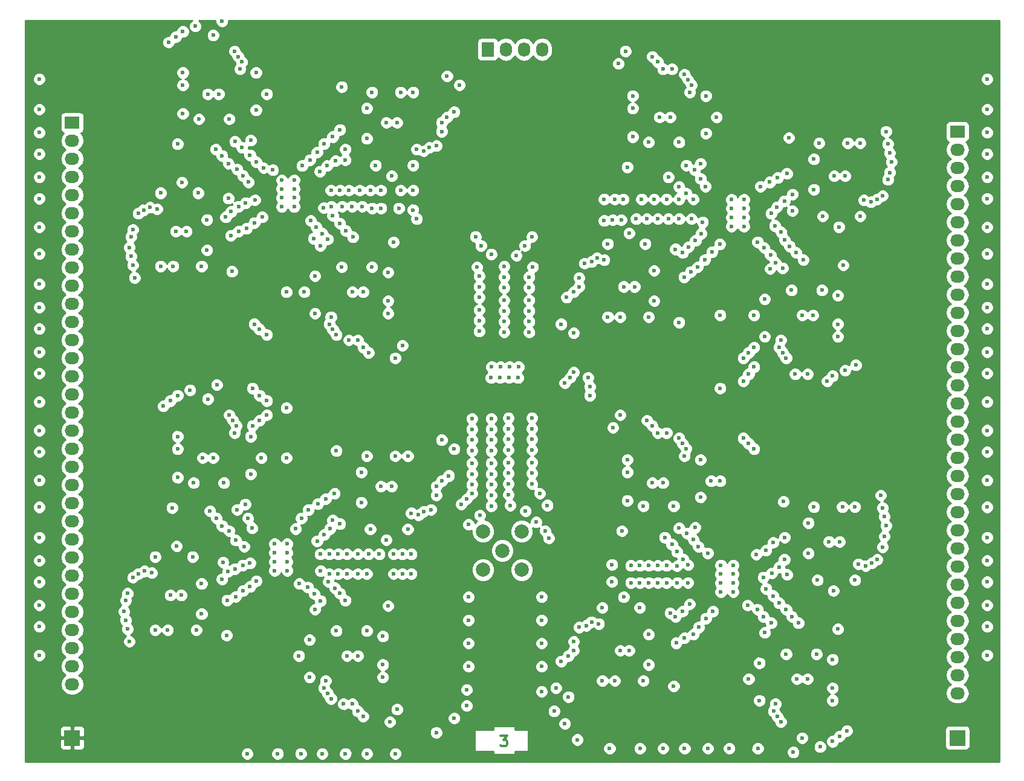
<source format=gbr>
G04 #@! TF.FileFunction,Copper,L3,Inr,Plane*
%FSLAX46Y46*%
G04 Gerber Fmt 4.6, Leading zero omitted, Abs format (unit mm)*
G04 Created by KiCad (PCBNEW 4.0.2+dfsg1-stable) date Wed 06 Jul 2016 03:59:11 PM CEST*
%MOMM*%
G01*
G04 APERTURE LIST*
%ADD10C,0.100000*%
%ADD11C,0.300000*%
%ADD12C,0.600000*%
%ADD13C,1.998980*%
%ADD14R,2.032000X1.727200*%
%ADD15O,2.032000X1.727200*%
%ADD16R,1.727200X2.032000*%
%ADD17O,1.727200X2.032000*%
%ADD18R,2.235200X2.235200*%
%ADD19C,0.254000*%
G04 APERTURE END LIST*
D10*
D11*
X139500001Y-114678571D02*
X140428572Y-114678571D01*
X139928572Y-115250000D01*
X140142858Y-115250000D01*
X140285715Y-115321429D01*
X140357144Y-115392857D01*
X140428572Y-115535714D01*
X140428572Y-115892857D01*
X140357144Y-116035714D01*
X140285715Y-116107143D01*
X140142858Y-116178571D01*
X139714286Y-116178571D01*
X139571429Y-116107143D01*
X139500001Y-116035714D01*
D12*
X179000000Y-49150000D03*
X117775000Y-117225000D03*
X120775000Y-117225000D03*
X124775000Y-117225000D03*
X114525000Y-117225000D03*
X111525000Y-117225000D03*
X104025000Y-117225000D03*
X108275000Y-117225000D03*
X168525000Y-116475000D03*
X171525000Y-116475000D03*
X175525000Y-116475000D03*
X165275000Y-116475000D03*
X162275000Y-116475000D03*
X154775000Y-116475000D03*
X159025000Y-116475000D03*
X147000000Y-111250000D03*
X134750000Y-110500000D03*
X145250000Y-108500000D03*
X134750000Y-108250000D03*
X133000000Y-112250000D03*
X148500000Y-113000000D03*
X130500000Y-114250000D03*
X150250000Y-115250000D03*
X145250000Y-105000000D03*
X135000000Y-105000000D03*
X145250000Y-101750000D03*
X135000000Y-101750000D03*
X135000000Y-95250000D03*
X145250000Y-95250000D03*
X135000000Y-98500000D03*
X145250000Y-98500000D03*
X74900000Y-26900000D03*
X74900000Y-22650000D03*
X74900000Y-30150000D03*
X74900000Y-33150000D03*
X74900000Y-43400000D03*
X74900000Y-39400000D03*
X74900000Y-36400000D03*
X74900000Y-60900000D03*
X74900000Y-63900000D03*
X74900000Y-67900000D03*
X74900000Y-57650000D03*
X74900000Y-54650000D03*
X74900000Y-47150000D03*
X74900000Y-51400000D03*
X74900000Y-86900000D03*
X74900000Y-82650000D03*
X74900000Y-90150000D03*
X74900000Y-93150000D03*
X74900000Y-103400000D03*
X74900000Y-99400000D03*
X74900000Y-96400000D03*
X74900000Y-71900000D03*
X74900000Y-74900000D03*
X74900000Y-78900000D03*
X207650000Y-78900000D03*
X207650000Y-74900000D03*
X207650000Y-71900000D03*
X207650000Y-96400000D03*
X207650000Y-99400000D03*
X207650000Y-103400000D03*
X207650000Y-93150000D03*
X207650000Y-90150000D03*
X207650000Y-82650000D03*
X207650000Y-86900000D03*
X207650000Y-51400000D03*
X207650000Y-47150000D03*
X207650000Y-54650000D03*
X207650000Y-57650000D03*
X207650000Y-67900000D03*
X207650000Y-63900000D03*
X207650000Y-60900000D03*
X207650000Y-36400000D03*
X207650000Y-39400000D03*
X207650000Y-43400000D03*
X207650000Y-33150000D03*
X207650000Y-30150000D03*
X207650000Y-22650000D03*
X207650000Y-26900000D03*
X108850000Y-40550000D03*
X108850000Y-39300000D03*
X110600000Y-40550000D03*
X110600000Y-39300000D03*
X110600000Y-36800000D03*
X108850000Y-36800000D03*
X108850000Y-38050000D03*
X110600000Y-38050000D03*
X141925000Y-64525000D03*
X140675000Y-64525000D03*
X142000000Y-63000000D03*
X140750000Y-63000000D03*
X138250000Y-63000000D03*
X138175000Y-64525000D03*
X139425000Y-64525000D03*
X139500000Y-63000000D03*
X173600000Y-40800000D03*
X171850000Y-40800000D03*
X171850000Y-39550000D03*
X173600000Y-39550000D03*
X173600000Y-42050000D03*
X173600000Y-43300000D03*
X171850000Y-42050000D03*
X171850000Y-43300000D03*
X170350000Y-94550000D03*
X170350000Y-93300000D03*
X172100000Y-94550000D03*
X172100000Y-93300000D03*
X172100000Y-90800000D03*
X170350000Y-90800000D03*
X170350000Y-92050000D03*
X172100000Y-92050000D03*
X181900000Y-48000000D03*
X167800000Y-42700000D03*
X166150000Y-49650000D03*
X167100000Y-49000000D03*
X156400000Y-42400000D03*
X156700000Y-39500000D03*
X143500000Y-53650000D03*
X143500000Y-50400000D03*
X144000000Y-49000000D03*
X143500000Y-51900000D03*
X143500000Y-58150000D03*
X143500000Y-56650000D03*
X143500000Y-55150000D03*
X143900000Y-44750000D03*
X142900000Y-46000000D03*
X117750000Y-32500000D03*
X146050000Y-82400000D03*
X159000000Y-90850000D03*
X155100000Y-90700000D03*
X157750000Y-90850000D03*
X162750000Y-90850000D03*
X161500000Y-90850000D03*
X160250000Y-90850000D03*
X116250000Y-80750000D03*
X113800000Y-87400000D03*
X103450000Y-94350000D03*
X161750000Y-28000000D03*
X163250000Y-28000000D03*
X98500000Y-24750000D03*
X100000000Y-24750000D03*
X120250000Y-52500000D03*
X118750000Y-52500000D03*
X185500000Y-87500000D03*
X187000000Y-87500000D03*
X95500000Y-44000000D03*
X94000000Y-44000000D03*
X156750000Y-51750000D03*
X158250000Y-51750000D03*
X125000000Y-28750000D03*
X123500000Y-28750000D03*
X181750000Y-55750000D03*
X183250000Y-55750000D03*
X99250000Y-75750000D03*
X97750000Y-75750000D03*
X122750000Y-79750000D03*
X124250000Y-79750000D03*
X187750000Y-36250000D03*
X186250000Y-36250000D03*
X160750000Y-79250000D03*
X162250000Y-79250000D03*
X157500000Y-102750000D03*
X156250000Y-102750000D03*
X181000000Y-106750000D03*
X182500000Y-106750000D03*
X119500000Y-103500000D03*
X118000000Y-103500000D03*
X93250000Y-95000000D03*
X94750000Y-95000000D03*
X102400000Y-87300000D03*
X103600000Y-88200000D03*
X99700000Y-84200000D03*
X100500000Y-85300000D03*
X98800000Y-83200000D03*
X102600000Y-83000000D03*
X104100000Y-84200000D03*
X101500000Y-86000000D03*
X114800000Y-86500000D03*
X115600000Y-85700000D03*
X116000000Y-84500000D03*
X104700000Y-85600000D03*
X113900000Y-82200000D03*
X115000000Y-81500000D03*
X112600000Y-83000000D03*
X111600000Y-84200000D03*
X110800000Y-85700000D03*
X101200000Y-95700000D03*
X100500000Y-92750000D03*
X101300000Y-91700000D03*
X104400000Y-90500000D03*
X103400000Y-90800000D03*
X102300000Y-91300000D03*
X104400000Y-93800000D03*
X102400000Y-95200000D03*
X114300000Y-95800000D03*
X113400000Y-94800000D03*
X111300000Y-93400000D03*
X105300000Y-93000000D03*
X112500000Y-93900000D03*
X120750000Y-92000000D03*
X117750000Y-95750000D03*
X117000000Y-94750000D03*
X116300000Y-94000000D03*
X127000000Y-89250000D03*
X124500000Y-89250000D03*
X125750000Y-89250000D03*
X125750000Y-92000000D03*
X124500000Y-92000000D03*
X127000000Y-92000000D03*
X115400000Y-93100000D03*
X118000000Y-89250000D03*
X119500000Y-89250000D03*
X114300000Y-91600000D03*
X115500000Y-92000000D03*
X116750000Y-92000000D03*
X119500000Y-92000000D03*
X118000000Y-92000000D03*
X122500000Y-89250000D03*
X121000000Y-89250000D03*
X116750000Y-89250000D03*
X115500000Y-89250000D03*
X114250000Y-89250000D03*
X160250000Y-93250000D03*
X161500000Y-93250000D03*
X162750000Y-93250000D03*
X164250000Y-93250000D03*
X165750000Y-93250000D03*
X164200000Y-88900000D03*
X165100000Y-90000000D03*
X168500000Y-89100000D03*
X165750000Y-90750000D03*
X169250000Y-97250000D03*
X140850000Y-82400000D03*
X138200000Y-82500000D03*
X140600000Y-80900000D03*
X140600000Y-77900000D03*
X140600000Y-79400000D03*
X178000000Y-48400000D03*
X138200000Y-79500000D03*
X138200000Y-78000000D03*
X138200000Y-81000000D03*
X180000000Y-46100000D03*
X180900000Y-47000000D03*
X177900000Y-43200000D03*
X179300000Y-45200000D03*
X178800000Y-44100000D03*
X109600000Y-89050000D03*
X107850000Y-89050000D03*
X107850000Y-87800000D03*
X109600000Y-87800000D03*
X109600000Y-90300000D03*
X109600000Y-91550000D03*
X107850000Y-90300000D03*
X140000000Y-55150000D03*
X140000000Y-56650000D03*
X140000000Y-58150000D03*
X140000000Y-51900000D03*
X140000000Y-48900000D03*
X140000000Y-50400000D03*
X138200000Y-47200000D03*
X107850000Y-91550000D03*
X145750000Y-86000000D03*
X143000000Y-83200000D03*
X145000000Y-80750000D03*
X144500000Y-84750000D03*
X136600000Y-83800000D03*
X135000000Y-85100000D03*
X167500000Y-36600000D03*
X165500000Y-34750000D03*
X161000000Y-39500000D03*
X168200000Y-37700000D03*
X166700000Y-35400000D03*
X164500000Y-42250000D03*
X154000000Y-39500000D03*
X163000000Y-36400000D03*
X127750000Y-42250000D03*
X164500000Y-37750000D03*
X155500000Y-39500000D03*
X154000000Y-42500000D03*
X165500000Y-38700000D03*
X141700000Y-47400000D03*
X167600000Y-44300000D03*
X161500000Y-42250000D03*
X166250000Y-42250000D03*
X164500000Y-39500000D03*
X163000000Y-42250000D03*
X136000000Y-44750000D03*
X136750000Y-46000000D03*
X170200000Y-45800000D03*
X162750000Y-39500000D03*
X160000000Y-42250000D03*
X155200000Y-42400000D03*
X159250000Y-39500000D03*
X158500000Y-42250000D03*
X179600000Y-35900000D03*
X166500000Y-39500000D03*
X175900000Y-37700000D03*
X177200000Y-37100000D03*
X178300000Y-36500000D03*
X143900000Y-71650000D03*
X143900000Y-70150000D03*
X143900000Y-73150000D03*
X143900000Y-74650000D03*
X143900000Y-79400000D03*
X143900000Y-77900000D03*
X143900000Y-76400000D03*
X140600000Y-71650000D03*
X140600000Y-70150000D03*
X140600000Y-73150000D03*
X140600000Y-74650000D03*
X146250000Y-87000000D03*
X134000000Y-82250000D03*
X140600000Y-76400000D03*
X138200000Y-76500000D03*
X135500000Y-80750000D03*
X134750000Y-81500000D03*
X138200000Y-74750000D03*
X138200000Y-73250000D03*
X138200000Y-70250000D03*
X138200000Y-71750000D03*
X168100000Y-48000000D03*
X169100000Y-46900000D03*
X165200000Y-50400000D03*
X177400000Y-41500000D03*
X175500000Y-45500000D03*
X176400000Y-46300000D03*
X177300000Y-47300000D03*
X165800000Y-46200000D03*
X165000000Y-47000000D03*
X166800000Y-45300000D03*
X178200000Y-40600000D03*
X140000000Y-53650000D03*
X180400000Y-38800000D03*
X179250000Y-39750000D03*
X136500000Y-51750000D03*
X136500000Y-53250000D03*
X136500000Y-58000000D03*
X136500000Y-56500000D03*
X136500000Y-55000000D03*
X135500000Y-76500000D03*
X135500000Y-78000000D03*
X135500000Y-79500000D03*
X135500000Y-74750000D03*
X135500000Y-73250000D03*
X115800000Y-40500000D03*
X117300000Y-40500000D03*
X118700000Y-40500000D03*
X120100000Y-40500000D03*
X121500000Y-40750000D03*
X121250000Y-38250000D03*
X119750000Y-38250000D03*
X118250000Y-38250000D03*
X117000000Y-38250000D03*
X115750000Y-38250000D03*
X113800000Y-32900000D03*
X114800000Y-31700000D03*
X116000000Y-30750000D03*
X114200000Y-35600000D03*
X115200000Y-34800000D03*
X103400000Y-36200000D03*
X102600000Y-35300000D03*
X101000000Y-42000000D03*
X101700000Y-44600000D03*
X106100000Y-42000000D03*
X112800000Y-34000000D03*
X117000000Y-29750000D03*
X111700000Y-34800000D03*
X101400000Y-34500000D03*
X99600000Y-32500000D03*
X106300000Y-35100000D03*
X102800000Y-40500000D03*
X102800000Y-44000000D03*
X105000000Y-42800000D03*
X114500000Y-44300000D03*
X116400000Y-34100000D03*
X100500000Y-33400000D03*
X102300000Y-31400000D03*
X104400000Y-33300000D03*
X105100000Y-39600000D03*
X101750000Y-41250000D03*
X103900000Y-43600000D03*
X112900000Y-42500000D03*
X114700000Y-40700000D03*
X125250000Y-40750000D03*
X104200000Y-37100000D03*
X103250000Y-32250000D03*
X103800000Y-40000000D03*
X105300000Y-34300000D03*
X107600000Y-35400000D03*
X113700000Y-43400000D03*
X118800000Y-44800000D03*
X122750000Y-38250000D03*
X125500000Y-38250000D03*
X127250000Y-41000000D03*
X115300000Y-45100000D03*
X116000000Y-41800000D03*
X117000000Y-42900000D03*
X117800000Y-43900000D03*
X113300000Y-45000000D03*
X122750000Y-40750000D03*
X127250000Y-38250000D03*
X136200000Y-49000000D03*
X135500000Y-70250000D03*
X136500000Y-50250000D03*
X177500000Y-91900000D03*
X167200000Y-88200000D03*
X157750000Y-93250000D03*
X163500000Y-87900000D03*
X135500000Y-71750000D03*
X174100000Y-96400000D03*
X166500000Y-87200000D03*
X179300000Y-86900000D03*
X177700000Y-87600000D03*
X176700000Y-94100000D03*
X176700000Y-88700000D03*
X164500000Y-85600000D03*
X162500000Y-86900000D03*
X177400000Y-98900000D03*
X176300000Y-98000000D03*
X165000000Y-97250000D03*
X166000000Y-96250000D03*
X181200000Y-98900000D03*
X180300000Y-98000000D03*
X176300000Y-92500000D03*
X178500000Y-91100000D03*
X175300000Y-89300000D03*
X166500000Y-100500000D03*
X167250000Y-99500000D03*
X168250000Y-98250000D03*
X164000000Y-98000000D03*
X175500000Y-97000000D03*
X177700000Y-95100000D03*
X178500000Y-96100000D03*
X179500000Y-97000000D03*
X179250000Y-90000000D03*
X165600000Y-86300000D03*
X164200000Y-90900000D03*
X155100000Y-93100000D03*
X159000000Y-93250000D03*
X164100000Y-101700000D03*
X165250000Y-101000000D03*
D13*
X139750000Y-88750000D03*
X142450020Y-86049980D03*
X137049980Y-86049980D03*
X137049980Y-91450020D03*
X142450020Y-91450020D03*
D14*
X203500000Y-30000000D03*
D15*
X203500000Y-32540000D03*
X203500000Y-35080000D03*
X203500000Y-37620000D03*
X203500000Y-40160000D03*
X203500000Y-42700000D03*
X203500000Y-45240000D03*
X203500000Y-47780000D03*
X203500000Y-50320000D03*
X203500000Y-52860000D03*
X203500000Y-55400000D03*
X203500000Y-57940000D03*
X203500000Y-60480000D03*
X203500000Y-63020000D03*
X203500000Y-65560000D03*
X203500000Y-68100000D03*
X203500000Y-70640000D03*
X203500000Y-73180000D03*
X203500000Y-75720000D03*
X203500000Y-78260000D03*
X203500000Y-80800000D03*
X203500000Y-83340000D03*
X203500000Y-85880000D03*
X203500000Y-88420000D03*
X203500000Y-90960000D03*
X203500000Y-93500000D03*
X203500000Y-96040000D03*
X203500000Y-98580000D03*
X203500000Y-101120000D03*
X203500000Y-103660000D03*
X203500000Y-106200000D03*
X203500000Y-108740000D03*
D14*
X79500000Y-28750000D03*
D15*
X79500000Y-31290000D03*
X79500000Y-33830000D03*
X79500000Y-36370000D03*
X79500000Y-38910000D03*
X79500000Y-41450000D03*
X79500000Y-43990000D03*
X79500000Y-46530000D03*
X79500000Y-49070000D03*
X79500000Y-51610000D03*
X79500000Y-54150000D03*
X79500000Y-56690000D03*
X79500000Y-59230000D03*
X79500000Y-61770000D03*
X79500000Y-64310000D03*
X79500000Y-66850000D03*
X79500000Y-69390000D03*
X79500000Y-71930000D03*
X79500000Y-74470000D03*
X79500000Y-77010000D03*
X79500000Y-79550000D03*
X79500000Y-82090000D03*
X79500000Y-84630000D03*
X79500000Y-87170000D03*
X79500000Y-89710000D03*
X79500000Y-92250000D03*
X79500000Y-94790000D03*
X79500000Y-97330000D03*
X79500000Y-99870000D03*
X79500000Y-102410000D03*
X79500000Y-104950000D03*
X79500000Y-107490000D03*
D16*
X137700000Y-18500000D03*
D17*
X140240000Y-18500000D03*
X142780000Y-18500000D03*
X145320000Y-18500000D03*
D18*
X79500000Y-115000000D03*
X203500000Y-115000000D03*
D12*
X87000000Y-95750000D03*
X165250000Y-75500000D03*
X167500000Y-81250000D03*
X156500000Y-86000000D03*
X166750000Y-85500000D03*
X161500000Y-72250000D03*
X149750000Y-102750000D03*
X163250000Y-97500000D03*
X163750000Y-107750000D03*
X159000000Y-96750000D03*
X153250000Y-99000000D03*
X178000000Y-110250000D03*
X175750000Y-104500000D03*
X186750000Y-99750000D03*
X176500000Y-100250000D03*
X181750000Y-115000000D03*
X179625000Y-92125000D03*
X179125000Y-81875000D03*
X192750000Y-81000000D03*
X183875000Y-92875000D03*
X189625000Y-90625000D03*
X188000000Y-114000000D03*
X149000000Y-109250000D03*
X155250000Y-71500000D03*
X193250000Y-86750000D03*
X194000000Y-35750000D03*
X156000000Y-20500000D03*
X149750000Y-58250000D03*
X189250000Y-62750000D03*
X190375000Y-39625000D03*
X184625000Y-41875000D03*
X193500000Y-30000000D03*
X179875000Y-30875000D03*
X180375000Y-41125000D03*
X182500000Y-64000000D03*
X177250000Y-49250000D03*
X187500000Y-48750000D03*
X176500000Y-53500000D03*
X178750000Y-59250000D03*
X154000000Y-48000000D03*
X159750000Y-45750000D03*
X164500000Y-56750000D03*
X164000000Y-46500000D03*
X150500000Y-51750000D03*
X162250000Y-21250000D03*
X167500000Y-34500000D03*
X157250000Y-35000000D03*
X168250000Y-30250000D03*
X166000000Y-24500000D03*
X115000000Y-107000000D03*
X112750000Y-101250000D03*
X123750000Y-96500000D03*
X113500000Y-97000000D03*
X118750000Y-110250000D03*
X130500000Y-79750000D03*
X117000000Y-85000000D03*
X116500000Y-74750000D03*
X121250000Y-85750000D03*
X127000000Y-83500000D03*
X102250000Y-72250000D03*
X104500000Y-78000000D03*
X93500000Y-82750000D03*
X103750000Y-82250000D03*
X98500000Y-67500000D03*
X100625000Y-90375000D03*
X101125000Y-100625000D03*
X87500000Y-101500000D03*
X96375000Y-89625000D03*
X90625000Y-91875000D03*
X92250000Y-68500000D03*
X131250000Y-73250000D03*
X125000000Y-111000000D03*
X87750000Y-44750000D03*
X125750000Y-60000000D03*
X132000000Y-22250000D03*
X93000000Y-17500000D03*
X91375000Y-40875000D03*
X97125000Y-38625000D03*
X88250000Y-50500000D03*
X101875000Y-49625000D03*
X101375000Y-39375000D03*
X99250000Y-16500000D03*
X104500000Y-31250000D03*
X94250000Y-31750000D03*
X105250000Y-27000000D03*
X103000000Y-21250000D03*
X127750000Y-32500000D03*
X122000000Y-34750000D03*
X117250000Y-23750000D03*
X117750000Y-34000000D03*
X131250000Y-28750000D03*
X119500000Y-59250000D03*
X114250000Y-46000000D03*
X124500000Y-45500000D03*
X113500000Y-50250000D03*
X115750000Y-56000000D03*
X163750000Y-82500000D03*
X159500000Y-82500000D03*
X157250000Y-77750000D03*
X157250000Y-81750000D03*
X157250000Y-76000000D03*
X167500000Y-76000000D03*
X153750000Y-96750000D03*
X153750000Y-107000000D03*
X159500000Y-107000000D03*
X155500000Y-107000000D03*
X160250000Y-104750000D03*
X160250000Y-100500000D03*
X179500000Y-103250000D03*
X183750000Y-103250000D03*
X186000000Y-108000000D03*
X186000000Y-104000000D03*
X186000000Y-109750000D03*
X175750000Y-109750000D03*
X189125000Y-92875000D03*
X189125000Y-82625000D03*
X183375000Y-82625000D03*
X187375000Y-82625000D03*
X182625000Y-84875000D03*
X182625000Y-89125000D03*
X183375000Y-38125000D03*
X183375000Y-33875000D03*
X188125000Y-31625000D03*
X184125000Y-31625000D03*
X189875000Y-31625000D03*
X189875000Y-41875000D03*
X176500000Y-58750000D03*
X186750000Y-58750000D03*
X186750000Y-53000000D03*
X186750000Y-57000000D03*
X184500000Y-52250000D03*
X180250000Y-52250000D03*
X161000000Y-49500000D03*
X161000000Y-53750000D03*
X156250000Y-56000000D03*
X160250000Y-56000000D03*
X154500000Y-56000000D03*
X154500000Y-45750000D03*
X168250000Y-25000000D03*
X158000000Y-25000000D03*
X158000000Y-30750000D03*
X158000000Y-26750000D03*
X160250000Y-31500000D03*
X164500000Y-31500000D03*
X116500000Y-100000000D03*
X120750000Y-100000000D03*
X123000000Y-104750000D03*
X123000000Y-100750000D03*
X123000000Y-106500000D03*
X112750000Y-106500000D03*
X126500000Y-85750000D03*
X126500000Y-75500000D03*
X120750000Y-75500000D03*
X124750000Y-75500000D03*
X120000000Y-77750000D03*
X120000000Y-82000000D03*
X100750000Y-79250000D03*
X96500000Y-79250000D03*
X94250000Y-74500000D03*
X94250000Y-78500000D03*
X94250000Y-72750000D03*
X104500000Y-72750000D03*
X91125000Y-89625000D03*
X91125000Y-99875000D03*
X96875000Y-99875000D03*
X92875000Y-99875000D03*
X97625000Y-97625000D03*
X97625000Y-93375000D03*
X98375000Y-42375000D03*
X98375000Y-46625000D03*
X93625000Y-48875000D03*
X97625000Y-48875000D03*
X91875000Y-48875000D03*
X91875000Y-38625000D03*
X105250000Y-21750000D03*
X95000000Y-21750000D03*
X95000000Y-27500000D03*
X95000000Y-23500000D03*
X97250000Y-28250000D03*
X101500000Y-28250000D03*
X120750000Y-31000000D03*
X120750000Y-26750000D03*
X125500000Y-24500000D03*
X121500000Y-24500000D03*
X127250000Y-24500000D03*
X127250000Y-34750000D03*
X113500000Y-55500000D03*
X123750000Y-55500000D03*
X123750000Y-49750000D03*
X123750000Y-53750000D03*
X121500000Y-49000000D03*
X117250000Y-49000000D03*
X163250000Y-95000000D03*
X170000000Y-85500000D03*
X173250000Y-100250000D03*
X179625000Y-95375000D03*
X180375000Y-44375000D03*
X174000000Y-49250000D03*
X170750000Y-34500000D03*
X164000000Y-44000000D03*
X117000000Y-87500000D03*
X110250000Y-97000000D03*
X107000000Y-82250000D03*
X100625000Y-87125000D03*
X101375000Y-36125000D03*
X107750000Y-31250000D03*
X111000000Y-46000000D03*
X117750000Y-36500000D03*
X149000000Y-103500000D03*
X148000000Y-104250000D03*
X147250000Y-108000000D03*
X160750000Y-71250000D03*
X160000000Y-70500000D03*
X156250000Y-69750000D03*
X193500000Y-85250000D03*
X193250000Y-84000000D03*
X193000000Y-82750000D03*
X184250000Y-116250000D03*
X186000000Y-115500000D03*
X187000000Y-114750000D03*
X131250000Y-79000000D03*
X132250000Y-78250000D03*
X133000000Y-74500000D03*
X119500000Y-111250000D03*
X120250000Y-112000000D03*
X124000000Y-112750000D03*
X86750000Y-97250000D03*
X87000000Y-98500000D03*
X87250000Y-99750000D03*
X96000000Y-66250000D03*
X94250000Y-67000000D03*
X93250000Y-67750000D03*
X187750000Y-63500000D03*
X186000000Y-64250000D03*
X185250000Y-65000000D03*
X193750000Y-31750000D03*
X194000000Y-33000000D03*
X194250000Y-34250000D03*
X157000000Y-18750000D03*
X160750000Y-19500000D03*
X161500000Y-20250000D03*
X148000000Y-57000000D03*
X148750000Y-53250000D03*
X149750000Y-52500000D03*
X94000000Y-16750000D03*
X95000000Y-16000000D03*
X96750000Y-15250000D03*
X88000000Y-48750000D03*
X87500000Y-46250000D03*
X124750000Y-61750000D03*
X121000000Y-61000000D03*
X120250000Y-60250000D03*
X133750000Y-23500000D03*
X133000000Y-27250000D03*
X132000000Y-28000000D03*
X104750000Y-66000000D03*
X175000000Y-63000000D03*
X105000000Y-57000000D03*
X104750000Y-71250000D03*
X175000000Y-60250000D03*
X175000000Y-74500000D03*
X177750000Y-111250000D03*
X152250000Y-98750000D03*
X165500000Y-74500000D03*
X190625000Y-90875000D03*
X191375000Y-39875000D03*
X166250000Y-23500000D03*
X153000000Y-47750000D03*
X178500000Y-60250000D03*
X102500000Y-71250000D03*
X128000000Y-83750000D03*
X114750000Y-108000000D03*
X89625000Y-91625000D03*
X90375000Y-40625000D03*
X115500000Y-57000000D03*
X128750000Y-32750000D03*
X103250000Y-20250000D03*
X152000000Y-67000000D03*
X148500000Y-65250000D03*
X109500000Y-68750000D03*
X170250000Y-66000000D03*
X109500000Y-52500000D03*
X109500000Y-75750000D03*
X170250000Y-55750000D03*
X170250000Y-79000000D03*
X186125000Y-94375000D03*
X174250000Y-106750000D03*
X156750000Y-95250000D03*
X169000000Y-79000000D03*
X169750000Y-28000000D03*
X157500000Y-44250000D03*
X175000000Y-55750000D03*
X186875000Y-43375000D03*
X94125000Y-88125000D03*
X106000000Y-75750000D03*
X123500000Y-87250000D03*
X111250000Y-103500000D03*
X112000000Y-52500000D03*
X124250000Y-36250000D03*
X106750000Y-24750000D03*
X94875000Y-37125000D03*
X151750000Y-64500000D03*
X149750000Y-63750000D03*
X105750000Y-67000000D03*
X174250000Y-64000000D03*
X105750000Y-57750000D03*
X105750000Y-70500000D03*
X174250000Y-61000000D03*
X174250000Y-73750000D03*
X178250000Y-112000000D03*
X151500000Y-99250000D03*
X165000000Y-73750000D03*
X191500000Y-90500000D03*
X192250000Y-39500000D03*
X165750000Y-22750000D03*
X152250000Y-48250000D03*
X179000000Y-61000000D03*
X102000000Y-70500000D03*
X128750000Y-83250000D03*
X115250000Y-108750000D03*
X88750000Y-92000000D03*
X89500000Y-41000000D03*
X116000000Y-57750000D03*
X129500000Y-32250000D03*
X102750000Y-19500000D03*
X152000000Y-65750000D03*
X149250000Y-64500000D03*
X173500000Y-65000000D03*
X106750000Y-67750000D03*
X106750000Y-58500000D03*
X106750000Y-69750000D03*
X173500000Y-61750000D03*
X173500000Y-73000000D03*
X178750000Y-112750000D03*
X150500000Y-99500000D03*
X164500000Y-73000000D03*
X192250000Y-90000000D03*
X193000000Y-39000000D03*
X165250000Y-22000000D03*
X151250000Y-48500000D03*
X179500000Y-61750000D03*
X101500000Y-69750000D03*
X129750000Y-83000000D03*
X115750000Y-109500000D03*
X88000000Y-92500000D03*
X88750000Y-41500000D03*
X116500000Y-58500000D03*
X130500000Y-32000000D03*
X102250000Y-18750000D03*
X100500000Y-14500000D03*
X88000000Y-43750000D03*
X87750000Y-47500000D03*
X118250000Y-59250000D03*
X131250000Y-30000000D03*
X99750000Y-65500000D03*
X87250000Y-94750000D03*
X117500000Y-110250000D03*
X130500000Y-81000000D03*
X180500000Y-117000000D03*
X193000000Y-88250000D03*
X162750000Y-72250000D03*
X149750000Y-101500000D03*
X180750000Y-64000000D03*
X193750000Y-36750000D03*
X163500000Y-21250000D03*
X150500000Y-50500000D03*
D19*
G36*
X96221057Y-14456883D02*
X95957808Y-14719673D01*
X95815162Y-15063201D01*
X95814838Y-15435167D01*
X95956883Y-15778943D01*
X96219673Y-16042192D01*
X96563201Y-16184838D01*
X96935167Y-16185162D01*
X97278943Y-16043117D01*
X97542192Y-15780327D01*
X97684838Y-15436799D01*
X97685162Y-15064833D01*
X97543117Y-14721057D01*
X97280327Y-14457808D01*
X97225400Y-14435000D01*
X99565056Y-14435000D01*
X99564838Y-14685167D01*
X99706883Y-15028943D01*
X99969673Y-15292192D01*
X100313201Y-15434838D01*
X100685167Y-15435162D01*
X101028943Y-15293117D01*
X101292192Y-15030327D01*
X101434838Y-14686799D01*
X101435057Y-14435000D01*
X209315000Y-14435000D01*
X209315000Y-118315000D01*
X72935000Y-118315000D01*
X72935000Y-117410167D01*
X103089838Y-117410167D01*
X103231883Y-117753943D01*
X103494673Y-118017192D01*
X103838201Y-118159838D01*
X104210167Y-118160162D01*
X104553943Y-118018117D01*
X104817192Y-117755327D01*
X104959838Y-117411799D01*
X104959839Y-117410167D01*
X107339838Y-117410167D01*
X107481883Y-117753943D01*
X107744673Y-118017192D01*
X108088201Y-118159838D01*
X108460167Y-118160162D01*
X108803943Y-118018117D01*
X109067192Y-117755327D01*
X109209838Y-117411799D01*
X109209839Y-117410167D01*
X110589838Y-117410167D01*
X110731883Y-117753943D01*
X110994673Y-118017192D01*
X111338201Y-118159838D01*
X111710167Y-118160162D01*
X112053943Y-118018117D01*
X112317192Y-117755327D01*
X112459838Y-117411799D01*
X112459839Y-117410167D01*
X113589838Y-117410167D01*
X113731883Y-117753943D01*
X113994673Y-118017192D01*
X114338201Y-118159838D01*
X114710167Y-118160162D01*
X115053943Y-118018117D01*
X115317192Y-117755327D01*
X115459838Y-117411799D01*
X115459839Y-117410167D01*
X116839838Y-117410167D01*
X116981883Y-117753943D01*
X117244673Y-118017192D01*
X117588201Y-118159838D01*
X117960167Y-118160162D01*
X118303943Y-118018117D01*
X118567192Y-117755327D01*
X118709838Y-117411799D01*
X118709839Y-117410167D01*
X119839838Y-117410167D01*
X119981883Y-117753943D01*
X120244673Y-118017192D01*
X120588201Y-118159838D01*
X120960167Y-118160162D01*
X121303943Y-118018117D01*
X121567192Y-117755327D01*
X121709838Y-117411799D01*
X121709839Y-117410167D01*
X123839838Y-117410167D01*
X123981883Y-117753943D01*
X124244673Y-118017192D01*
X124588201Y-118159838D01*
X124960167Y-118160162D01*
X125303943Y-118018117D01*
X125567192Y-117755327D01*
X125709838Y-117411799D01*
X125710162Y-117039833D01*
X125568117Y-116696057D01*
X125305327Y-116432808D01*
X124961799Y-116290162D01*
X124589833Y-116289838D01*
X124246057Y-116431883D01*
X123982808Y-116694673D01*
X123840162Y-117038201D01*
X123839838Y-117410167D01*
X121709839Y-117410167D01*
X121710162Y-117039833D01*
X121568117Y-116696057D01*
X121305327Y-116432808D01*
X120961799Y-116290162D01*
X120589833Y-116289838D01*
X120246057Y-116431883D01*
X119982808Y-116694673D01*
X119840162Y-117038201D01*
X119839838Y-117410167D01*
X118709839Y-117410167D01*
X118710162Y-117039833D01*
X118568117Y-116696057D01*
X118305327Y-116432808D01*
X117961799Y-116290162D01*
X117589833Y-116289838D01*
X117246057Y-116431883D01*
X116982808Y-116694673D01*
X116840162Y-117038201D01*
X116839838Y-117410167D01*
X115459839Y-117410167D01*
X115460162Y-117039833D01*
X115318117Y-116696057D01*
X115055327Y-116432808D01*
X114711799Y-116290162D01*
X114339833Y-116289838D01*
X113996057Y-116431883D01*
X113732808Y-116694673D01*
X113590162Y-117038201D01*
X113589838Y-117410167D01*
X112459839Y-117410167D01*
X112460162Y-117039833D01*
X112318117Y-116696057D01*
X112055327Y-116432808D01*
X111711799Y-116290162D01*
X111339833Y-116289838D01*
X110996057Y-116431883D01*
X110732808Y-116694673D01*
X110590162Y-117038201D01*
X110589838Y-117410167D01*
X109209839Y-117410167D01*
X109210162Y-117039833D01*
X109068117Y-116696057D01*
X108805327Y-116432808D01*
X108461799Y-116290162D01*
X108089833Y-116289838D01*
X107746057Y-116431883D01*
X107482808Y-116694673D01*
X107340162Y-117038201D01*
X107339838Y-117410167D01*
X104959839Y-117410167D01*
X104960162Y-117039833D01*
X104818117Y-116696057D01*
X104555327Y-116432808D01*
X104211799Y-116290162D01*
X103839833Y-116289838D01*
X103496057Y-116431883D01*
X103232808Y-116694673D01*
X103090162Y-117038201D01*
X103089838Y-117410167D01*
X72935000Y-117410167D01*
X72935000Y-115285750D01*
X77747400Y-115285750D01*
X77747400Y-116243910D01*
X77844073Y-116477299D01*
X78022702Y-116655927D01*
X78256091Y-116752600D01*
X79214250Y-116752600D01*
X79373000Y-116593850D01*
X79373000Y-115127000D01*
X79627000Y-115127000D01*
X79627000Y-116593850D01*
X79785750Y-116752600D01*
X80743909Y-116752600D01*
X80977298Y-116655927D01*
X81155927Y-116477299D01*
X81252600Y-116243910D01*
X81252600Y-115285750D01*
X81093850Y-115127000D01*
X79627000Y-115127000D01*
X79373000Y-115127000D01*
X77906150Y-115127000D01*
X77747400Y-115285750D01*
X72935000Y-115285750D01*
X72935000Y-113756090D01*
X77747400Y-113756090D01*
X77747400Y-114714250D01*
X77906150Y-114873000D01*
X79373000Y-114873000D01*
X79373000Y-113406150D01*
X79627000Y-113406150D01*
X79627000Y-114873000D01*
X81093850Y-114873000D01*
X81252600Y-114714250D01*
X81252600Y-114435167D01*
X129564838Y-114435167D01*
X129706883Y-114778943D01*
X129969673Y-115042192D01*
X130313201Y-115184838D01*
X130685167Y-115185162D01*
X131028943Y-115043117D01*
X131292192Y-114780327D01*
X131434838Y-114436799D01*
X131435162Y-114064833D01*
X131408374Y-114000000D01*
X135873000Y-114000000D01*
X135873000Y-116750000D01*
X135881685Y-116796159D01*
X135908965Y-116838553D01*
X135950590Y-116866994D01*
X136000000Y-116877000D01*
X138500715Y-116877000D01*
X138500715Y-117335000D01*
X141499286Y-117335000D01*
X141499286Y-116877000D01*
X143250000Y-116877000D01*
X143296159Y-116868315D01*
X143338553Y-116841035D01*
X143366994Y-116799410D01*
X143377000Y-116750000D01*
X143377000Y-116660167D01*
X153839838Y-116660167D01*
X153981883Y-117003943D01*
X154244673Y-117267192D01*
X154588201Y-117409838D01*
X154960167Y-117410162D01*
X155303943Y-117268117D01*
X155567192Y-117005327D01*
X155709838Y-116661799D01*
X155709839Y-116660167D01*
X158089838Y-116660167D01*
X158231883Y-117003943D01*
X158494673Y-117267192D01*
X158838201Y-117409838D01*
X159210167Y-117410162D01*
X159553943Y-117268117D01*
X159817192Y-117005327D01*
X159959838Y-116661799D01*
X159959839Y-116660167D01*
X161339838Y-116660167D01*
X161481883Y-117003943D01*
X161744673Y-117267192D01*
X162088201Y-117409838D01*
X162460167Y-117410162D01*
X162803943Y-117268117D01*
X163067192Y-117005327D01*
X163209838Y-116661799D01*
X163209839Y-116660167D01*
X164339838Y-116660167D01*
X164481883Y-117003943D01*
X164744673Y-117267192D01*
X165088201Y-117409838D01*
X165460167Y-117410162D01*
X165803943Y-117268117D01*
X166067192Y-117005327D01*
X166209838Y-116661799D01*
X166209839Y-116660167D01*
X167589838Y-116660167D01*
X167731883Y-117003943D01*
X167994673Y-117267192D01*
X168338201Y-117409838D01*
X168710167Y-117410162D01*
X169053943Y-117268117D01*
X169317192Y-117005327D01*
X169459838Y-116661799D01*
X169459839Y-116660167D01*
X170589838Y-116660167D01*
X170731883Y-117003943D01*
X170994673Y-117267192D01*
X171338201Y-117409838D01*
X171710167Y-117410162D01*
X172053943Y-117268117D01*
X172317192Y-117005327D01*
X172459838Y-116661799D01*
X172459839Y-116660167D01*
X174589838Y-116660167D01*
X174731883Y-117003943D01*
X174994673Y-117267192D01*
X175338201Y-117409838D01*
X175710167Y-117410162D01*
X176053943Y-117268117D01*
X176137037Y-117185167D01*
X179564838Y-117185167D01*
X179706883Y-117528943D01*
X179969673Y-117792192D01*
X180313201Y-117934838D01*
X180685167Y-117935162D01*
X181028943Y-117793117D01*
X181292192Y-117530327D01*
X181434838Y-117186799D01*
X181435162Y-116814833D01*
X181293117Y-116471057D01*
X181257290Y-116435167D01*
X183314838Y-116435167D01*
X183456883Y-116778943D01*
X183719673Y-117042192D01*
X184063201Y-117184838D01*
X184435167Y-117185162D01*
X184778943Y-117043117D01*
X185042192Y-116780327D01*
X185184838Y-116436799D01*
X185185162Y-116064833D01*
X185043117Y-115721057D01*
X185007290Y-115685167D01*
X185064838Y-115685167D01*
X185206883Y-116028943D01*
X185469673Y-116292192D01*
X185813201Y-116434838D01*
X186185167Y-116435162D01*
X186528943Y-116293117D01*
X186792192Y-116030327D01*
X186934838Y-115686799D01*
X186934840Y-115684944D01*
X187185167Y-115685162D01*
X187528943Y-115543117D01*
X187792192Y-115280327D01*
X187934838Y-114936799D01*
X187934840Y-114934944D01*
X188185167Y-114935162D01*
X188528943Y-114793117D01*
X188792192Y-114530327D01*
X188934838Y-114186799D01*
X188935103Y-113882400D01*
X201734960Y-113882400D01*
X201734960Y-116117600D01*
X201779238Y-116352917D01*
X201918310Y-116569041D01*
X202130510Y-116714031D01*
X202382400Y-116765040D01*
X204617600Y-116765040D01*
X204852917Y-116720762D01*
X205069041Y-116581690D01*
X205214031Y-116369490D01*
X205265040Y-116117600D01*
X205265040Y-113882400D01*
X205220762Y-113647083D01*
X205081690Y-113430959D01*
X204869490Y-113285969D01*
X204617600Y-113234960D01*
X202382400Y-113234960D01*
X202147083Y-113279238D01*
X201930959Y-113418310D01*
X201785969Y-113630510D01*
X201734960Y-113882400D01*
X188935103Y-113882400D01*
X188935162Y-113814833D01*
X188793117Y-113471057D01*
X188530327Y-113207808D01*
X188186799Y-113065162D01*
X187814833Y-113064838D01*
X187471057Y-113206883D01*
X187207808Y-113469673D01*
X187065162Y-113813201D01*
X187065160Y-113815056D01*
X186814833Y-113814838D01*
X186471057Y-113956883D01*
X186207808Y-114219673D01*
X186065162Y-114563201D01*
X186065160Y-114565056D01*
X185814833Y-114564838D01*
X185471057Y-114706883D01*
X185207808Y-114969673D01*
X185065162Y-115313201D01*
X185064838Y-115685167D01*
X185007290Y-115685167D01*
X184780327Y-115457808D01*
X184436799Y-115315162D01*
X184064833Y-115314838D01*
X183721057Y-115456883D01*
X183457808Y-115719673D01*
X183315162Y-116063201D01*
X183314838Y-116435167D01*
X181257290Y-116435167D01*
X181030327Y-116207808D01*
X180686799Y-116065162D01*
X180314833Y-116064838D01*
X179971057Y-116206883D01*
X179707808Y-116469673D01*
X179565162Y-116813201D01*
X179564838Y-117185167D01*
X176137037Y-117185167D01*
X176317192Y-117005327D01*
X176459838Y-116661799D01*
X176460162Y-116289833D01*
X176318117Y-115946057D01*
X176055327Y-115682808D01*
X175711799Y-115540162D01*
X175339833Y-115539838D01*
X174996057Y-115681883D01*
X174732808Y-115944673D01*
X174590162Y-116288201D01*
X174589838Y-116660167D01*
X172459839Y-116660167D01*
X172460162Y-116289833D01*
X172318117Y-115946057D01*
X172055327Y-115682808D01*
X171711799Y-115540162D01*
X171339833Y-115539838D01*
X170996057Y-115681883D01*
X170732808Y-115944673D01*
X170590162Y-116288201D01*
X170589838Y-116660167D01*
X169459839Y-116660167D01*
X169460162Y-116289833D01*
X169318117Y-115946057D01*
X169055327Y-115682808D01*
X168711799Y-115540162D01*
X168339833Y-115539838D01*
X167996057Y-115681883D01*
X167732808Y-115944673D01*
X167590162Y-116288201D01*
X167589838Y-116660167D01*
X166209839Y-116660167D01*
X166210162Y-116289833D01*
X166068117Y-115946057D01*
X165805327Y-115682808D01*
X165461799Y-115540162D01*
X165089833Y-115539838D01*
X164746057Y-115681883D01*
X164482808Y-115944673D01*
X164340162Y-116288201D01*
X164339838Y-116660167D01*
X163209839Y-116660167D01*
X163210162Y-116289833D01*
X163068117Y-115946057D01*
X162805327Y-115682808D01*
X162461799Y-115540162D01*
X162089833Y-115539838D01*
X161746057Y-115681883D01*
X161482808Y-115944673D01*
X161340162Y-116288201D01*
X161339838Y-116660167D01*
X159959839Y-116660167D01*
X159960162Y-116289833D01*
X159818117Y-115946057D01*
X159555327Y-115682808D01*
X159211799Y-115540162D01*
X158839833Y-115539838D01*
X158496057Y-115681883D01*
X158232808Y-115944673D01*
X158090162Y-116288201D01*
X158089838Y-116660167D01*
X155709839Y-116660167D01*
X155710162Y-116289833D01*
X155568117Y-115946057D01*
X155305327Y-115682808D01*
X154961799Y-115540162D01*
X154589833Y-115539838D01*
X154246057Y-115681883D01*
X153982808Y-115944673D01*
X153840162Y-116288201D01*
X153839838Y-116660167D01*
X143377000Y-116660167D01*
X143377000Y-115435167D01*
X149314838Y-115435167D01*
X149456883Y-115778943D01*
X149719673Y-116042192D01*
X150063201Y-116184838D01*
X150435167Y-116185162D01*
X150778943Y-116043117D01*
X151042192Y-115780327D01*
X151184838Y-115436799D01*
X151185057Y-115185167D01*
X180814838Y-115185167D01*
X180956883Y-115528943D01*
X181219673Y-115792192D01*
X181563201Y-115934838D01*
X181935167Y-115935162D01*
X182278943Y-115793117D01*
X182542192Y-115530327D01*
X182684838Y-115186799D01*
X182685162Y-114814833D01*
X182543117Y-114471057D01*
X182280327Y-114207808D01*
X181936799Y-114065162D01*
X181564833Y-114064838D01*
X181221057Y-114206883D01*
X180957808Y-114469673D01*
X180815162Y-114813201D01*
X180814838Y-115185167D01*
X151185057Y-115185167D01*
X151185162Y-115064833D01*
X151043117Y-114721057D01*
X150780327Y-114457808D01*
X150436799Y-114315162D01*
X150064833Y-114314838D01*
X149721057Y-114456883D01*
X149457808Y-114719673D01*
X149315162Y-115063201D01*
X149314838Y-115435167D01*
X143377000Y-115435167D01*
X143377000Y-114000000D01*
X143368315Y-113953841D01*
X143341035Y-113911447D01*
X143299410Y-113883006D01*
X143250000Y-113873000D01*
X141499286Y-113873000D01*
X141499286Y-113365000D01*
X138500715Y-113365000D01*
X138500715Y-113873000D01*
X136000000Y-113873000D01*
X135953841Y-113881685D01*
X135911447Y-113908965D01*
X135883006Y-113950590D01*
X135873000Y-114000000D01*
X131408374Y-114000000D01*
X131293117Y-113721057D01*
X131030327Y-113457808D01*
X130686799Y-113315162D01*
X130314833Y-113314838D01*
X129971057Y-113456883D01*
X129707808Y-113719673D01*
X129565162Y-114063201D01*
X129564838Y-114435167D01*
X81252600Y-114435167D01*
X81252600Y-113756090D01*
X81155927Y-113522701D01*
X80977298Y-113344073D01*
X80743909Y-113247400D01*
X79785750Y-113247400D01*
X79627000Y-113406150D01*
X79373000Y-113406150D01*
X79214250Y-113247400D01*
X78256091Y-113247400D01*
X78022702Y-113344073D01*
X77844073Y-113522701D01*
X77747400Y-113756090D01*
X72935000Y-113756090D01*
X72935000Y-112935167D01*
X123064838Y-112935167D01*
X123206883Y-113278943D01*
X123469673Y-113542192D01*
X123813201Y-113684838D01*
X124185167Y-113685162D01*
X124528943Y-113543117D01*
X124792192Y-113280327D01*
X124831706Y-113185167D01*
X147564838Y-113185167D01*
X147706883Y-113528943D01*
X147969673Y-113792192D01*
X148313201Y-113934838D01*
X148685167Y-113935162D01*
X149028943Y-113793117D01*
X149292192Y-113530327D01*
X149434838Y-113186799D01*
X149435162Y-112814833D01*
X149293117Y-112471057D01*
X149030327Y-112207808D01*
X148686799Y-112065162D01*
X148314833Y-112064838D01*
X147971057Y-112206883D01*
X147707808Y-112469673D01*
X147565162Y-112813201D01*
X147564838Y-113185167D01*
X124831706Y-113185167D01*
X124934838Y-112936799D01*
X124935162Y-112564833D01*
X124881586Y-112435167D01*
X132064838Y-112435167D01*
X132206883Y-112778943D01*
X132469673Y-113042192D01*
X132813201Y-113184838D01*
X133185167Y-113185162D01*
X133528943Y-113043117D01*
X133792192Y-112780327D01*
X133934838Y-112436799D01*
X133935162Y-112064833D01*
X133793117Y-111721057D01*
X133530327Y-111457808D01*
X133475802Y-111435167D01*
X146064838Y-111435167D01*
X146206883Y-111778943D01*
X146469673Y-112042192D01*
X146813201Y-112184838D01*
X147185167Y-112185162D01*
X147528943Y-112043117D01*
X147792192Y-111780327D01*
X147934838Y-111436799D01*
X147934839Y-111435167D01*
X176814838Y-111435167D01*
X176956883Y-111778943D01*
X177219673Y-112042192D01*
X177314928Y-112081746D01*
X177314838Y-112185167D01*
X177456883Y-112528943D01*
X177719673Y-112792192D01*
X177814928Y-112831746D01*
X177814838Y-112935167D01*
X177956883Y-113278943D01*
X178219673Y-113542192D01*
X178563201Y-113684838D01*
X178935167Y-113685162D01*
X179278943Y-113543117D01*
X179542192Y-113280327D01*
X179684838Y-112936799D01*
X179685162Y-112564833D01*
X179543117Y-112221057D01*
X179280327Y-111957808D01*
X179185072Y-111918254D01*
X179185162Y-111814833D01*
X179043117Y-111471057D01*
X178780327Y-111207808D01*
X178685072Y-111168254D01*
X178685162Y-111064833D01*
X178633190Y-110939051D01*
X178792192Y-110780327D01*
X178934838Y-110436799D01*
X178935162Y-110064833D01*
X178793117Y-109721057D01*
X178530327Y-109457808D01*
X178186799Y-109315162D01*
X177814833Y-109314838D01*
X177471057Y-109456883D01*
X177207808Y-109719673D01*
X177065162Y-110063201D01*
X177064838Y-110435167D01*
X177116810Y-110560949D01*
X176957808Y-110719673D01*
X176815162Y-111063201D01*
X176814838Y-111435167D01*
X147934839Y-111435167D01*
X147935162Y-111064833D01*
X147793117Y-110721057D01*
X147530327Y-110457808D01*
X147186799Y-110315162D01*
X146814833Y-110314838D01*
X146471057Y-110456883D01*
X146207808Y-110719673D01*
X146065162Y-111063201D01*
X146064838Y-111435167D01*
X133475802Y-111435167D01*
X133186799Y-111315162D01*
X132814833Y-111314838D01*
X132471057Y-111456883D01*
X132207808Y-111719673D01*
X132065162Y-112063201D01*
X132064838Y-112435167D01*
X124881586Y-112435167D01*
X124793117Y-112221057D01*
X124530327Y-111957808D01*
X124186799Y-111815162D01*
X123814833Y-111814838D01*
X123471057Y-111956883D01*
X123207808Y-112219673D01*
X123065162Y-112563201D01*
X123064838Y-112935167D01*
X72935000Y-112935167D01*
X72935000Y-110435167D01*
X116564838Y-110435167D01*
X116706883Y-110778943D01*
X116969673Y-111042192D01*
X117313201Y-111184838D01*
X117685167Y-111185162D01*
X118028943Y-111043117D01*
X118124937Y-110947290D01*
X118219673Y-111042192D01*
X118563201Y-111184838D01*
X118565056Y-111184840D01*
X118564838Y-111435167D01*
X118706883Y-111778943D01*
X118969673Y-112042192D01*
X119313201Y-112184838D01*
X119314838Y-112184839D01*
X119314838Y-112185167D01*
X119456883Y-112528943D01*
X119719673Y-112792192D01*
X120063201Y-112934838D01*
X120435167Y-112935162D01*
X120778943Y-112793117D01*
X121042192Y-112530327D01*
X121184838Y-112186799D01*
X121185162Y-111814833D01*
X121043117Y-111471057D01*
X120780327Y-111207808D01*
X120725802Y-111185167D01*
X124064838Y-111185167D01*
X124206883Y-111528943D01*
X124469673Y-111792192D01*
X124813201Y-111934838D01*
X125185167Y-111935162D01*
X125528943Y-111793117D01*
X125792192Y-111530327D01*
X125934838Y-111186799D01*
X125935162Y-110814833D01*
X125881586Y-110685167D01*
X133814838Y-110685167D01*
X133956883Y-111028943D01*
X134219673Y-111292192D01*
X134563201Y-111434838D01*
X134935167Y-111435162D01*
X135278943Y-111293117D01*
X135542192Y-111030327D01*
X135684838Y-110686799D01*
X135685162Y-110314833D01*
X135543117Y-109971057D01*
X135280327Y-109707808D01*
X134936799Y-109565162D01*
X134564833Y-109564838D01*
X134221057Y-109706883D01*
X133957808Y-109969673D01*
X133815162Y-110313201D01*
X133814838Y-110685167D01*
X125881586Y-110685167D01*
X125793117Y-110471057D01*
X125530327Y-110207808D01*
X125186799Y-110065162D01*
X124814833Y-110064838D01*
X124471057Y-110206883D01*
X124207808Y-110469673D01*
X124065162Y-110813201D01*
X124064838Y-111185167D01*
X120725802Y-111185167D01*
X120436799Y-111065162D01*
X120435162Y-111065161D01*
X120435162Y-111064833D01*
X120293117Y-110721057D01*
X120030327Y-110457808D01*
X119686799Y-110315162D01*
X119684944Y-110315160D01*
X119685162Y-110064833D01*
X119543117Y-109721057D01*
X119280327Y-109457808D01*
X119225802Y-109435167D01*
X148064838Y-109435167D01*
X148206883Y-109778943D01*
X148469673Y-110042192D01*
X148813201Y-110184838D01*
X149185167Y-110185162D01*
X149528943Y-110043117D01*
X149637081Y-109935167D01*
X174814838Y-109935167D01*
X174956883Y-110278943D01*
X175219673Y-110542192D01*
X175563201Y-110684838D01*
X175935167Y-110685162D01*
X176278943Y-110543117D01*
X176542192Y-110280327D01*
X176684838Y-109936799D01*
X176685162Y-109564833D01*
X176543117Y-109221057D01*
X176280327Y-108957808D01*
X175936799Y-108815162D01*
X175564833Y-108814838D01*
X175221057Y-108956883D01*
X174957808Y-109219673D01*
X174815162Y-109563201D01*
X174814838Y-109935167D01*
X149637081Y-109935167D01*
X149792192Y-109780327D01*
X149934838Y-109436799D01*
X149935162Y-109064833D01*
X149793117Y-108721057D01*
X149530327Y-108457808D01*
X149186799Y-108315162D01*
X148814833Y-108314838D01*
X148471057Y-108456883D01*
X148207808Y-108719673D01*
X148065162Y-109063201D01*
X148064838Y-109435167D01*
X119225802Y-109435167D01*
X118936799Y-109315162D01*
X118564833Y-109314838D01*
X118221057Y-109456883D01*
X118125063Y-109552710D01*
X118030327Y-109457808D01*
X117686799Y-109315162D01*
X117314833Y-109314838D01*
X116971057Y-109456883D01*
X116707808Y-109719673D01*
X116565162Y-110063201D01*
X116564838Y-110435167D01*
X72935000Y-110435167D01*
X72935000Y-103585167D01*
X73964838Y-103585167D01*
X74106883Y-103928943D01*
X74369673Y-104192192D01*
X74713201Y-104334838D01*
X75085167Y-104335162D01*
X75428943Y-104193117D01*
X75692192Y-103930327D01*
X75834838Y-103586799D01*
X75835162Y-103214833D01*
X75693117Y-102871057D01*
X75430327Y-102607808D01*
X75086799Y-102465162D01*
X74714833Y-102464838D01*
X74371057Y-102606883D01*
X74107808Y-102869673D01*
X73965162Y-103213201D01*
X73964838Y-103585167D01*
X72935000Y-103585167D01*
X72935000Y-99585167D01*
X73964838Y-99585167D01*
X74106883Y-99928943D01*
X74369673Y-100192192D01*
X74713201Y-100334838D01*
X75085167Y-100335162D01*
X75428943Y-100193117D01*
X75692192Y-99930327D01*
X75834838Y-99586799D01*
X75835162Y-99214833D01*
X75693117Y-98871057D01*
X75430327Y-98607808D01*
X75086799Y-98465162D01*
X74714833Y-98464838D01*
X74371057Y-98606883D01*
X74107808Y-98869673D01*
X73965162Y-99213201D01*
X73964838Y-99585167D01*
X72935000Y-99585167D01*
X72935000Y-96585167D01*
X73964838Y-96585167D01*
X74106883Y-96928943D01*
X74369673Y-97192192D01*
X74713201Y-97334838D01*
X75085167Y-97335162D01*
X75428943Y-97193117D01*
X75692192Y-96930327D01*
X75834838Y-96586799D01*
X75835162Y-96214833D01*
X75693117Y-95871057D01*
X75430327Y-95607808D01*
X75086799Y-95465162D01*
X74714833Y-95464838D01*
X74371057Y-95606883D01*
X74107808Y-95869673D01*
X73965162Y-96213201D01*
X73964838Y-96585167D01*
X72935000Y-96585167D01*
X72935000Y-93335167D01*
X73964838Y-93335167D01*
X74106883Y-93678943D01*
X74369673Y-93942192D01*
X74713201Y-94084838D01*
X75085167Y-94085162D01*
X75428943Y-93943117D01*
X75692192Y-93680327D01*
X75834838Y-93336799D01*
X75835162Y-92964833D01*
X75693117Y-92621057D01*
X75430327Y-92357808D01*
X75086799Y-92215162D01*
X74714833Y-92214838D01*
X74371057Y-92356883D01*
X74107808Y-92619673D01*
X73965162Y-92963201D01*
X73964838Y-93335167D01*
X72935000Y-93335167D01*
X72935000Y-90335167D01*
X73964838Y-90335167D01*
X74106883Y-90678943D01*
X74369673Y-90942192D01*
X74713201Y-91084838D01*
X75085167Y-91085162D01*
X75428943Y-90943117D01*
X75692192Y-90680327D01*
X75834838Y-90336799D01*
X75835162Y-89964833D01*
X75693117Y-89621057D01*
X75430327Y-89357808D01*
X75086799Y-89215162D01*
X74714833Y-89214838D01*
X74371057Y-89356883D01*
X74107808Y-89619673D01*
X73965162Y-89963201D01*
X73964838Y-90335167D01*
X72935000Y-90335167D01*
X72935000Y-87085167D01*
X73964838Y-87085167D01*
X74106883Y-87428943D01*
X74369673Y-87692192D01*
X74713201Y-87834838D01*
X75085167Y-87835162D01*
X75428943Y-87693117D01*
X75692192Y-87430327D01*
X75834838Y-87086799D01*
X75835162Y-86714833D01*
X75693117Y-86371057D01*
X75430327Y-86107808D01*
X75086799Y-85965162D01*
X74714833Y-85964838D01*
X74371057Y-86106883D01*
X74107808Y-86369673D01*
X73965162Y-86713201D01*
X73964838Y-87085167D01*
X72935000Y-87085167D01*
X72935000Y-82835167D01*
X73964838Y-82835167D01*
X74106883Y-83178943D01*
X74369673Y-83442192D01*
X74713201Y-83584838D01*
X75085167Y-83585162D01*
X75428943Y-83443117D01*
X75692192Y-83180327D01*
X75834838Y-82836799D01*
X75835162Y-82464833D01*
X75693117Y-82121057D01*
X75430327Y-81857808D01*
X75086799Y-81715162D01*
X74714833Y-81714838D01*
X74371057Y-81856883D01*
X74107808Y-82119673D01*
X73965162Y-82463201D01*
X73964838Y-82835167D01*
X72935000Y-82835167D01*
X72935000Y-79085167D01*
X73964838Y-79085167D01*
X74106883Y-79428943D01*
X74369673Y-79692192D01*
X74713201Y-79834838D01*
X75085167Y-79835162D01*
X75428943Y-79693117D01*
X75692192Y-79430327D01*
X75834838Y-79086799D01*
X75835162Y-78714833D01*
X75693117Y-78371057D01*
X75430327Y-78107808D01*
X75086799Y-77965162D01*
X74714833Y-77964838D01*
X74371057Y-78106883D01*
X74107808Y-78369673D01*
X73965162Y-78713201D01*
X73964838Y-79085167D01*
X72935000Y-79085167D01*
X72935000Y-75085167D01*
X73964838Y-75085167D01*
X74106883Y-75428943D01*
X74369673Y-75692192D01*
X74713201Y-75834838D01*
X75085167Y-75835162D01*
X75428943Y-75693117D01*
X75692192Y-75430327D01*
X75834838Y-75086799D01*
X75835162Y-74714833D01*
X75693117Y-74371057D01*
X75430327Y-74107808D01*
X75086799Y-73965162D01*
X74714833Y-73964838D01*
X74371057Y-74106883D01*
X74107808Y-74369673D01*
X73965162Y-74713201D01*
X73964838Y-75085167D01*
X72935000Y-75085167D01*
X72935000Y-72085167D01*
X73964838Y-72085167D01*
X74106883Y-72428943D01*
X74369673Y-72692192D01*
X74713201Y-72834838D01*
X75085167Y-72835162D01*
X75428943Y-72693117D01*
X75692192Y-72430327D01*
X75834838Y-72086799D01*
X75835162Y-71714833D01*
X75693117Y-71371057D01*
X75430327Y-71107808D01*
X75086799Y-70965162D01*
X74714833Y-70964838D01*
X74371057Y-71106883D01*
X74107808Y-71369673D01*
X73965162Y-71713201D01*
X73964838Y-72085167D01*
X72935000Y-72085167D01*
X72935000Y-68085167D01*
X73964838Y-68085167D01*
X74106883Y-68428943D01*
X74369673Y-68692192D01*
X74713201Y-68834838D01*
X75085167Y-68835162D01*
X75428943Y-68693117D01*
X75692192Y-68430327D01*
X75834838Y-68086799D01*
X75835162Y-67714833D01*
X75693117Y-67371057D01*
X75430327Y-67107808D01*
X75086799Y-66965162D01*
X74714833Y-66964838D01*
X74371057Y-67106883D01*
X74107808Y-67369673D01*
X73965162Y-67713201D01*
X73964838Y-68085167D01*
X72935000Y-68085167D01*
X72935000Y-64085167D01*
X73964838Y-64085167D01*
X74106883Y-64428943D01*
X74369673Y-64692192D01*
X74713201Y-64834838D01*
X75085167Y-64835162D01*
X75428943Y-64693117D01*
X75692192Y-64430327D01*
X75834838Y-64086799D01*
X75835162Y-63714833D01*
X75693117Y-63371057D01*
X75430327Y-63107808D01*
X75086799Y-62965162D01*
X74714833Y-62964838D01*
X74371057Y-63106883D01*
X74107808Y-63369673D01*
X73965162Y-63713201D01*
X73964838Y-64085167D01*
X72935000Y-64085167D01*
X72935000Y-61085167D01*
X73964838Y-61085167D01*
X74106883Y-61428943D01*
X74369673Y-61692192D01*
X74713201Y-61834838D01*
X75085167Y-61835162D01*
X75428943Y-61693117D01*
X75692192Y-61430327D01*
X75834838Y-61086799D01*
X75835162Y-60714833D01*
X75693117Y-60371057D01*
X75430327Y-60107808D01*
X75086799Y-59965162D01*
X74714833Y-59964838D01*
X74371057Y-60106883D01*
X74107808Y-60369673D01*
X73965162Y-60713201D01*
X73964838Y-61085167D01*
X72935000Y-61085167D01*
X72935000Y-57835167D01*
X73964838Y-57835167D01*
X74106883Y-58178943D01*
X74369673Y-58442192D01*
X74713201Y-58584838D01*
X75085167Y-58585162D01*
X75428943Y-58443117D01*
X75692192Y-58180327D01*
X75834838Y-57836799D01*
X75835162Y-57464833D01*
X75693117Y-57121057D01*
X75430327Y-56857808D01*
X75086799Y-56715162D01*
X74714833Y-56714838D01*
X74371057Y-56856883D01*
X74107808Y-57119673D01*
X73965162Y-57463201D01*
X73964838Y-57835167D01*
X72935000Y-57835167D01*
X72935000Y-54835167D01*
X73964838Y-54835167D01*
X74106883Y-55178943D01*
X74369673Y-55442192D01*
X74713201Y-55584838D01*
X75085167Y-55585162D01*
X75428943Y-55443117D01*
X75692192Y-55180327D01*
X75834838Y-54836799D01*
X75835162Y-54464833D01*
X75693117Y-54121057D01*
X75430327Y-53857808D01*
X75086799Y-53715162D01*
X74714833Y-53714838D01*
X74371057Y-53856883D01*
X74107808Y-54119673D01*
X73965162Y-54463201D01*
X73964838Y-54835167D01*
X72935000Y-54835167D01*
X72935000Y-51585167D01*
X73964838Y-51585167D01*
X74106883Y-51928943D01*
X74369673Y-52192192D01*
X74713201Y-52334838D01*
X75085167Y-52335162D01*
X75428943Y-52193117D01*
X75692192Y-51930327D01*
X75834838Y-51586799D01*
X75835162Y-51214833D01*
X75693117Y-50871057D01*
X75430327Y-50607808D01*
X75086799Y-50465162D01*
X74714833Y-50464838D01*
X74371057Y-50606883D01*
X74107808Y-50869673D01*
X73965162Y-51213201D01*
X73964838Y-51585167D01*
X72935000Y-51585167D01*
X72935000Y-47335167D01*
X73964838Y-47335167D01*
X74106883Y-47678943D01*
X74369673Y-47942192D01*
X74713201Y-48084838D01*
X75085167Y-48085162D01*
X75428943Y-47943117D01*
X75692192Y-47680327D01*
X75834838Y-47336799D01*
X75835162Y-46964833D01*
X75693117Y-46621057D01*
X75430327Y-46357808D01*
X75086799Y-46215162D01*
X74714833Y-46214838D01*
X74371057Y-46356883D01*
X74107808Y-46619673D01*
X73965162Y-46963201D01*
X73964838Y-47335167D01*
X72935000Y-47335167D01*
X72935000Y-43585167D01*
X73964838Y-43585167D01*
X74106883Y-43928943D01*
X74369673Y-44192192D01*
X74713201Y-44334838D01*
X75085167Y-44335162D01*
X75428943Y-44193117D01*
X75692192Y-43930327D01*
X75834838Y-43586799D01*
X75835162Y-43214833D01*
X75693117Y-42871057D01*
X75430327Y-42607808D01*
X75086799Y-42465162D01*
X74714833Y-42464838D01*
X74371057Y-42606883D01*
X74107808Y-42869673D01*
X73965162Y-43213201D01*
X73964838Y-43585167D01*
X72935000Y-43585167D01*
X72935000Y-39585167D01*
X73964838Y-39585167D01*
X74106883Y-39928943D01*
X74369673Y-40192192D01*
X74713201Y-40334838D01*
X75085167Y-40335162D01*
X75428943Y-40193117D01*
X75692192Y-39930327D01*
X75834838Y-39586799D01*
X75835162Y-39214833D01*
X75693117Y-38871057D01*
X75430327Y-38607808D01*
X75086799Y-38465162D01*
X74714833Y-38464838D01*
X74371057Y-38606883D01*
X74107808Y-38869673D01*
X73965162Y-39213201D01*
X73964838Y-39585167D01*
X72935000Y-39585167D01*
X72935000Y-36585167D01*
X73964838Y-36585167D01*
X74106883Y-36928943D01*
X74369673Y-37192192D01*
X74713201Y-37334838D01*
X75085167Y-37335162D01*
X75428943Y-37193117D01*
X75692192Y-36930327D01*
X75834838Y-36586799D01*
X75835162Y-36214833D01*
X75693117Y-35871057D01*
X75430327Y-35607808D01*
X75086799Y-35465162D01*
X74714833Y-35464838D01*
X74371057Y-35606883D01*
X74107808Y-35869673D01*
X73965162Y-36213201D01*
X73964838Y-36585167D01*
X72935000Y-36585167D01*
X72935000Y-33335167D01*
X73964838Y-33335167D01*
X74106883Y-33678943D01*
X74369673Y-33942192D01*
X74713201Y-34084838D01*
X75085167Y-34085162D01*
X75428943Y-33943117D01*
X75692192Y-33680327D01*
X75834838Y-33336799D01*
X75835162Y-32964833D01*
X75693117Y-32621057D01*
X75430327Y-32357808D01*
X75086799Y-32215162D01*
X74714833Y-32214838D01*
X74371057Y-32356883D01*
X74107808Y-32619673D01*
X73965162Y-32963201D01*
X73964838Y-33335167D01*
X72935000Y-33335167D01*
X72935000Y-31290000D01*
X77816655Y-31290000D01*
X77930729Y-31863489D01*
X78255585Y-32349670D01*
X78570366Y-32560000D01*
X78255585Y-32770330D01*
X77930729Y-33256511D01*
X77816655Y-33830000D01*
X77930729Y-34403489D01*
X78255585Y-34889670D01*
X78570366Y-35100000D01*
X78255585Y-35310330D01*
X77930729Y-35796511D01*
X77816655Y-36370000D01*
X77930729Y-36943489D01*
X78255585Y-37429670D01*
X78570366Y-37640000D01*
X78255585Y-37850330D01*
X77930729Y-38336511D01*
X77816655Y-38910000D01*
X77930729Y-39483489D01*
X78255585Y-39969670D01*
X78570366Y-40180000D01*
X78255585Y-40390330D01*
X77930729Y-40876511D01*
X77816655Y-41450000D01*
X77930729Y-42023489D01*
X78255585Y-42509670D01*
X78570366Y-42720000D01*
X78255585Y-42930330D01*
X77930729Y-43416511D01*
X77816655Y-43990000D01*
X77930729Y-44563489D01*
X78255585Y-45049670D01*
X78570366Y-45260000D01*
X78255585Y-45470330D01*
X77930729Y-45956511D01*
X77816655Y-46530000D01*
X77930729Y-47103489D01*
X78255585Y-47589670D01*
X78570366Y-47800000D01*
X78255585Y-48010330D01*
X77930729Y-48496511D01*
X77816655Y-49070000D01*
X77930729Y-49643489D01*
X78255585Y-50129670D01*
X78570366Y-50340000D01*
X78255585Y-50550330D01*
X77930729Y-51036511D01*
X77816655Y-51610000D01*
X77930729Y-52183489D01*
X78255585Y-52669670D01*
X78570366Y-52880000D01*
X78255585Y-53090330D01*
X77930729Y-53576511D01*
X77816655Y-54150000D01*
X77930729Y-54723489D01*
X78255585Y-55209670D01*
X78570366Y-55420000D01*
X78255585Y-55630330D01*
X77930729Y-56116511D01*
X77816655Y-56690000D01*
X77930729Y-57263489D01*
X78255585Y-57749670D01*
X78570366Y-57960000D01*
X78255585Y-58170330D01*
X77930729Y-58656511D01*
X77816655Y-59230000D01*
X77930729Y-59803489D01*
X78255585Y-60289670D01*
X78570366Y-60500000D01*
X78255585Y-60710330D01*
X77930729Y-61196511D01*
X77816655Y-61770000D01*
X77930729Y-62343489D01*
X78255585Y-62829670D01*
X78570366Y-63040000D01*
X78255585Y-63250330D01*
X77930729Y-63736511D01*
X77816655Y-64310000D01*
X77930729Y-64883489D01*
X78255585Y-65369670D01*
X78570366Y-65580000D01*
X78255585Y-65790330D01*
X77930729Y-66276511D01*
X77816655Y-66850000D01*
X77930729Y-67423489D01*
X78255585Y-67909670D01*
X78570366Y-68120000D01*
X78255585Y-68330330D01*
X77930729Y-68816511D01*
X77816655Y-69390000D01*
X77930729Y-69963489D01*
X78255585Y-70449670D01*
X78570366Y-70660000D01*
X78255585Y-70870330D01*
X77930729Y-71356511D01*
X77816655Y-71930000D01*
X77930729Y-72503489D01*
X78255585Y-72989670D01*
X78570366Y-73200000D01*
X78255585Y-73410330D01*
X77930729Y-73896511D01*
X77816655Y-74470000D01*
X77930729Y-75043489D01*
X78255585Y-75529670D01*
X78570366Y-75740000D01*
X78255585Y-75950330D01*
X77930729Y-76436511D01*
X77816655Y-77010000D01*
X77930729Y-77583489D01*
X78255585Y-78069670D01*
X78570366Y-78280000D01*
X78255585Y-78490330D01*
X77930729Y-78976511D01*
X77816655Y-79550000D01*
X77930729Y-80123489D01*
X78255585Y-80609670D01*
X78570366Y-80820000D01*
X78255585Y-81030330D01*
X77930729Y-81516511D01*
X77816655Y-82090000D01*
X77930729Y-82663489D01*
X78255585Y-83149670D01*
X78570366Y-83360000D01*
X78255585Y-83570330D01*
X77930729Y-84056511D01*
X77816655Y-84630000D01*
X77930729Y-85203489D01*
X78255585Y-85689670D01*
X78570366Y-85900000D01*
X78255585Y-86110330D01*
X77930729Y-86596511D01*
X77816655Y-87170000D01*
X77930729Y-87743489D01*
X78255585Y-88229670D01*
X78570366Y-88440000D01*
X78255585Y-88650330D01*
X77930729Y-89136511D01*
X77816655Y-89710000D01*
X77930729Y-90283489D01*
X78255585Y-90769670D01*
X78570366Y-90980000D01*
X78255585Y-91190330D01*
X77930729Y-91676511D01*
X77816655Y-92250000D01*
X77930729Y-92823489D01*
X78255585Y-93309670D01*
X78570366Y-93520000D01*
X78255585Y-93730330D01*
X77930729Y-94216511D01*
X77816655Y-94790000D01*
X77930729Y-95363489D01*
X78255585Y-95849670D01*
X78570366Y-96060000D01*
X78255585Y-96270330D01*
X77930729Y-96756511D01*
X77816655Y-97330000D01*
X77930729Y-97903489D01*
X78255585Y-98389670D01*
X78570366Y-98600000D01*
X78255585Y-98810330D01*
X77930729Y-99296511D01*
X77816655Y-99870000D01*
X77930729Y-100443489D01*
X78255585Y-100929670D01*
X78570366Y-101140000D01*
X78255585Y-101350330D01*
X77930729Y-101836511D01*
X77816655Y-102410000D01*
X77930729Y-102983489D01*
X78255585Y-103469670D01*
X78570366Y-103680000D01*
X78255585Y-103890330D01*
X77930729Y-104376511D01*
X77816655Y-104950000D01*
X77930729Y-105523489D01*
X78255585Y-106009670D01*
X78570366Y-106220000D01*
X78255585Y-106430330D01*
X77930729Y-106916511D01*
X77816655Y-107490000D01*
X77930729Y-108063489D01*
X78255585Y-108549670D01*
X78741766Y-108874526D01*
X79315255Y-108988600D01*
X79684745Y-108988600D01*
X80258234Y-108874526D01*
X80744415Y-108549670D01*
X80987968Y-108185167D01*
X113814838Y-108185167D01*
X113956883Y-108528943D01*
X114219673Y-108792192D01*
X114314928Y-108831746D01*
X114314838Y-108935167D01*
X114456883Y-109278943D01*
X114719673Y-109542192D01*
X114814928Y-109581746D01*
X114814838Y-109685167D01*
X114956883Y-110028943D01*
X115219673Y-110292192D01*
X115563201Y-110434838D01*
X115935167Y-110435162D01*
X116278943Y-110293117D01*
X116542192Y-110030327D01*
X116684838Y-109686799D01*
X116685162Y-109314833D01*
X116543117Y-108971057D01*
X116280327Y-108707808D01*
X116185072Y-108668254D01*
X116185162Y-108564833D01*
X116131586Y-108435167D01*
X133814838Y-108435167D01*
X133956883Y-108778943D01*
X134219673Y-109042192D01*
X134563201Y-109184838D01*
X134935167Y-109185162D01*
X135278943Y-109043117D01*
X135542192Y-108780327D01*
X135581706Y-108685167D01*
X144314838Y-108685167D01*
X144456883Y-109028943D01*
X144719673Y-109292192D01*
X145063201Y-109434838D01*
X145435167Y-109435162D01*
X145778943Y-109293117D01*
X146042192Y-109030327D01*
X146184838Y-108686799D01*
X146185162Y-108314833D01*
X146131586Y-108185167D01*
X146314838Y-108185167D01*
X146456883Y-108528943D01*
X146719673Y-108792192D01*
X147063201Y-108934838D01*
X147435167Y-108935162D01*
X147778943Y-108793117D01*
X148042192Y-108530327D01*
X148184838Y-108186799D01*
X148185057Y-107935167D01*
X162814838Y-107935167D01*
X162956883Y-108278943D01*
X163219673Y-108542192D01*
X163563201Y-108684838D01*
X163935167Y-108685162D01*
X164278943Y-108543117D01*
X164542192Y-108280327D01*
X164581706Y-108185167D01*
X185064838Y-108185167D01*
X185206883Y-108528943D01*
X185469673Y-108792192D01*
X185669162Y-108875028D01*
X185471057Y-108956883D01*
X185207808Y-109219673D01*
X185065162Y-109563201D01*
X185064838Y-109935167D01*
X185206883Y-110278943D01*
X185469673Y-110542192D01*
X185813201Y-110684838D01*
X186185167Y-110685162D01*
X186528943Y-110543117D01*
X186792192Y-110280327D01*
X186934838Y-109936799D01*
X186935162Y-109564833D01*
X186793117Y-109221057D01*
X186530327Y-108957808D01*
X186330838Y-108874972D01*
X186528943Y-108793117D01*
X186792192Y-108530327D01*
X186934838Y-108186799D01*
X186935162Y-107814833D01*
X186793117Y-107471057D01*
X186530327Y-107207808D01*
X186186799Y-107065162D01*
X185814833Y-107064838D01*
X185471057Y-107206883D01*
X185207808Y-107469673D01*
X185065162Y-107813201D01*
X185064838Y-108185167D01*
X164581706Y-108185167D01*
X164684838Y-107936799D01*
X164685162Y-107564833D01*
X164543117Y-107221057D01*
X164280327Y-106957808D01*
X164225802Y-106935167D01*
X173314838Y-106935167D01*
X173456883Y-107278943D01*
X173719673Y-107542192D01*
X174063201Y-107684838D01*
X174435167Y-107685162D01*
X174778943Y-107543117D01*
X175042192Y-107280327D01*
X175184838Y-106936799D01*
X175184839Y-106935167D01*
X180064838Y-106935167D01*
X180206883Y-107278943D01*
X180469673Y-107542192D01*
X180813201Y-107684838D01*
X181185167Y-107685162D01*
X181528943Y-107543117D01*
X181750155Y-107322291D01*
X181969673Y-107542192D01*
X182313201Y-107684838D01*
X182685167Y-107685162D01*
X183028943Y-107543117D01*
X183292192Y-107280327D01*
X183434838Y-106936799D01*
X183435162Y-106564833D01*
X183293117Y-106221057D01*
X183030327Y-105957808D01*
X182686799Y-105815162D01*
X182314833Y-105814838D01*
X181971057Y-105956883D01*
X181749845Y-106177709D01*
X181530327Y-105957808D01*
X181186799Y-105815162D01*
X180814833Y-105814838D01*
X180471057Y-105956883D01*
X180207808Y-106219673D01*
X180065162Y-106563201D01*
X180064838Y-106935167D01*
X175184839Y-106935167D01*
X175185162Y-106564833D01*
X175043117Y-106221057D01*
X174780327Y-105957808D01*
X174436799Y-105815162D01*
X174064833Y-105814838D01*
X173721057Y-105956883D01*
X173457808Y-106219673D01*
X173315162Y-106563201D01*
X173314838Y-106935167D01*
X164225802Y-106935167D01*
X163936799Y-106815162D01*
X163564833Y-106814838D01*
X163221057Y-106956883D01*
X162957808Y-107219673D01*
X162815162Y-107563201D01*
X162814838Y-107935167D01*
X148185057Y-107935167D01*
X148185162Y-107814833D01*
X148043117Y-107471057D01*
X147780327Y-107207808D01*
X147725802Y-107185167D01*
X152814838Y-107185167D01*
X152956883Y-107528943D01*
X153219673Y-107792192D01*
X153563201Y-107934838D01*
X153935167Y-107935162D01*
X154278943Y-107793117D01*
X154542192Y-107530327D01*
X154625028Y-107330838D01*
X154706883Y-107528943D01*
X154969673Y-107792192D01*
X155313201Y-107934838D01*
X155685167Y-107935162D01*
X156028943Y-107793117D01*
X156292192Y-107530327D01*
X156434838Y-107186799D01*
X156434839Y-107185167D01*
X158564838Y-107185167D01*
X158706883Y-107528943D01*
X158969673Y-107792192D01*
X159313201Y-107934838D01*
X159685167Y-107935162D01*
X160028943Y-107793117D01*
X160292192Y-107530327D01*
X160434838Y-107186799D01*
X160435162Y-106814833D01*
X160293117Y-106471057D01*
X160030327Y-106207808D01*
X159686799Y-106065162D01*
X159314833Y-106064838D01*
X158971057Y-106206883D01*
X158707808Y-106469673D01*
X158565162Y-106813201D01*
X158564838Y-107185167D01*
X156434839Y-107185167D01*
X156435162Y-106814833D01*
X156293117Y-106471057D01*
X156030327Y-106207808D01*
X155686799Y-106065162D01*
X155314833Y-106064838D01*
X154971057Y-106206883D01*
X154707808Y-106469673D01*
X154624972Y-106669162D01*
X154543117Y-106471057D01*
X154280327Y-106207808D01*
X153936799Y-106065162D01*
X153564833Y-106064838D01*
X153221057Y-106206883D01*
X152957808Y-106469673D01*
X152815162Y-106813201D01*
X152814838Y-107185167D01*
X147725802Y-107185167D01*
X147436799Y-107065162D01*
X147064833Y-107064838D01*
X146721057Y-107206883D01*
X146457808Y-107469673D01*
X146315162Y-107813201D01*
X146314838Y-108185167D01*
X146131586Y-108185167D01*
X146043117Y-107971057D01*
X145780327Y-107707808D01*
X145436799Y-107565162D01*
X145064833Y-107564838D01*
X144721057Y-107706883D01*
X144457808Y-107969673D01*
X144315162Y-108313201D01*
X144314838Y-108685167D01*
X135581706Y-108685167D01*
X135684838Y-108436799D01*
X135685162Y-108064833D01*
X135543117Y-107721057D01*
X135280327Y-107457808D01*
X134936799Y-107315162D01*
X134564833Y-107314838D01*
X134221057Y-107456883D01*
X133957808Y-107719673D01*
X133815162Y-108063201D01*
X133814838Y-108435167D01*
X116131586Y-108435167D01*
X116043117Y-108221057D01*
X115780327Y-107957808D01*
X115685072Y-107918254D01*
X115685162Y-107814833D01*
X115633190Y-107689051D01*
X115792192Y-107530327D01*
X115934838Y-107186799D01*
X115935162Y-106814833D01*
X115793117Y-106471057D01*
X115530327Y-106207808D01*
X115186799Y-106065162D01*
X114814833Y-106064838D01*
X114471057Y-106206883D01*
X114207808Y-106469673D01*
X114065162Y-106813201D01*
X114064838Y-107185167D01*
X114116810Y-107310949D01*
X113957808Y-107469673D01*
X113815162Y-107813201D01*
X113814838Y-108185167D01*
X80987968Y-108185167D01*
X81069271Y-108063489D01*
X81183345Y-107490000D01*
X81069271Y-106916511D01*
X80914692Y-106685167D01*
X111814838Y-106685167D01*
X111956883Y-107028943D01*
X112219673Y-107292192D01*
X112563201Y-107434838D01*
X112935167Y-107435162D01*
X113278943Y-107293117D01*
X113542192Y-107030327D01*
X113684838Y-106686799D01*
X113685162Y-106314833D01*
X113543117Y-105971057D01*
X113280327Y-105707808D01*
X112936799Y-105565162D01*
X112564833Y-105564838D01*
X112221057Y-105706883D01*
X111957808Y-105969673D01*
X111815162Y-106313201D01*
X111814838Y-106685167D01*
X80914692Y-106685167D01*
X80744415Y-106430330D01*
X80429634Y-106220000D01*
X80744415Y-106009670D01*
X81069271Y-105523489D01*
X81183345Y-104950000D01*
X81180395Y-104935167D01*
X122064838Y-104935167D01*
X122206883Y-105278943D01*
X122469673Y-105542192D01*
X122669162Y-105625028D01*
X122471057Y-105706883D01*
X122207808Y-105969673D01*
X122065162Y-106313201D01*
X122064838Y-106685167D01*
X122206883Y-107028943D01*
X122469673Y-107292192D01*
X122813201Y-107434838D01*
X123185167Y-107435162D01*
X123528943Y-107293117D01*
X123792192Y-107030327D01*
X123934838Y-106686799D01*
X123935162Y-106314833D01*
X123793117Y-105971057D01*
X123530327Y-105707808D01*
X123330838Y-105624972D01*
X123528943Y-105543117D01*
X123792192Y-105280327D01*
X123831706Y-105185167D01*
X134064838Y-105185167D01*
X134206883Y-105528943D01*
X134469673Y-105792192D01*
X134813201Y-105934838D01*
X135185167Y-105935162D01*
X135528943Y-105793117D01*
X135792192Y-105530327D01*
X135934838Y-105186799D01*
X135934839Y-105185167D01*
X144314838Y-105185167D01*
X144456883Y-105528943D01*
X144719673Y-105792192D01*
X145063201Y-105934838D01*
X145435167Y-105935162D01*
X145778943Y-105793117D01*
X146042192Y-105530327D01*
X146184838Y-105186799D01*
X146185162Y-104814833D01*
X146043117Y-104471057D01*
X146007290Y-104435167D01*
X147064838Y-104435167D01*
X147206883Y-104778943D01*
X147469673Y-105042192D01*
X147813201Y-105184838D01*
X148185167Y-105185162D01*
X148528943Y-105043117D01*
X148637081Y-104935167D01*
X159314838Y-104935167D01*
X159456883Y-105278943D01*
X159719673Y-105542192D01*
X160063201Y-105684838D01*
X160435167Y-105685162D01*
X160778943Y-105543117D01*
X161042192Y-105280327D01*
X161184838Y-104936799D01*
X161185057Y-104685167D01*
X174814838Y-104685167D01*
X174956883Y-105028943D01*
X175219673Y-105292192D01*
X175563201Y-105434838D01*
X175935167Y-105435162D01*
X176278943Y-105293117D01*
X176542192Y-105030327D01*
X176684838Y-104686799D01*
X176685162Y-104314833D01*
X176631586Y-104185167D01*
X185064838Y-104185167D01*
X185206883Y-104528943D01*
X185469673Y-104792192D01*
X185813201Y-104934838D01*
X186185167Y-104935162D01*
X186528943Y-104793117D01*
X186792192Y-104530327D01*
X186934838Y-104186799D01*
X186935162Y-103814833D01*
X186793117Y-103471057D01*
X186530327Y-103207808D01*
X186186799Y-103065162D01*
X185814833Y-103064838D01*
X185471057Y-103206883D01*
X185207808Y-103469673D01*
X185065162Y-103813201D01*
X185064838Y-104185167D01*
X176631586Y-104185167D01*
X176543117Y-103971057D01*
X176280327Y-103707808D01*
X175936799Y-103565162D01*
X175564833Y-103564838D01*
X175221057Y-103706883D01*
X174957808Y-103969673D01*
X174815162Y-104313201D01*
X174814838Y-104685167D01*
X161185057Y-104685167D01*
X161185162Y-104564833D01*
X161043117Y-104221057D01*
X160780327Y-103957808D01*
X160436799Y-103815162D01*
X160064833Y-103814838D01*
X159721057Y-103956883D01*
X159457808Y-104219673D01*
X159315162Y-104563201D01*
X159314838Y-104935167D01*
X148637081Y-104935167D01*
X148792192Y-104780327D01*
X148934838Y-104436799D01*
X148934840Y-104434944D01*
X149185167Y-104435162D01*
X149528943Y-104293117D01*
X149792192Y-104030327D01*
X149934838Y-103686799D01*
X149934839Y-103685162D01*
X149935167Y-103685162D01*
X150278943Y-103543117D01*
X150542192Y-103280327D01*
X150684838Y-102936799D01*
X150684839Y-102935167D01*
X155314838Y-102935167D01*
X155456883Y-103278943D01*
X155719673Y-103542192D01*
X156063201Y-103684838D01*
X156435167Y-103685162D01*
X156778943Y-103543117D01*
X156874937Y-103447290D01*
X156969673Y-103542192D01*
X157313201Y-103684838D01*
X157685167Y-103685162D01*
X158028943Y-103543117D01*
X158137081Y-103435167D01*
X178564838Y-103435167D01*
X178706883Y-103778943D01*
X178969673Y-104042192D01*
X179313201Y-104184838D01*
X179685167Y-104185162D01*
X180028943Y-104043117D01*
X180292192Y-103780327D01*
X180434838Y-103436799D01*
X180434839Y-103435167D01*
X182814838Y-103435167D01*
X182956883Y-103778943D01*
X183219673Y-104042192D01*
X183563201Y-104184838D01*
X183935167Y-104185162D01*
X184278943Y-104043117D01*
X184542192Y-103780327D01*
X184684838Y-103436799D01*
X184685162Y-103064833D01*
X184543117Y-102721057D01*
X184280327Y-102457808D01*
X183936799Y-102315162D01*
X183564833Y-102314838D01*
X183221057Y-102456883D01*
X182957808Y-102719673D01*
X182815162Y-103063201D01*
X182814838Y-103435167D01*
X180434839Y-103435167D01*
X180435162Y-103064833D01*
X180293117Y-102721057D01*
X180030327Y-102457808D01*
X179686799Y-102315162D01*
X179314833Y-102314838D01*
X178971057Y-102456883D01*
X178707808Y-102719673D01*
X178565162Y-103063201D01*
X178564838Y-103435167D01*
X158137081Y-103435167D01*
X158292192Y-103280327D01*
X158434838Y-102936799D01*
X158435162Y-102564833D01*
X158293117Y-102221057D01*
X158030327Y-101957808D01*
X157855389Y-101885167D01*
X163164838Y-101885167D01*
X163306883Y-102228943D01*
X163569673Y-102492192D01*
X163913201Y-102634838D01*
X164285167Y-102635162D01*
X164628943Y-102493117D01*
X164892192Y-102230327D01*
X165021995Y-101917728D01*
X165063201Y-101934838D01*
X165435167Y-101935162D01*
X165778943Y-101793117D01*
X166042192Y-101530327D01*
X166115868Y-101352898D01*
X166313201Y-101434838D01*
X166685167Y-101435162D01*
X167028943Y-101293117D01*
X167292192Y-101030327D01*
X167434838Y-100686799D01*
X167435057Y-100435162D01*
X167435167Y-100435162D01*
X167778943Y-100293117D01*
X168042192Y-100030327D01*
X168184838Y-99686799D01*
X168185162Y-99314833D01*
X168131474Y-99184897D01*
X168435167Y-99185162D01*
X168778943Y-99043117D01*
X169042192Y-98780327D01*
X169184838Y-98436799D01*
X169185057Y-98184944D01*
X169435167Y-98185162D01*
X169778943Y-98043117D01*
X170042192Y-97780327D01*
X170184838Y-97436799D01*
X170185162Y-97064833D01*
X170043117Y-96721057D01*
X169907464Y-96585167D01*
X173164838Y-96585167D01*
X173306883Y-96928943D01*
X173569673Y-97192192D01*
X173913201Y-97334838D01*
X174285167Y-97335162D01*
X174576992Y-97214583D01*
X174706883Y-97528943D01*
X174969673Y-97792192D01*
X175313201Y-97934838D01*
X175365056Y-97934883D01*
X175364838Y-98185167D01*
X175506883Y-98528943D01*
X175769673Y-98792192D01*
X176113201Y-98934838D01*
X176464969Y-98935144D01*
X176464838Y-99085167D01*
X176559824Y-99315051D01*
X176314833Y-99314838D01*
X175971057Y-99456883D01*
X175707808Y-99719673D01*
X175565162Y-100063201D01*
X175564838Y-100435167D01*
X175706883Y-100778943D01*
X175969673Y-101042192D01*
X176313201Y-101184838D01*
X176685167Y-101185162D01*
X177028943Y-101043117D01*
X177292192Y-100780327D01*
X177434838Y-100436799D01*
X177435162Y-100064833D01*
X177381586Y-99935167D01*
X185814838Y-99935167D01*
X185956883Y-100278943D01*
X186219673Y-100542192D01*
X186563201Y-100684838D01*
X186935167Y-100685162D01*
X187278943Y-100543117D01*
X187542192Y-100280327D01*
X187684838Y-99936799D01*
X187685162Y-99564833D01*
X187543117Y-99221057D01*
X187280327Y-98957808D01*
X186936799Y-98815162D01*
X186564833Y-98814838D01*
X186221057Y-98956883D01*
X185957808Y-99219673D01*
X185815162Y-99563201D01*
X185814838Y-99935167D01*
X177381586Y-99935167D01*
X177340176Y-99834949D01*
X177585167Y-99835162D01*
X177928943Y-99693117D01*
X178192192Y-99430327D01*
X178334838Y-99086799D01*
X178335162Y-98714833D01*
X178193117Y-98371057D01*
X177930327Y-98107808D01*
X177586799Y-97965162D01*
X177235031Y-97964856D01*
X177235162Y-97814833D01*
X177093117Y-97471057D01*
X176830327Y-97207808D01*
X176486799Y-97065162D01*
X176434944Y-97065117D01*
X176435162Y-96814833D01*
X176293117Y-96471057D01*
X176030327Y-96207808D01*
X175686799Y-96065162D01*
X175314833Y-96064838D01*
X175023008Y-96185417D01*
X174893117Y-95871057D01*
X174630327Y-95607808D01*
X174286799Y-95465162D01*
X173914833Y-95464838D01*
X173571057Y-95606883D01*
X173307808Y-95869673D01*
X173165162Y-96213201D01*
X173164838Y-96585167D01*
X169907464Y-96585167D01*
X169780327Y-96457808D01*
X169436799Y-96315162D01*
X169064833Y-96314838D01*
X168721057Y-96456883D01*
X168457808Y-96719673D01*
X168315162Y-97063201D01*
X168314943Y-97315056D01*
X168064833Y-97314838D01*
X167721057Y-97456883D01*
X167457808Y-97719673D01*
X167315162Y-98063201D01*
X167314838Y-98435167D01*
X167368526Y-98565103D01*
X167064833Y-98564838D01*
X166721057Y-98706883D01*
X166457808Y-98969673D01*
X166315162Y-99313201D01*
X166314943Y-99564838D01*
X165971057Y-99706883D01*
X165707808Y-99969673D01*
X165634132Y-100147102D01*
X165436799Y-100065162D01*
X165064833Y-100064838D01*
X164721057Y-100206883D01*
X164457808Y-100469673D01*
X164328005Y-100782272D01*
X164286799Y-100765162D01*
X163914833Y-100764838D01*
X163571057Y-100906883D01*
X163307808Y-101169673D01*
X163165162Y-101513201D01*
X163164838Y-101885167D01*
X157855389Y-101885167D01*
X157686799Y-101815162D01*
X157314833Y-101814838D01*
X156971057Y-101956883D01*
X156875063Y-102052710D01*
X156780327Y-101957808D01*
X156436799Y-101815162D01*
X156064833Y-101814838D01*
X155721057Y-101956883D01*
X155457808Y-102219673D01*
X155315162Y-102563201D01*
X155314838Y-102935167D01*
X150684839Y-102935167D01*
X150685162Y-102564833D01*
X150543117Y-102221057D01*
X150447290Y-102125063D01*
X150542192Y-102030327D01*
X150684838Y-101686799D01*
X150685162Y-101314833D01*
X150543117Y-100971057D01*
X150280327Y-100707808D01*
X150225802Y-100685167D01*
X159314838Y-100685167D01*
X159456883Y-101028943D01*
X159719673Y-101292192D01*
X160063201Y-101434838D01*
X160435167Y-101435162D01*
X160778943Y-101293117D01*
X161042192Y-101030327D01*
X161184838Y-100686799D01*
X161185162Y-100314833D01*
X161043117Y-99971057D01*
X160780327Y-99707808D01*
X160436799Y-99565162D01*
X160064833Y-99564838D01*
X159721057Y-99706883D01*
X159457808Y-99969673D01*
X159315162Y-100313201D01*
X159314838Y-100685167D01*
X150225802Y-100685167D01*
X149936799Y-100565162D01*
X149564833Y-100564838D01*
X149221057Y-100706883D01*
X148957808Y-100969673D01*
X148815162Y-101313201D01*
X148814838Y-101685167D01*
X148956883Y-102028943D01*
X149052710Y-102124937D01*
X148957808Y-102219673D01*
X148815162Y-102563201D01*
X148815161Y-102564838D01*
X148471057Y-102706883D01*
X148207808Y-102969673D01*
X148065162Y-103313201D01*
X148065160Y-103315056D01*
X147814833Y-103314838D01*
X147471057Y-103456883D01*
X147207808Y-103719673D01*
X147065162Y-104063201D01*
X147064838Y-104435167D01*
X146007290Y-104435167D01*
X145780327Y-104207808D01*
X145436799Y-104065162D01*
X145064833Y-104064838D01*
X144721057Y-104206883D01*
X144457808Y-104469673D01*
X144315162Y-104813201D01*
X144314838Y-105185167D01*
X135934839Y-105185167D01*
X135935162Y-104814833D01*
X135793117Y-104471057D01*
X135530327Y-104207808D01*
X135186799Y-104065162D01*
X134814833Y-104064838D01*
X134471057Y-104206883D01*
X134207808Y-104469673D01*
X134065162Y-104813201D01*
X134064838Y-105185167D01*
X123831706Y-105185167D01*
X123934838Y-104936799D01*
X123935162Y-104564833D01*
X123793117Y-104221057D01*
X123530327Y-103957808D01*
X123186799Y-103815162D01*
X122814833Y-103814838D01*
X122471057Y-103956883D01*
X122207808Y-104219673D01*
X122065162Y-104563201D01*
X122064838Y-104935167D01*
X81180395Y-104935167D01*
X81069271Y-104376511D01*
X80744415Y-103890330D01*
X80437367Y-103685167D01*
X110314838Y-103685167D01*
X110456883Y-104028943D01*
X110719673Y-104292192D01*
X111063201Y-104434838D01*
X111435167Y-104435162D01*
X111778943Y-104293117D01*
X112042192Y-104030327D01*
X112184838Y-103686799D01*
X112184839Y-103685167D01*
X117064838Y-103685167D01*
X117206883Y-104028943D01*
X117469673Y-104292192D01*
X117813201Y-104434838D01*
X118185167Y-104435162D01*
X118528943Y-104293117D01*
X118750155Y-104072291D01*
X118969673Y-104292192D01*
X119313201Y-104434838D01*
X119685167Y-104435162D01*
X120028943Y-104293117D01*
X120292192Y-104030327D01*
X120434838Y-103686799D01*
X120435162Y-103314833D01*
X120293117Y-102971057D01*
X120030327Y-102707808D01*
X119686799Y-102565162D01*
X119314833Y-102564838D01*
X118971057Y-102706883D01*
X118749845Y-102927709D01*
X118530327Y-102707808D01*
X118186799Y-102565162D01*
X117814833Y-102564838D01*
X117471057Y-102706883D01*
X117207808Y-102969673D01*
X117065162Y-103313201D01*
X117064838Y-103685167D01*
X112184839Y-103685167D01*
X112185162Y-103314833D01*
X112043117Y-102971057D01*
X111780327Y-102707808D01*
X111436799Y-102565162D01*
X111064833Y-102564838D01*
X110721057Y-102706883D01*
X110457808Y-102969673D01*
X110315162Y-103313201D01*
X110314838Y-103685167D01*
X80437367Y-103685167D01*
X80429634Y-103680000D01*
X80744415Y-103469670D01*
X81069271Y-102983489D01*
X81183345Y-102410000D01*
X81069271Y-101836511D01*
X80744415Y-101350330D01*
X80429634Y-101140000D01*
X80744415Y-100929670D01*
X81069271Y-100443489D01*
X81183345Y-99870000D01*
X81069271Y-99296511D01*
X80744415Y-98810330D01*
X80429634Y-98600000D01*
X80744415Y-98389670D01*
X81069271Y-97903489D01*
X81162425Y-97435167D01*
X85814838Y-97435167D01*
X85956883Y-97778943D01*
X86190027Y-98012494D01*
X86065162Y-98313201D01*
X86064838Y-98685167D01*
X86206883Y-99028943D01*
X86440027Y-99262494D01*
X86315162Y-99563201D01*
X86314838Y-99935167D01*
X86456883Y-100278943D01*
X86719673Y-100542192D01*
X87043853Y-100676804D01*
X86971057Y-100706883D01*
X86707808Y-100969673D01*
X86565162Y-101313201D01*
X86564838Y-101685167D01*
X86706883Y-102028943D01*
X86969673Y-102292192D01*
X87313201Y-102434838D01*
X87685167Y-102435162D01*
X88028943Y-102293117D01*
X88292192Y-102030327D01*
X88434838Y-101686799D01*
X88435162Y-101314833D01*
X88293117Y-100971057D01*
X88132508Y-100810167D01*
X100189838Y-100810167D01*
X100331883Y-101153943D01*
X100594673Y-101417192D01*
X100938201Y-101559838D01*
X101310167Y-101560162D01*
X101612678Y-101435167D01*
X111814838Y-101435167D01*
X111956883Y-101778943D01*
X112219673Y-102042192D01*
X112563201Y-102184838D01*
X112935167Y-102185162D01*
X113278943Y-102043117D01*
X113387081Y-101935167D01*
X134064838Y-101935167D01*
X134206883Y-102278943D01*
X134469673Y-102542192D01*
X134813201Y-102684838D01*
X135185167Y-102685162D01*
X135528943Y-102543117D01*
X135792192Y-102280327D01*
X135934838Y-101936799D01*
X135934839Y-101935167D01*
X144314838Y-101935167D01*
X144456883Y-102278943D01*
X144719673Y-102542192D01*
X145063201Y-102684838D01*
X145435167Y-102685162D01*
X145778943Y-102543117D01*
X146042192Y-102280327D01*
X146184838Y-101936799D01*
X146185162Y-101564833D01*
X146043117Y-101221057D01*
X145780327Y-100957808D01*
X145436799Y-100815162D01*
X145064833Y-100814838D01*
X144721057Y-100956883D01*
X144457808Y-101219673D01*
X144315162Y-101563201D01*
X144314838Y-101935167D01*
X135934839Y-101935167D01*
X135935162Y-101564833D01*
X135793117Y-101221057D01*
X135530327Y-100957808D01*
X135186799Y-100815162D01*
X134814833Y-100814838D01*
X134471057Y-100956883D01*
X134207808Y-101219673D01*
X134065162Y-101563201D01*
X134064838Y-101935167D01*
X113387081Y-101935167D01*
X113542192Y-101780327D01*
X113684838Y-101436799D01*
X113685162Y-101064833D01*
X113631586Y-100935167D01*
X122064838Y-100935167D01*
X122206883Y-101278943D01*
X122469673Y-101542192D01*
X122813201Y-101684838D01*
X123185167Y-101685162D01*
X123528943Y-101543117D01*
X123792192Y-101280327D01*
X123934838Y-100936799D01*
X123935162Y-100564833D01*
X123793117Y-100221057D01*
X123530327Y-99957808D01*
X123186799Y-99815162D01*
X122814833Y-99814838D01*
X122471057Y-99956883D01*
X122207808Y-100219673D01*
X122065162Y-100563201D01*
X122064838Y-100935167D01*
X113631586Y-100935167D01*
X113543117Y-100721057D01*
X113280327Y-100457808D01*
X112936799Y-100315162D01*
X112564833Y-100314838D01*
X112221057Y-100456883D01*
X111957808Y-100719673D01*
X111815162Y-101063201D01*
X111814838Y-101435167D01*
X101612678Y-101435167D01*
X101653943Y-101418117D01*
X101917192Y-101155327D01*
X102059838Y-100811799D01*
X102060162Y-100439833D01*
X101954937Y-100185167D01*
X115564838Y-100185167D01*
X115706883Y-100528943D01*
X115969673Y-100792192D01*
X116313201Y-100934838D01*
X116685167Y-100935162D01*
X117028943Y-100793117D01*
X117292192Y-100530327D01*
X117434838Y-100186799D01*
X117434839Y-100185167D01*
X119814838Y-100185167D01*
X119956883Y-100528943D01*
X120219673Y-100792192D01*
X120563201Y-100934838D01*
X120935167Y-100935162D01*
X121278943Y-100793117D01*
X121542192Y-100530327D01*
X121684838Y-100186799D01*
X121685162Y-99814833D01*
X121631586Y-99685167D01*
X149564838Y-99685167D01*
X149706883Y-100028943D01*
X149969673Y-100292192D01*
X150313201Y-100434838D01*
X150685167Y-100435162D01*
X151028943Y-100293117D01*
X151189052Y-100133287D01*
X151313201Y-100184838D01*
X151685167Y-100185162D01*
X152028943Y-100043117D01*
X152292192Y-99780327D01*
X152331746Y-99685072D01*
X152435167Y-99685162D01*
X152560949Y-99633190D01*
X152719673Y-99792192D01*
X153063201Y-99934838D01*
X153435167Y-99935162D01*
X153778943Y-99793117D01*
X154042192Y-99530327D01*
X154184838Y-99186799D01*
X154185162Y-98814833D01*
X154043117Y-98471057D01*
X153780327Y-98207808D01*
X153436799Y-98065162D01*
X153064833Y-98064838D01*
X152939051Y-98116810D01*
X152780327Y-97957808D01*
X152436799Y-97815162D01*
X152064833Y-97814838D01*
X151721057Y-97956883D01*
X151457808Y-98219673D01*
X151418254Y-98314928D01*
X151314833Y-98314838D01*
X150971057Y-98456883D01*
X150810948Y-98616713D01*
X150686799Y-98565162D01*
X150314833Y-98564838D01*
X149971057Y-98706883D01*
X149707808Y-98969673D01*
X149565162Y-99313201D01*
X149564838Y-99685167D01*
X121631586Y-99685167D01*
X121543117Y-99471057D01*
X121280327Y-99207808D01*
X120936799Y-99065162D01*
X120564833Y-99064838D01*
X120221057Y-99206883D01*
X119957808Y-99469673D01*
X119815162Y-99813201D01*
X119814838Y-100185167D01*
X117434839Y-100185167D01*
X117435162Y-99814833D01*
X117293117Y-99471057D01*
X117030327Y-99207808D01*
X116686799Y-99065162D01*
X116314833Y-99064838D01*
X115971057Y-99206883D01*
X115707808Y-99469673D01*
X115565162Y-99813201D01*
X115564838Y-100185167D01*
X101954937Y-100185167D01*
X101918117Y-100096057D01*
X101655327Y-99832808D01*
X101311799Y-99690162D01*
X100939833Y-99689838D01*
X100596057Y-99831883D01*
X100332808Y-100094673D01*
X100190162Y-100438201D01*
X100189838Y-100810167D01*
X88132508Y-100810167D01*
X88030327Y-100707808D01*
X87706147Y-100573196D01*
X87778943Y-100543117D01*
X88042192Y-100280327D01*
X88133610Y-100060167D01*
X90189838Y-100060167D01*
X90331883Y-100403943D01*
X90594673Y-100667192D01*
X90938201Y-100809838D01*
X91310167Y-100810162D01*
X91653943Y-100668117D01*
X91917192Y-100405327D01*
X92000028Y-100205838D01*
X92081883Y-100403943D01*
X92344673Y-100667192D01*
X92688201Y-100809838D01*
X93060167Y-100810162D01*
X93403943Y-100668117D01*
X93667192Y-100405327D01*
X93809838Y-100061799D01*
X93809839Y-100060167D01*
X95939838Y-100060167D01*
X96081883Y-100403943D01*
X96344673Y-100667192D01*
X96688201Y-100809838D01*
X97060167Y-100810162D01*
X97403943Y-100668117D01*
X97667192Y-100405327D01*
X97809838Y-100061799D01*
X97810162Y-99689833D01*
X97668117Y-99346057D01*
X97405327Y-99082808D01*
X97061799Y-98940162D01*
X96689833Y-98939838D01*
X96346057Y-99081883D01*
X96082808Y-99344673D01*
X95940162Y-99688201D01*
X95939838Y-100060167D01*
X93809839Y-100060167D01*
X93810162Y-99689833D01*
X93668117Y-99346057D01*
X93405327Y-99082808D01*
X93061799Y-98940162D01*
X92689833Y-98939838D01*
X92346057Y-99081883D01*
X92082808Y-99344673D01*
X91999972Y-99544162D01*
X91918117Y-99346057D01*
X91655327Y-99082808D01*
X91311799Y-98940162D01*
X90939833Y-98939838D01*
X90596057Y-99081883D01*
X90332808Y-99344673D01*
X90190162Y-99688201D01*
X90189838Y-100060167D01*
X88133610Y-100060167D01*
X88184838Y-99936799D01*
X88185162Y-99564833D01*
X88043117Y-99221057D01*
X87809973Y-98987506D01*
X87934838Y-98686799D01*
X87934839Y-98685167D01*
X134064838Y-98685167D01*
X134206883Y-99028943D01*
X134469673Y-99292192D01*
X134813201Y-99434838D01*
X135185167Y-99435162D01*
X135528943Y-99293117D01*
X135792192Y-99030327D01*
X135934838Y-98686799D01*
X135934839Y-98685167D01*
X144314838Y-98685167D01*
X144456883Y-99028943D01*
X144719673Y-99292192D01*
X145063201Y-99434838D01*
X145435167Y-99435162D01*
X145778943Y-99293117D01*
X146042192Y-99030327D01*
X146184838Y-98686799D01*
X146185162Y-98314833D01*
X146043117Y-97971057D01*
X145780327Y-97707808D01*
X145725802Y-97685167D01*
X162314838Y-97685167D01*
X162456883Y-98028943D01*
X162719673Y-98292192D01*
X163063201Y-98434838D01*
X163168037Y-98434929D01*
X163206883Y-98528943D01*
X163469673Y-98792192D01*
X163813201Y-98934838D01*
X164185167Y-98935162D01*
X164528943Y-98793117D01*
X164792192Y-98530327D01*
X164934838Y-98186799D01*
X164934840Y-98184944D01*
X165185167Y-98185162D01*
X165528943Y-98043117D01*
X165792192Y-97780327D01*
X165934838Y-97436799D01*
X165935057Y-97184944D01*
X166185167Y-97185162D01*
X166528943Y-97043117D01*
X166792192Y-96780327D01*
X166934838Y-96436799D01*
X166935162Y-96064833D01*
X166793117Y-95721057D01*
X166530327Y-95457808D01*
X166186799Y-95315162D01*
X165814833Y-95314838D01*
X165471057Y-95456883D01*
X165207808Y-95719673D01*
X165065162Y-96063201D01*
X165064943Y-96315056D01*
X164814833Y-96314838D01*
X164471057Y-96456883D01*
X164207808Y-96719673D01*
X164073196Y-97043853D01*
X164043117Y-96971057D01*
X163780327Y-96707808D01*
X163436799Y-96565162D01*
X163064833Y-96564838D01*
X162721057Y-96706883D01*
X162457808Y-96969673D01*
X162315162Y-97313201D01*
X162314838Y-97685167D01*
X145725802Y-97685167D01*
X145436799Y-97565162D01*
X145064833Y-97564838D01*
X144721057Y-97706883D01*
X144457808Y-97969673D01*
X144315162Y-98313201D01*
X144314838Y-98685167D01*
X135934839Y-98685167D01*
X135935162Y-98314833D01*
X135793117Y-97971057D01*
X135530327Y-97707808D01*
X135186799Y-97565162D01*
X134814833Y-97564838D01*
X134471057Y-97706883D01*
X134207808Y-97969673D01*
X134065162Y-98313201D01*
X134064838Y-98685167D01*
X87934839Y-98685167D01*
X87935162Y-98314833D01*
X87793117Y-97971057D01*
X87632508Y-97810167D01*
X96689838Y-97810167D01*
X96831883Y-98153943D01*
X97094673Y-98417192D01*
X97438201Y-98559838D01*
X97810167Y-98560162D01*
X98153943Y-98418117D01*
X98417192Y-98155327D01*
X98559838Y-97811799D01*
X98560162Y-97439833D01*
X98418117Y-97096057D01*
X98155327Y-96832808D01*
X97811799Y-96690162D01*
X97439833Y-96689838D01*
X97096057Y-96831883D01*
X96832808Y-97094673D01*
X96690162Y-97438201D01*
X96689838Y-97810167D01*
X87632508Y-97810167D01*
X87559973Y-97737506D01*
X87684838Y-97436799D01*
X87685162Y-97064833D01*
X87543117Y-96721057D01*
X87413220Y-96590933D01*
X87528943Y-96543117D01*
X87792192Y-96280327D01*
X87934838Y-95936799D01*
X87935162Y-95564833D01*
X87883190Y-95439051D01*
X88042192Y-95280327D01*
X88081706Y-95185167D01*
X92314838Y-95185167D01*
X92456883Y-95528943D01*
X92719673Y-95792192D01*
X93063201Y-95934838D01*
X93435167Y-95935162D01*
X93778943Y-95793117D01*
X94000155Y-95572291D01*
X94219673Y-95792192D01*
X94563201Y-95934838D01*
X94935167Y-95935162D01*
X95056164Y-95885167D01*
X100264838Y-95885167D01*
X100406883Y-96228943D01*
X100669673Y-96492192D01*
X101013201Y-96634838D01*
X101385167Y-96635162D01*
X101728943Y-96493117D01*
X101992192Y-96230327D01*
X102058514Y-96070606D01*
X102213201Y-96134838D01*
X102585167Y-96135162D01*
X102928943Y-95993117D01*
X103192192Y-95730327D01*
X103334838Y-95386799D01*
X103334927Y-95284900D01*
X103635167Y-95285162D01*
X103978943Y-95143117D01*
X104242192Y-94880327D01*
X104302572Y-94734916D01*
X104585167Y-94735162D01*
X104928943Y-94593117D01*
X105192192Y-94330327D01*
X105334838Y-93986799D01*
X105334883Y-93935031D01*
X105485167Y-93935162D01*
X105828943Y-93793117D01*
X106037256Y-93585167D01*
X110364838Y-93585167D01*
X110506883Y-93928943D01*
X110769673Y-94192192D01*
X111113201Y-94334838D01*
X111485167Y-94335162D01*
X111641452Y-94270587D01*
X111706883Y-94428943D01*
X111969673Y-94692192D01*
X112313201Y-94834838D01*
X112464969Y-94834970D01*
X112464838Y-94985167D01*
X112606883Y-95328943D01*
X112869673Y-95592192D01*
X113213201Y-95734838D01*
X113365056Y-95734970D01*
X113364838Y-95985167D01*
X113397787Y-96064910D01*
X113314833Y-96064838D01*
X112971057Y-96206883D01*
X112707808Y-96469673D01*
X112565162Y-96813201D01*
X112564838Y-97185167D01*
X112706883Y-97528943D01*
X112969673Y-97792192D01*
X113313201Y-97934838D01*
X113685167Y-97935162D01*
X114028943Y-97793117D01*
X114292192Y-97530327D01*
X114434838Y-97186799D01*
X114435162Y-96814833D01*
X114402213Y-96735090D01*
X114485167Y-96735162D01*
X114606164Y-96685167D01*
X122814838Y-96685167D01*
X122956883Y-97028943D01*
X123219673Y-97292192D01*
X123563201Y-97434838D01*
X123935167Y-97435162D01*
X124278943Y-97293117D01*
X124542192Y-97030327D01*
X124581706Y-96935167D01*
X152814838Y-96935167D01*
X152956883Y-97278943D01*
X153219673Y-97542192D01*
X153563201Y-97684838D01*
X153935167Y-97685162D01*
X154278943Y-97543117D01*
X154542192Y-97280327D01*
X154684838Y-96936799D01*
X154684839Y-96935167D01*
X158064838Y-96935167D01*
X158206883Y-97278943D01*
X158469673Y-97542192D01*
X158813201Y-97684838D01*
X159185167Y-97685162D01*
X159528943Y-97543117D01*
X159792192Y-97280327D01*
X159934838Y-96936799D01*
X159935162Y-96564833D01*
X159793117Y-96221057D01*
X159530327Y-95957808D01*
X159186799Y-95815162D01*
X158814833Y-95814838D01*
X158471057Y-95956883D01*
X158207808Y-96219673D01*
X158065162Y-96563201D01*
X158064838Y-96935167D01*
X154684839Y-96935167D01*
X154685162Y-96564833D01*
X154543117Y-96221057D01*
X154280327Y-95957808D01*
X153936799Y-95815162D01*
X153564833Y-95814838D01*
X153221057Y-95956883D01*
X152957808Y-96219673D01*
X152815162Y-96563201D01*
X152814838Y-96935167D01*
X124581706Y-96935167D01*
X124684838Y-96686799D01*
X124685162Y-96314833D01*
X124543117Y-95971057D01*
X124280327Y-95707808D01*
X123936799Y-95565162D01*
X123564833Y-95564838D01*
X123221057Y-95706883D01*
X122957808Y-95969673D01*
X122815162Y-96313201D01*
X122814838Y-96685167D01*
X114606164Y-96685167D01*
X114828943Y-96593117D01*
X115092192Y-96330327D01*
X115234838Y-95986799D01*
X115235162Y-95614833D01*
X115093117Y-95271057D01*
X114830327Y-95007808D01*
X114486799Y-94865162D01*
X114334944Y-94865030D01*
X114335162Y-94614833D01*
X114193117Y-94271057D01*
X113930327Y-94007808D01*
X113586799Y-93865162D01*
X113435031Y-93865030D01*
X113435162Y-93714833D01*
X113293117Y-93371057D01*
X113030327Y-93107808D01*
X112686799Y-92965162D01*
X112314833Y-92964838D01*
X112158548Y-93029413D01*
X112093117Y-92871057D01*
X111830327Y-92607808D01*
X111486799Y-92465162D01*
X111114833Y-92464838D01*
X110771057Y-92606883D01*
X110507808Y-92869673D01*
X110365162Y-93213201D01*
X110364838Y-93585167D01*
X106037256Y-93585167D01*
X106092192Y-93530327D01*
X106234838Y-93186799D01*
X106235162Y-92814833D01*
X106093117Y-92471057D01*
X105830327Y-92207808D01*
X105486799Y-92065162D01*
X105114833Y-92064838D01*
X104771057Y-92206883D01*
X104507808Y-92469673D01*
X104365162Y-92813201D01*
X104365117Y-92864969D01*
X104214833Y-92864838D01*
X103871057Y-93006883D01*
X103607808Y-93269673D01*
X103547428Y-93415084D01*
X103264833Y-93414838D01*
X102921057Y-93556883D01*
X102657808Y-93819673D01*
X102515162Y-94163201D01*
X102515073Y-94265100D01*
X102214833Y-94264838D01*
X101871057Y-94406883D01*
X101607808Y-94669673D01*
X101541486Y-94829394D01*
X101386799Y-94765162D01*
X101014833Y-94764838D01*
X100671057Y-94906883D01*
X100407808Y-95169673D01*
X100265162Y-95513201D01*
X100264838Y-95885167D01*
X95056164Y-95885167D01*
X95278943Y-95793117D01*
X95542192Y-95530327D01*
X95684838Y-95186799D01*
X95685162Y-94814833D01*
X95543117Y-94471057D01*
X95280327Y-94207808D01*
X94936799Y-94065162D01*
X94564833Y-94064838D01*
X94221057Y-94206883D01*
X93999845Y-94427709D01*
X93780327Y-94207808D01*
X93436799Y-94065162D01*
X93064833Y-94064838D01*
X92721057Y-94206883D01*
X92457808Y-94469673D01*
X92315162Y-94813201D01*
X92314838Y-95185167D01*
X88081706Y-95185167D01*
X88184838Y-94936799D01*
X88185162Y-94564833D01*
X88043117Y-94221057D01*
X87780327Y-93957808D01*
X87436799Y-93815162D01*
X87064833Y-93814838D01*
X86721057Y-93956883D01*
X86457808Y-94219673D01*
X86315162Y-94563201D01*
X86314838Y-94935167D01*
X86366810Y-95060949D01*
X86207808Y-95219673D01*
X86065162Y-95563201D01*
X86064838Y-95935167D01*
X86206883Y-96278943D01*
X86336780Y-96409067D01*
X86221057Y-96456883D01*
X85957808Y-96719673D01*
X85815162Y-97063201D01*
X85814838Y-97435167D01*
X81162425Y-97435167D01*
X81183345Y-97330000D01*
X81069271Y-96756511D01*
X80744415Y-96270330D01*
X80429634Y-96060000D01*
X80744415Y-95849670D01*
X81069271Y-95363489D01*
X81183345Y-94790000D01*
X81069271Y-94216511D01*
X80744415Y-93730330D01*
X80489749Y-93560167D01*
X96689838Y-93560167D01*
X96831883Y-93903943D01*
X97094673Y-94167192D01*
X97438201Y-94309838D01*
X97810167Y-94310162D01*
X98153943Y-94168117D01*
X98417192Y-93905327D01*
X98559838Y-93561799D01*
X98560162Y-93189833D01*
X98454937Y-92935167D01*
X99564838Y-92935167D01*
X99706883Y-93278943D01*
X99969673Y-93542192D01*
X100313201Y-93684838D01*
X100685167Y-93685162D01*
X101028943Y-93543117D01*
X101292192Y-93280327D01*
X101434838Y-92936799D01*
X101435101Y-92635118D01*
X101485167Y-92635162D01*
X101828943Y-92493117D01*
X102092192Y-92230327D01*
X102093684Y-92226734D01*
X102113201Y-92234838D01*
X102485167Y-92235162D01*
X102828943Y-92093117D01*
X103092192Y-91830327D01*
X103143808Y-91706023D01*
X103213201Y-91734838D01*
X103585167Y-91735162D01*
X103928943Y-91593117D01*
X104124426Y-91397975D01*
X104213201Y-91434838D01*
X104585167Y-91435162D01*
X104928943Y-91293117D01*
X105192192Y-91030327D01*
X105334838Y-90686799D01*
X105335162Y-90314833D01*
X105193117Y-89971057D01*
X104930327Y-89707808D01*
X104586799Y-89565162D01*
X104214833Y-89564838D01*
X103871057Y-89706883D01*
X103675574Y-89902025D01*
X103586799Y-89865162D01*
X103214833Y-89864838D01*
X102871057Y-90006883D01*
X102607808Y-90269673D01*
X102556192Y-90393977D01*
X102486799Y-90365162D01*
X102114833Y-90364838D01*
X101771057Y-90506883D01*
X101507808Y-90769673D01*
X101506316Y-90773266D01*
X101486799Y-90765162D01*
X101475398Y-90765152D01*
X101559838Y-90561799D01*
X101560162Y-90189833D01*
X101418117Y-89846057D01*
X101155327Y-89582808D01*
X100811799Y-89440162D01*
X100439833Y-89439838D01*
X100096057Y-89581883D01*
X99832808Y-89844673D01*
X99690162Y-90188201D01*
X99689838Y-90560167D01*
X99831883Y-90903943D01*
X100094673Y-91167192D01*
X100438201Y-91309838D01*
X100449602Y-91309848D01*
X100365162Y-91513201D01*
X100364899Y-91814882D01*
X100314833Y-91814838D01*
X99971057Y-91956883D01*
X99707808Y-92219673D01*
X99565162Y-92563201D01*
X99564838Y-92935167D01*
X98454937Y-92935167D01*
X98418117Y-92846057D01*
X98155327Y-92582808D01*
X97811799Y-92440162D01*
X97439833Y-92439838D01*
X97096057Y-92581883D01*
X96832808Y-92844673D01*
X96690162Y-93188201D01*
X96689838Y-93560167D01*
X80489749Y-93560167D01*
X80429634Y-93520000D01*
X80744415Y-93309670D01*
X81069271Y-92823489D01*
X81096784Y-92685167D01*
X87064838Y-92685167D01*
X87206883Y-93028943D01*
X87469673Y-93292192D01*
X87813201Y-93434838D01*
X88185167Y-93435162D01*
X88528943Y-93293117D01*
X88792192Y-93030327D01*
X88831746Y-92935072D01*
X88935167Y-92935162D01*
X89278943Y-92793117D01*
X89512565Y-92559903D01*
X89810167Y-92560162D01*
X89935949Y-92508190D01*
X90094673Y-92667192D01*
X90438201Y-92809838D01*
X90810167Y-92810162D01*
X91153943Y-92668117D01*
X91417192Y-92405327D01*
X91559838Y-92061799D01*
X91560162Y-91689833D01*
X91418117Y-91346057D01*
X91155327Y-91082808D01*
X90811799Y-90940162D01*
X90439833Y-90939838D01*
X90314051Y-90991810D01*
X90155327Y-90832808D01*
X89811799Y-90690162D01*
X89439833Y-90689838D01*
X89096057Y-90831883D01*
X88862435Y-91065097D01*
X88564833Y-91064838D01*
X88221057Y-91206883D01*
X87957808Y-91469673D01*
X87918254Y-91564928D01*
X87814833Y-91564838D01*
X87471057Y-91706883D01*
X87207808Y-91969673D01*
X87065162Y-92313201D01*
X87064838Y-92685167D01*
X81096784Y-92685167D01*
X81183345Y-92250000D01*
X81069271Y-91676511D01*
X80744415Y-91190330D01*
X80429634Y-90980000D01*
X80744415Y-90769670D01*
X81069271Y-90283489D01*
X81163420Y-89810167D01*
X90189838Y-89810167D01*
X90331883Y-90153943D01*
X90594673Y-90417192D01*
X90938201Y-90559838D01*
X91310167Y-90560162D01*
X91653943Y-90418117D01*
X91917192Y-90155327D01*
X92059838Y-89811799D01*
X92059839Y-89810167D01*
X95439838Y-89810167D01*
X95581883Y-90153943D01*
X95844673Y-90417192D01*
X96188201Y-90559838D01*
X96560167Y-90560162D01*
X96903943Y-90418117D01*
X97167192Y-90155327D01*
X97309838Y-89811799D01*
X97310162Y-89439833D01*
X97168117Y-89096057D01*
X96905327Y-88832808D01*
X96561799Y-88690162D01*
X96189833Y-88689838D01*
X95846057Y-88831883D01*
X95582808Y-89094673D01*
X95440162Y-89438201D01*
X95439838Y-89810167D01*
X92059839Y-89810167D01*
X92060162Y-89439833D01*
X91918117Y-89096057D01*
X91655327Y-88832808D01*
X91311799Y-88690162D01*
X90939833Y-88689838D01*
X90596057Y-88831883D01*
X90332808Y-89094673D01*
X90190162Y-89438201D01*
X90189838Y-89810167D01*
X81163420Y-89810167D01*
X81183345Y-89710000D01*
X81069271Y-89136511D01*
X80744415Y-88650330D01*
X80429634Y-88440000D01*
X80623942Y-88310167D01*
X93189838Y-88310167D01*
X93331883Y-88653943D01*
X93594673Y-88917192D01*
X93938201Y-89059838D01*
X94310167Y-89060162D01*
X94653943Y-88918117D01*
X94917192Y-88655327D01*
X95059838Y-88311799D01*
X95060162Y-87939833D01*
X94918117Y-87596057D01*
X94655327Y-87332808D01*
X94311799Y-87190162D01*
X93939833Y-87189838D01*
X93596057Y-87331883D01*
X93332808Y-87594673D01*
X93190162Y-87938201D01*
X93189838Y-88310167D01*
X80623942Y-88310167D01*
X80744415Y-88229670D01*
X81069271Y-87743489D01*
X81183345Y-87170000D01*
X81069271Y-86596511D01*
X80744415Y-86110330D01*
X80429634Y-85900000D01*
X80744415Y-85689670D01*
X81069271Y-85203489D01*
X81183345Y-84630000D01*
X81069271Y-84056511D01*
X80744415Y-83570330D01*
X80429634Y-83360000D01*
X80744415Y-83149670D01*
X80887741Y-82935167D01*
X92564838Y-82935167D01*
X92706883Y-83278943D01*
X92969673Y-83542192D01*
X93313201Y-83684838D01*
X93685167Y-83685162D01*
X94028943Y-83543117D01*
X94187168Y-83385167D01*
X97864838Y-83385167D01*
X98006883Y-83728943D01*
X98269673Y-83992192D01*
X98613201Y-84134838D01*
X98765056Y-84134970D01*
X98764838Y-84385167D01*
X98906883Y-84728943D01*
X99169673Y-84992192D01*
X99513201Y-85134838D01*
X99565143Y-85134883D01*
X99564838Y-85485167D01*
X99706883Y-85828943D01*
X99969673Y-86092192D01*
X100313201Y-86234838D01*
X100585460Y-86235075D01*
X100706883Y-86528943D01*
X100969673Y-86792192D01*
X101313201Y-86934838D01*
X101539143Y-86935035D01*
X101465162Y-87113201D01*
X101464838Y-87485167D01*
X101606883Y-87828943D01*
X101869673Y-88092192D01*
X102213201Y-88234838D01*
X102585167Y-88235162D01*
X102664997Y-88202177D01*
X102664838Y-88385167D01*
X102806883Y-88728943D01*
X103069673Y-88992192D01*
X103413201Y-89134838D01*
X103785167Y-89135162D01*
X104128943Y-88993117D01*
X104392192Y-88730327D01*
X104534838Y-88386799D01*
X104535162Y-88014833D01*
X104522905Y-87985167D01*
X106914838Y-87985167D01*
X107056883Y-88328943D01*
X107152710Y-88424937D01*
X107057808Y-88519673D01*
X106915162Y-88863201D01*
X106914838Y-89235167D01*
X107056883Y-89578943D01*
X107152710Y-89674937D01*
X107057808Y-89769673D01*
X106915162Y-90113201D01*
X106914838Y-90485167D01*
X107056883Y-90828943D01*
X107152710Y-90924937D01*
X107057808Y-91019673D01*
X106915162Y-91363201D01*
X106914838Y-91735167D01*
X107056883Y-92078943D01*
X107319673Y-92342192D01*
X107663201Y-92484838D01*
X108035167Y-92485162D01*
X108378943Y-92343117D01*
X108642192Y-92080327D01*
X108725028Y-91880838D01*
X108806883Y-92078943D01*
X109069673Y-92342192D01*
X109413201Y-92484838D01*
X109785167Y-92485162D01*
X110128943Y-92343117D01*
X110392192Y-92080327D01*
X110514753Y-91785167D01*
X113364838Y-91785167D01*
X113506883Y-92128943D01*
X113769673Y-92392192D01*
X114113201Y-92534838D01*
X114485167Y-92535162D01*
X114676745Y-92456004D01*
X114689866Y-92487758D01*
X114607808Y-92569673D01*
X114465162Y-92913201D01*
X114464838Y-93285167D01*
X114606883Y-93628943D01*
X114869673Y-93892192D01*
X115213201Y-94034838D01*
X115364969Y-94034970D01*
X115364838Y-94185167D01*
X115506883Y-94528943D01*
X115769673Y-94792192D01*
X116064856Y-94914763D01*
X116064838Y-94935167D01*
X116206883Y-95278943D01*
X116469673Y-95542192D01*
X116813201Y-95684838D01*
X116815056Y-95684840D01*
X116814838Y-95935167D01*
X116956883Y-96278943D01*
X117219673Y-96542192D01*
X117563201Y-96684838D01*
X117935167Y-96685162D01*
X118278943Y-96543117D01*
X118542192Y-96280327D01*
X118684838Y-95936799D01*
X118685162Y-95564833D01*
X118631586Y-95435167D01*
X134064838Y-95435167D01*
X134206883Y-95778943D01*
X134469673Y-96042192D01*
X134813201Y-96184838D01*
X135185167Y-96185162D01*
X135528943Y-96043117D01*
X135792192Y-95780327D01*
X135934838Y-95436799D01*
X135934839Y-95435167D01*
X144314838Y-95435167D01*
X144456883Y-95778943D01*
X144719673Y-96042192D01*
X145063201Y-96184838D01*
X145435167Y-96185162D01*
X145778943Y-96043117D01*
X146042192Y-95780327D01*
X146184838Y-95436799D01*
X146184839Y-95435167D01*
X155814838Y-95435167D01*
X155956883Y-95778943D01*
X156219673Y-96042192D01*
X156563201Y-96184838D01*
X156935167Y-96185162D01*
X157278943Y-96043117D01*
X157542192Y-95780327D01*
X157684838Y-95436799D01*
X157685162Y-95064833D01*
X157543117Y-94721057D01*
X157280327Y-94457808D01*
X156936799Y-94315162D01*
X156564833Y-94314838D01*
X156221057Y-94456883D01*
X155957808Y-94719673D01*
X155815162Y-95063201D01*
X155814838Y-95435167D01*
X146184839Y-95435167D01*
X146185162Y-95064833D01*
X146043117Y-94721057D01*
X145780327Y-94457808D01*
X145436799Y-94315162D01*
X145064833Y-94314838D01*
X144721057Y-94456883D01*
X144457808Y-94719673D01*
X144315162Y-95063201D01*
X144314838Y-95435167D01*
X135934839Y-95435167D01*
X135935162Y-95064833D01*
X135793117Y-94721057D01*
X135530327Y-94457808D01*
X135186799Y-94315162D01*
X134814833Y-94314838D01*
X134471057Y-94456883D01*
X134207808Y-94719673D01*
X134065162Y-95063201D01*
X134064838Y-95435167D01*
X118631586Y-95435167D01*
X118543117Y-95221057D01*
X118280327Y-94957808D01*
X117936799Y-94815162D01*
X117934944Y-94815160D01*
X117935162Y-94564833D01*
X117793117Y-94221057D01*
X117530327Y-93957808D01*
X117235144Y-93835237D01*
X117235162Y-93814833D01*
X117093117Y-93471057D01*
X116907552Y-93285167D01*
X154164838Y-93285167D01*
X154306883Y-93628943D01*
X154569673Y-93892192D01*
X154913201Y-94034838D01*
X155285167Y-94035162D01*
X155628943Y-93893117D01*
X155892192Y-93630327D01*
X155973229Y-93435167D01*
X156814838Y-93435167D01*
X156956883Y-93778943D01*
X157219673Y-94042192D01*
X157563201Y-94184838D01*
X157935167Y-94185162D01*
X158278943Y-94043117D01*
X158374937Y-93947290D01*
X158469673Y-94042192D01*
X158813201Y-94184838D01*
X159185167Y-94185162D01*
X159528943Y-94043117D01*
X159624937Y-93947290D01*
X159719673Y-94042192D01*
X160063201Y-94184838D01*
X160435167Y-94185162D01*
X160778943Y-94043117D01*
X160874937Y-93947290D01*
X160969673Y-94042192D01*
X161313201Y-94184838D01*
X161685167Y-94185162D01*
X162028943Y-94043117D01*
X162124937Y-93947290D01*
X162219673Y-94042192D01*
X162563201Y-94184838D01*
X162935167Y-94185162D01*
X163278943Y-94043117D01*
X163500155Y-93822291D01*
X163719673Y-94042192D01*
X164063201Y-94184838D01*
X164435167Y-94185162D01*
X164778943Y-94043117D01*
X165000155Y-93822291D01*
X165219673Y-94042192D01*
X165563201Y-94184838D01*
X165935167Y-94185162D01*
X166278943Y-94043117D01*
X166542192Y-93780327D01*
X166684838Y-93436799D01*
X166685162Y-93064833D01*
X166543117Y-92721057D01*
X166280327Y-92457808D01*
X165936799Y-92315162D01*
X165564833Y-92314838D01*
X165221057Y-92456883D01*
X164999845Y-92677709D01*
X164780327Y-92457808D01*
X164436799Y-92315162D01*
X164064833Y-92314838D01*
X163721057Y-92456883D01*
X163499845Y-92677709D01*
X163280327Y-92457808D01*
X162936799Y-92315162D01*
X162564833Y-92314838D01*
X162221057Y-92456883D01*
X162125063Y-92552710D01*
X162030327Y-92457808D01*
X161686799Y-92315162D01*
X161314833Y-92314838D01*
X160971057Y-92456883D01*
X160875063Y-92552710D01*
X160780327Y-92457808D01*
X160436799Y-92315162D01*
X160064833Y-92314838D01*
X159721057Y-92456883D01*
X159625063Y-92552710D01*
X159530327Y-92457808D01*
X159186799Y-92315162D01*
X158814833Y-92314838D01*
X158471057Y-92456883D01*
X158375063Y-92552710D01*
X158280327Y-92457808D01*
X157936799Y-92315162D01*
X157564833Y-92314838D01*
X157221057Y-92456883D01*
X156957808Y-92719673D01*
X156815162Y-93063201D01*
X156814838Y-93435167D01*
X155973229Y-93435167D01*
X156034838Y-93286799D01*
X156035162Y-92914833D01*
X155893117Y-92571057D01*
X155630327Y-92307808D01*
X155286799Y-92165162D01*
X154914833Y-92164838D01*
X154571057Y-92306883D01*
X154307808Y-92569673D01*
X154165162Y-92913201D01*
X154164838Y-93285167D01*
X116907552Y-93285167D01*
X116830327Y-93207808D01*
X116486799Y-93065162D01*
X116335031Y-93065030D01*
X116335162Y-92914833D01*
X116297911Y-92824680D01*
X116563201Y-92934838D01*
X116935167Y-92935162D01*
X117278943Y-92793117D01*
X117374937Y-92697290D01*
X117469673Y-92792192D01*
X117813201Y-92934838D01*
X118185167Y-92935162D01*
X118528943Y-92793117D01*
X118750155Y-92572291D01*
X118969673Y-92792192D01*
X119313201Y-92934838D01*
X119685167Y-92935162D01*
X120028943Y-92793117D01*
X120124937Y-92697290D01*
X120219673Y-92792192D01*
X120563201Y-92934838D01*
X120935167Y-92935162D01*
X121278943Y-92793117D01*
X121542192Y-92530327D01*
X121684838Y-92186799D01*
X121684839Y-92185167D01*
X123564838Y-92185167D01*
X123706883Y-92528943D01*
X123969673Y-92792192D01*
X124313201Y-92934838D01*
X124685167Y-92935162D01*
X125028943Y-92793117D01*
X125124937Y-92697290D01*
X125219673Y-92792192D01*
X125563201Y-92934838D01*
X125935167Y-92935162D01*
X126278943Y-92793117D01*
X126374937Y-92697290D01*
X126469673Y-92792192D01*
X126813201Y-92934838D01*
X127185167Y-92935162D01*
X127528943Y-92793117D01*
X127792192Y-92530327D01*
X127934838Y-92186799D01*
X127935162Y-91814833D01*
X127918173Y-91773714D01*
X135415206Y-91773714D01*
X135663518Y-92374675D01*
X136122907Y-92834866D01*
X136723433Y-93084226D01*
X137373674Y-93084794D01*
X137974635Y-92836482D01*
X138434826Y-92377093D01*
X138684186Y-91776567D01*
X138684188Y-91773714D01*
X140815246Y-91773714D01*
X141063558Y-92374675D01*
X141522947Y-92834866D01*
X142123473Y-93084226D01*
X142773714Y-93084794D01*
X143374675Y-92836482D01*
X143834866Y-92377093D01*
X144084226Y-91776567D01*
X144084794Y-91126326D01*
X143985150Y-90885167D01*
X154164838Y-90885167D01*
X154306883Y-91228943D01*
X154569673Y-91492192D01*
X154913201Y-91634838D01*
X155285167Y-91635162D01*
X155628943Y-91493117D01*
X155892192Y-91230327D01*
X155973229Y-91035167D01*
X156814838Y-91035167D01*
X156956883Y-91378943D01*
X157219673Y-91642192D01*
X157563201Y-91784838D01*
X157935167Y-91785162D01*
X158278943Y-91643117D01*
X158374937Y-91547290D01*
X158469673Y-91642192D01*
X158813201Y-91784838D01*
X159185167Y-91785162D01*
X159528943Y-91643117D01*
X159624937Y-91547290D01*
X159719673Y-91642192D01*
X160063201Y-91784838D01*
X160435167Y-91785162D01*
X160778943Y-91643117D01*
X160874937Y-91547290D01*
X160969673Y-91642192D01*
X161313201Y-91784838D01*
X161685167Y-91785162D01*
X162028943Y-91643117D01*
X162124937Y-91547290D01*
X162219673Y-91642192D01*
X162563201Y-91784838D01*
X162935167Y-91785162D01*
X163278943Y-91643117D01*
X163450111Y-91472247D01*
X163669673Y-91692192D01*
X164013201Y-91834838D01*
X164385167Y-91835162D01*
X164728943Y-91693117D01*
X164992192Y-91430327D01*
X165026213Y-91348395D01*
X165219673Y-91542192D01*
X165563201Y-91684838D01*
X165935167Y-91685162D01*
X166278943Y-91543117D01*
X166542192Y-91280327D01*
X166664753Y-90985167D01*
X169414838Y-90985167D01*
X169556883Y-91328943D01*
X169652710Y-91424937D01*
X169557808Y-91519673D01*
X169415162Y-91863201D01*
X169414838Y-92235167D01*
X169556883Y-92578943D01*
X169652710Y-92674937D01*
X169557808Y-92769673D01*
X169415162Y-93113201D01*
X169414838Y-93485167D01*
X169556883Y-93828943D01*
X169652710Y-93924937D01*
X169557808Y-94019673D01*
X169415162Y-94363201D01*
X169414838Y-94735167D01*
X169556883Y-95078943D01*
X169819673Y-95342192D01*
X170163201Y-95484838D01*
X170535167Y-95485162D01*
X170878943Y-95343117D01*
X171142192Y-95080327D01*
X171225028Y-94880838D01*
X171306883Y-95078943D01*
X171569673Y-95342192D01*
X171913201Y-95484838D01*
X172285167Y-95485162D01*
X172628943Y-95343117D01*
X172892192Y-95080327D01*
X173034838Y-94736799D01*
X173035162Y-94364833D01*
X172893117Y-94021057D01*
X172797290Y-93925063D01*
X172892192Y-93830327D01*
X173034838Y-93486799D01*
X173035162Y-93114833D01*
X172893117Y-92771057D01*
X172807377Y-92685167D01*
X175364838Y-92685167D01*
X175506883Y-93028943D01*
X175769673Y-93292192D01*
X176063537Y-93414216D01*
X175907808Y-93569673D01*
X175765162Y-93913201D01*
X175764838Y-94285167D01*
X175906883Y-94628943D01*
X176169673Y-94892192D01*
X176513201Y-95034838D01*
X176765056Y-95035057D01*
X176764838Y-95285167D01*
X176906883Y-95628943D01*
X177169673Y-95892192D01*
X177513201Y-96034838D01*
X177565056Y-96034883D01*
X177564838Y-96285167D01*
X177706883Y-96628943D01*
X177969673Y-96892192D01*
X178313201Y-97034838D01*
X178564969Y-97035057D01*
X178564838Y-97185167D01*
X178706883Y-97528943D01*
X178969673Y-97792192D01*
X179313201Y-97934838D01*
X179365056Y-97934883D01*
X179364838Y-98185167D01*
X179506883Y-98528943D01*
X179769673Y-98792192D01*
X180113201Y-98934838D01*
X180264969Y-98934970D01*
X180264838Y-99085167D01*
X180406883Y-99428943D01*
X180669673Y-99692192D01*
X181013201Y-99834838D01*
X181385167Y-99835162D01*
X181728943Y-99693117D01*
X181992192Y-99430327D01*
X182134838Y-99086799D01*
X182135162Y-98714833D01*
X181993117Y-98371057D01*
X181730327Y-98107808D01*
X181386799Y-97965162D01*
X181235031Y-97965030D01*
X181235162Y-97814833D01*
X181093117Y-97471057D01*
X180830327Y-97207808D01*
X180486799Y-97065162D01*
X180434944Y-97065117D01*
X180435162Y-96814833D01*
X180293117Y-96471057D01*
X180030327Y-96207808D01*
X179686799Y-96065162D01*
X179435031Y-96064943D01*
X179435162Y-95914833D01*
X179293117Y-95571057D01*
X179030327Y-95307808D01*
X178686799Y-95165162D01*
X178634944Y-95165117D01*
X178635162Y-94914833D01*
X178493117Y-94571057D01*
X178482246Y-94560167D01*
X185189838Y-94560167D01*
X185331883Y-94903943D01*
X185594673Y-95167192D01*
X185938201Y-95309838D01*
X186310167Y-95310162D01*
X186653943Y-95168117D01*
X186917192Y-94905327D01*
X187059838Y-94561799D01*
X187060162Y-94189833D01*
X186918117Y-93846057D01*
X186655327Y-93582808D01*
X186311799Y-93440162D01*
X185939833Y-93439838D01*
X185596057Y-93581883D01*
X185332808Y-93844673D01*
X185190162Y-94188201D01*
X185189838Y-94560167D01*
X178482246Y-94560167D01*
X178230327Y-94307808D01*
X177886799Y-94165162D01*
X177634944Y-94164943D01*
X177635162Y-93914833D01*
X177493117Y-93571057D01*
X177230327Y-93307808D01*
X176936463Y-93185784D01*
X177062299Y-93060167D01*
X182939838Y-93060167D01*
X183081883Y-93403943D01*
X183344673Y-93667192D01*
X183688201Y-93809838D01*
X184060167Y-93810162D01*
X184403943Y-93668117D01*
X184667192Y-93405327D01*
X184809838Y-93061799D01*
X184809839Y-93060167D01*
X188189838Y-93060167D01*
X188331883Y-93403943D01*
X188594673Y-93667192D01*
X188938201Y-93809838D01*
X189310167Y-93810162D01*
X189653943Y-93668117D01*
X189917192Y-93405327D01*
X190059838Y-93061799D01*
X190060162Y-92689833D01*
X189918117Y-92346057D01*
X189655327Y-92082808D01*
X189311799Y-91940162D01*
X188939833Y-91939838D01*
X188596057Y-92081883D01*
X188332808Y-92344673D01*
X188190162Y-92688201D01*
X188189838Y-93060167D01*
X184809839Y-93060167D01*
X184810162Y-92689833D01*
X184668117Y-92346057D01*
X184405327Y-92082808D01*
X184061799Y-91940162D01*
X183689833Y-91939838D01*
X183346057Y-92081883D01*
X183082808Y-92344673D01*
X182940162Y-92688201D01*
X182939838Y-93060167D01*
X177062299Y-93060167D01*
X177092192Y-93030327D01*
X177193931Y-92785313D01*
X177313201Y-92834838D01*
X177685167Y-92835162D01*
X178028943Y-92693117D01*
X178292192Y-92430327D01*
X178434838Y-92086799D01*
X178434883Y-92034944D01*
X178685167Y-92035162D01*
X178690079Y-92033132D01*
X178689838Y-92310167D01*
X178831883Y-92653943D01*
X179094673Y-92917192D01*
X179438201Y-93059838D01*
X179810167Y-93060162D01*
X180153943Y-92918117D01*
X180417192Y-92655327D01*
X180559838Y-92311799D01*
X180560162Y-91939833D01*
X180418117Y-91596057D01*
X180155327Y-91332808D01*
X179811799Y-91190162D01*
X179439833Y-91189838D01*
X179434921Y-91191868D01*
X179435144Y-90935162D01*
X179435167Y-90935162D01*
X179737678Y-90810167D01*
X188689838Y-90810167D01*
X188831883Y-91153943D01*
X189094673Y-91417192D01*
X189438201Y-91559838D01*
X189810167Y-91560162D01*
X189935949Y-91508190D01*
X190094673Y-91667192D01*
X190438201Y-91809838D01*
X190810167Y-91810162D01*
X191153943Y-91668117D01*
X191387565Y-91434903D01*
X191685167Y-91435162D01*
X192028943Y-91293117D01*
X192292192Y-91030327D01*
X192331746Y-90935072D01*
X192435167Y-90935162D01*
X192778943Y-90793117D01*
X193042192Y-90530327D01*
X193184838Y-90186799D01*
X193185162Y-89814833D01*
X193043117Y-89471057D01*
X192780327Y-89207808D01*
X192436799Y-89065162D01*
X192064833Y-89064838D01*
X191721057Y-89206883D01*
X191457808Y-89469673D01*
X191418254Y-89564928D01*
X191314833Y-89564838D01*
X190971057Y-89706883D01*
X190737435Y-89940097D01*
X190439833Y-89939838D01*
X190314051Y-89991810D01*
X190155327Y-89832808D01*
X189811799Y-89690162D01*
X189439833Y-89689838D01*
X189096057Y-89831883D01*
X188832808Y-90094673D01*
X188690162Y-90438201D01*
X188689838Y-90810167D01*
X179737678Y-90810167D01*
X179778943Y-90793117D01*
X180042192Y-90530327D01*
X180184838Y-90186799D01*
X180185162Y-89814833D01*
X180043117Y-89471057D01*
X179882508Y-89310167D01*
X181689838Y-89310167D01*
X181831883Y-89653943D01*
X182094673Y-89917192D01*
X182438201Y-90059838D01*
X182810167Y-90060162D01*
X183153943Y-89918117D01*
X183417192Y-89655327D01*
X183559838Y-89311799D01*
X183560162Y-88939833D01*
X183418117Y-88596057D01*
X183155327Y-88332808D01*
X182811799Y-88190162D01*
X182439833Y-88189838D01*
X182096057Y-88331883D01*
X181832808Y-88594673D01*
X181690162Y-88938201D01*
X181689838Y-89310167D01*
X179882508Y-89310167D01*
X179780327Y-89207808D01*
X179436799Y-89065162D01*
X179064833Y-89064838D01*
X178721057Y-89206883D01*
X178457808Y-89469673D01*
X178315162Y-89813201D01*
X178314856Y-90164838D01*
X177971057Y-90306883D01*
X177707808Y-90569673D01*
X177565162Y-90913201D01*
X177565117Y-90965056D01*
X177314833Y-90964838D01*
X176971057Y-91106883D01*
X176707808Y-91369673D01*
X176606069Y-91614687D01*
X176486799Y-91565162D01*
X176114833Y-91564838D01*
X175771057Y-91706883D01*
X175507808Y-91969673D01*
X175365162Y-92313201D01*
X175364838Y-92685167D01*
X172807377Y-92685167D01*
X172797290Y-92675063D01*
X172892192Y-92580327D01*
X173034838Y-92236799D01*
X173035162Y-91864833D01*
X172893117Y-91521057D01*
X172797290Y-91425063D01*
X172892192Y-91330327D01*
X173034838Y-90986799D01*
X173035162Y-90614833D01*
X172893117Y-90271057D01*
X172630327Y-90007808D01*
X172286799Y-89865162D01*
X171914833Y-89864838D01*
X171571057Y-90006883D01*
X171307808Y-90269673D01*
X171224972Y-90469162D01*
X171143117Y-90271057D01*
X170880327Y-90007808D01*
X170536799Y-89865162D01*
X170164833Y-89864838D01*
X169821057Y-90006883D01*
X169557808Y-90269673D01*
X169415162Y-90613201D01*
X169414838Y-90985167D01*
X166664753Y-90985167D01*
X166684838Y-90936799D01*
X166685162Y-90564833D01*
X166543117Y-90221057D01*
X166280327Y-89957808D01*
X166035126Y-89855991D01*
X166035162Y-89814833D01*
X165893117Y-89471057D01*
X165630327Y-89207808D01*
X165286799Y-89065162D01*
X165134857Y-89065030D01*
X165135162Y-88714833D01*
X164993117Y-88371057D01*
X164730327Y-88107808D01*
X164434927Y-87985146D01*
X164435162Y-87714833D01*
X164293117Y-87371057D01*
X164030327Y-87107808D01*
X163686799Y-86965162D01*
X163434944Y-86964943D01*
X163435162Y-86714833D01*
X163293117Y-86371057D01*
X163030327Y-86107808D01*
X162686799Y-85965162D01*
X162314833Y-85964838D01*
X161971057Y-86106883D01*
X161707808Y-86369673D01*
X161565162Y-86713201D01*
X161564838Y-87085167D01*
X161706883Y-87428943D01*
X161969673Y-87692192D01*
X162313201Y-87834838D01*
X162565056Y-87835057D01*
X162564838Y-88085167D01*
X162706883Y-88428943D01*
X162969673Y-88692192D01*
X163265073Y-88814854D01*
X163264838Y-89085167D01*
X163406883Y-89428943D01*
X163669673Y-89692192D01*
X164013201Y-89834838D01*
X164165143Y-89834970D01*
X164165030Y-89964969D01*
X164014833Y-89964838D01*
X163671057Y-90106883D01*
X163499889Y-90277753D01*
X163280327Y-90057808D01*
X162936799Y-89915162D01*
X162564833Y-89914838D01*
X162221057Y-90056883D01*
X162125063Y-90152710D01*
X162030327Y-90057808D01*
X161686799Y-89915162D01*
X161314833Y-89914838D01*
X160971057Y-90056883D01*
X160875063Y-90152710D01*
X160780327Y-90057808D01*
X160436799Y-89915162D01*
X160064833Y-89914838D01*
X159721057Y-90056883D01*
X159625063Y-90152710D01*
X159530327Y-90057808D01*
X159186799Y-89915162D01*
X158814833Y-89914838D01*
X158471057Y-90056883D01*
X158375063Y-90152710D01*
X158280327Y-90057808D01*
X157936799Y-89915162D01*
X157564833Y-89914838D01*
X157221057Y-90056883D01*
X156957808Y-90319673D01*
X156815162Y-90663201D01*
X156814838Y-91035167D01*
X155973229Y-91035167D01*
X156034838Y-90886799D01*
X156035162Y-90514833D01*
X155893117Y-90171057D01*
X155630327Y-89907808D01*
X155286799Y-89765162D01*
X154914833Y-89764838D01*
X154571057Y-89906883D01*
X154307808Y-90169673D01*
X154165162Y-90513201D01*
X154164838Y-90885167D01*
X143985150Y-90885167D01*
X143836482Y-90525365D01*
X143377093Y-90065174D01*
X142776567Y-89815814D01*
X142126326Y-89815246D01*
X141525365Y-90063558D01*
X141065174Y-90522947D01*
X140815814Y-91123473D01*
X140815246Y-91773714D01*
X138684188Y-91773714D01*
X138684754Y-91126326D01*
X138436442Y-90525365D01*
X137977053Y-90065174D01*
X137376527Y-89815814D01*
X136726286Y-89815246D01*
X136125325Y-90063558D01*
X135665134Y-90522947D01*
X135415774Y-91123473D01*
X135415206Y-91773714D01*
X127918173Y-91773714D01*
X127793117Y-91471057D01*
X127530327Y-91207808D01*
X127186799Y-91065162D01*
X126814833Y-91064838D01*
X126471057Y-91206883D01*
X126375063Y-91302710D01*
X126280327Y-91207808D01*
X125936799Y-91065162D01*
X125564833Y-91064838D01*
X125221057Y-91206883D01*
X125125063Y-91302710D01*
X125030327Y-91207808D01*
X124686799Y-91065162D01*
X124314833Y-91064838D01*
X123971057Y-91206883D01*
X123707808Y-91469673D01*
X123565162Y-91813201D01*
X123564838Y-92185167D01*
X121684839Y-92185167D01*
X121685162Y-91814833D01*
X121543117Y-91471057D01*
X121280327Y-91207808D01*
X120936799Y-91065162D01*
X120564833Y-91064838D01*
X120221057Y-91206883D01*
X120125063Y-91302710D01*
X120030327Y-91207808D01*
X119686799Y-91065162D01*
X119314833Y-91064838D01*
X118971057Y-91206883D01*
X118749845Y-91427709D01*
X118530327Y-91207808D01*
X118186799Y-91065162D01*
X117814833Y-91064838D01*
X117471057Y-91206883D01*
X117375063Y-91302710D01*
X117280327Y-91207808D01*
X116936799Y-91065162D01*
X116564833Y-91064838D01*
X116221057Y-91206883D01*
X116125063Y-91302710D01*
X116030327Y-91207808D01*
X115686799Y-91065162D01*
X115314833Y-91064838D01*
X115123255Y-91143996D01*
X115093117Y-91071057D01*
X114830327Y-90807808D01*
X114486799Y-90665162D01*
X114114833Y-90664838D01*
X113771057Y-90806883D01*
X113507808Y-91069673D01*
X113365162Y-91413201D01*
X113364838Y-91785167D01*
X110514753Y-91785167D01*
X110534838Y-91736799D01*
X110535162Y-91364833D01*
X110393117Y-91021057D01*
X110297290Y-90925063D01*
X110392192Y-90830327D01*
X110534838Y-90486799D01*
X110535162Y-90114833D01*
X110393117Y-89771057D01*
X110297290Y-89675063D01*
X110392192Y-89580327D01*
X110452467Y-89435167D01*
X113314838Y-89435167D01*
X113456883Y-89778943D01*
X113719673Y-90042192D01*
X114063201Y-90184838D01*
X114435167Y-90185162D01*
X114778943Y-90043117D01*
X114874937Y-89947290D01*
X114969673Y-90042192D01*
X115313201Y-90184838D01*
X115685167Y-90185162D01*
X116028943Y-90043117D01*
X116124937Y-89947290D01*
X116219673Y-90042192D01*
X116563201Y-90184838D01*
X116935167Y-90185162D01*
X117278943Y-90043117D01*
X117374937Y-89947290D01*
X117469673Y-90042192D01*
X117813201Y-90184838D01*
X118185167Y-90185162D01*
X118528943Y-90043117D01*
X118750155Y-89822291D01*
X118969673Y-90042192D01*
X119313201Y-90184838D01*
X119685167Y-90185162D01*
X120028943Y-90043117D01*
X120250155Y-89822291D01*
X120469673Y-90042192D01*
X120813201Y-90184838D01*
X121185167Y-90185162D01*
X121528943Y-90043117D01*
X121750155Y-89822291D01*
X121969673Y-90042192D01*
X122313201Y-90184838D01*
X122685167Y-90185162D01*
X123028943Y-90043117D01*
X123292192Y-89780327D01*
X123434838Y-89436799D01*
X123434839Y-89435167D01*
X123564838Y-89435167D01*
X123706883Y-89778943D01*
X123969673Y-90042192D01*
X124313201Y-90184838D01*
X124685167Y-90185162D01*
X125028943Y-90043117D01*
X125124937Y-89947290D01*
X125219673Y-90042192D01*
X125563201Y-90184838D01*
X125935167Y-90185162D01*
X126278943Y-90043117D01*
X126374937Y-89947290D01*
X126469673Y-90042192D01*
X126813201Y-90184838D01*
X127185167Y-90185162D01*
X127528943Y-90043117D01*
X127792192Y-89780327D01*
X127934838Y-89436799D01*
X127935154Y-89073694D01*
X138115226Y-89073694D01*
X138363538Y-89674655D01*
X138822927Y-90134846D01*
X139423453Y-90384206D01*
X140073694Y-90384774D01*
X140674655Y-90136462D01*
X141134846Y-89677073D01*
X141384206Y-89076547D01*
X141384774Y-88426306D01*
X141136462Y-87825345D01*
X140677073Y-87365154D01*
X140076547Y-87115794D01*
X139426306Y-87115226D01*
X138825345Y-87363538D01*
X138365154Y-87822927D01*
X138115794Y-88423453D01*
X138115226Y-89073694D01*
X127935154Y-89073694D01*
X127935162Y-89064833D01*
X127793117Y-88721057D01*
X127530327Y-88457808D01*
X127186799Y-88315162D01*
X126814833Y-88314838D01*
X126471057Y-88456883D01*
X126375063Y-88552710D01*
X126280327Y-88457808D01*
X125936799Y-88315162D01*
X125564833Y-88314838D01*
X125221057Y-88456883D01*
X125125063Y-88552710D01*
X125030327Y-88457808D01*
X124686799Y-88315162D01*
X124314833Y-88314838D01*
X123971057Y-88456883D01*
X123707808Y-88719673D01*
X123565162Y-89063201D01*
X123564838Y-89435167D01*
X123434839Y-89435167D01*
X123435162Y-89064833D01*
X123293117Y-88721057D01*
X123030327Y-88457808D01*
X122686799Y-88315162D01*
X122314833Y-88314838D01*
X121971057Y-88456883D01*
X121749845Y-88677709D01*
X121530327Y-88457808D01*
X121186799Y-88315162D01*
X120814833Y-88314838D01*
X120471057Y-88456883D01*
X120249845Y-88677709D01*
X120030327Y-88457808D01*
X119686799Y-88315162D01*
X119314833Y-88314838D01*
X118971057Y-88456883D01*
X118749845Y-88677709D01*
X118530327Y-88457808D01*
X118186799Y-88315162D01*
X117814833Y-88314838D01*
X117471057Y-88456883D01*
X117375063Y-88552710D01*
X117280327Y-88457808D01*
X116936799Y-88315162D01*
X116564833Y-88314838D01*
X116221057Y-88456883D01*
X116125063Y-88552710D01*
X116030327Y-88457808D01*
X115686799Y-88315162D01*
X115314833Y-88314838D01*
X114971057Y-88456883D01*
X114875063Y-88552710D01*
X114780327Y-88457808D01*
X114436799Y-88315162D01*
X114064833Y-88314838D01*
X113721057Y-88456883D01*
X113457808Y-88719673D01*
X113315162Y-89063201D01*
X113314838Y-89435167D01*
X110452467Y-89435167D01*
X110534838Y-89236799D01*
X110535162Y-88864833D01*
X110393117Y-88521057D01*
X110297290Y-88425063D01*
X110392192Y-88330327D01*
X110534838Y-87986799D01*
X110535162Y-87614833D01*
X110522905Y-87585167D01*
X112864838Y-87585167D01*
X113006883Y-87928943D01*
X113269673Y-88192192D01*
X113613201Y-88334838D01*
X113985167Y-88335162D01*
X114328943Y-88193117D01*
X114592192Y-87930327D01*
X114734838Y-87586799D01*
X114734969Y-87435167D01*
X122564838Y-87435167D01*
X122706883Y-87778943D01*
X122969673Y-88042192D01*
X123313201Y-88184838D01*
X123685167Y-88185162D01*
X124028943Y-88043117D01*
X124292192Y-87780327D01*
X124434838Y-87436799D01*
X124435162Y-87064833D01*
X124293117Y-86721057D01*
X124030327Y-86457808D01*
X123686799Y-86315162D01*
X123314833Y-86314838D01*
X122971057Y-86456883D01*
X122707808Y-86719673D01*
X122565162Y-87063201D01*
X122564838Y-87435167D01*
X114734969Y-87435167D01*
X114734970Y-87434944D01*
X114985167Y-87435162D01*
X115328943Y-87293117D01*
X115592192Y-87030327D01*
X115734838Y-86686799D01*
X115734883Y-86635118D01*
X115785167Y-86635162D01*
X116128943Y-86493117D01*
X116392192Y-86230327D01*
X116514753Y-85935167D01*
X120314838Y-85935167D01*
X120456883Y-86278943D01*
X120719673Y-86542192D01*
X121063201Y-86684838D01*
X121435167Y-86685162D01*
X121778943Y-86543117D01*
X122042192Y-86280327D01*
X122184838Y-85936799D01*
X122184839Y-85935167D01*
X125564838Y-85935167D01*
X125706883Y-86278943D01*
X125969673Y-86542192D01*
X126313201Y-86684838D01*
X126685167Y-86685162D01*
X127028943Y-86543117D01*
X127292192Y-86280327D01*
X127434838Y-85936799D01*
X127435162Y-85564833D01*
X127319607Y-85285167D01*
X134064838Y-85285167D01*
X134206883Y-85628943D01*
X134469673Y-85892192D01*
X134813201Y-86034838D01*
X135185167Y-86035162D01*
X135415585Y-85939956D01*
X135415206Y-86373674D01*
X135663518Y-86974635D01*
X136122907Y-87434826D01*
X136723433Y-87684186D01*
X137373674Y-87684754D01*
X137974635Y-87436442D01*
X138434826Y-86977053D01*
X138684186Y-86376527D01*
X138684188Y-86373674D01*
X140815246Y-86373674D01*
X141063558Y-86974635D01*
X141522947Y-87434826D01*
X142123473Y-87684186D01*
X142773714Y-87684754D01*
X143374675Y-87436442D01*
X143834866Y-86977053D01*
X144084226Y-86376527D01*
X144084794Y-85726286D01*
X144016816Y-85561768D01*
X144313201Y-85684838D01*
X144685167Y-85685162D01*
X144906263Y-85593807D01*
X144815162Y-85813201D01*
X144814838Y-86185167D01*
X144956883Y-86528943D01*
X145219673Y-86792192D01*
X145315146Y-86831836D01*
X145314838Y-87185167D01*
X145456883Y-87528943D01*
X145719673Y-87792192D01*
X146063201Y-87934838D01*
X146435167Y-87935162D01*
X146778943Y-87793117D01*
X147042192Y-87530327D01*
X147184838Y-87186799D01*
X147185162Y-86814833D01*
X147043117Y-86471057D01*
X146780327Y-86207808D01*
X146725802Y-86185167D01*
X155564838Y-86185167D01*
X155706883Y-86528943D01*
X155969673Y-86792192D01*
X156313201Y-86934838D01*
X156685167Y-86935162D01*
X157028943Y-86793117D01*
X157292192Y-86530327D01*
X157434838Y-86186799D01*
X157435162Y-85814833D01*
X157422905Y-85785167D01*
X163564838Y-85785167D01*
X163706883Y-86128943D01*
X163969673Y-86392192D01*
X164313201Y-86534838D01*
X164685167Y-86535162D01*
X164685448Y-86535046D01*
X164806883Y-86828943D01*
X165069673Y-87092192D01*
X165413201Y-87234838D01*
X165564969Y-87234970D01*
X165564838Y-87385167D01*
X165706883Y-87728943D01*
X165969673Y-87992192D01*
X166265073Y-88114854D01*
X166264838Y-88385167D01*
X166406883Y-88728943D01*
X166669673Y-88992192D01*
X167013201Y-89134838D01*
X167385167Y-89135162D01*
X167565033Y-89060843D01*
X167564838Y-89285167D01*
X167706883Y-89628943D01*
X167969673Y-89892192D01*
X168313201Y-90034838D01*
X168685167Y-90035162D01*
X169028943Y-89893117D01*
X169292192Y-89630327D01*
X169352467Y-89485167D01*
X174364838Y-89485167D01*
X174506883Y-89828943D01*
X174769673Y-90092192D01*
X175113201Y-90234838D01*
X175485167Y-90235162D01*
X175828943Y-90093117D01*
X176092192Y-89830327D01*
X176223344Y-89514478D01*
X176513201Y-89634838D01*
X176885167Y-89635162D01*
X177228943Y-89493117D01*
X177492192Y-89230327D01*
X177634838Y-88886799D01*
X177635144Y-88534944D01*
X177885167Y-88535162D01*
X178228943Y-88393117D01*
X178492192Y-88130327D01*
X178634838Y-87786799D01*
X178635038Y-87557322D01*
X178769673Y-87692192D01*
X179113201Y-87834838D01*
X179485167Y-87835162D01*
X179828943Y-87693117D01*
X179836906Y-87685167D01*
X184564838Y-87685167D01*
X184706883Y-88028943D01*
X184969673Y-88292192D01*
X185313201Y-88434838D01*
X185685167Y-88435162D01*
X186028943Y-88293117D01*
X186250155Y-88072291D01*
X186469673Y-88292192D01*
X186813201Y-88434838D01*
X187185167Y-88435162D01*
X187528943Y-88293117D01*
X187792192Y-88030327D01*
X187934838Y-87686799D01*
X187935162Y-87314833D01*
X187793117Y-86971057D01*
X187530327Y-86707808D01*
X187186799Y-86565162D01*
X186814833Y-86564838D01*
X186471057Y-86706883D01*
X186249845Y-86927709D01*
X186030327Y-86707808D01*
X185686799Y-86565162D01*
X185314833Y-86564838D01*
X184971057Y-86706883D01*
X184707808Y-86969673D01*
X184565162Y-87313201D01*
X184564838Y-87685167D01*
X179836906Y-87685167D01*
X180092192Y-87430327D01*
X180234838Y-87086799D01*
X180235162Y-86714833D01*
X180093117Y-86371057D01*
X179830327Y-86107808D01*
X179486799Y-85965162D01*
X179114833Y-85964838D01*
X178771057Y-86106883D01*
X178507808Y-86369673D01*
X178365162Y-86713201D01*
X178364962Y-86942678D01*
X178230327Y-86807808D01*
X177886799Y-86665162D01*
X177514833Y-86664838D01*
X177171057Y-86806883D01*
X176907808Y-87069673D01*
X176765162Y-87413201D01*
X176764856Y-87765056D01*
X176514833Y-87764838D01*
X176171057Y-87906883D01*
X175907808Y-88169673D01*
X175776656Y-88485522D01*
X175486799Y-88365162D01*
X175114833Y-88364838D01*
X174771057Y-88506883D01*
X174507808Y-88769673D01*
X174365162Y-89113201D01*
X174364838Y-89485167D01*
X169352467Y-89485167D01*
X169434838Y-89286799D01*
X169435162Y-88914833D01*
X169293117Y-88571057D01*
X169030327Y-88307808D01*
X168686799Y-88165162D01*
X168314833Y-88164838D01*
X168134967Y-88239157D01*
X168135162Y-88014833D01*
X167993117Y-87671057D01*
X167730327Y-87407808D01*
X167434927Y-87285146D01*
X167435162Y-87014833D01*
X167293117Y-86671057D01*
X167030327Y-86407808D01*
X167015884Y-86401811D01*
X167278943Y-86293117D01*
X167542192Y-86030327D01*
X167684838Y-85686799D01*
X167685162Y-85314833D01*
X167579937Y-85060167D01*
X181689838Y-85060167D01*
X181831883Y-85403943D01*
X182094673Y-85667192D01*
X182438201Y-85809838D01*
X182810167Y-85810162D01*
X183153943Y-85668117D01*
X183417192Y-85405327D01*
X183559838Y-85061799D01*
X183560162Y-84689833D01*
X183418117Y-84346057D01*
X183155327Y-84082808D01*
X182811799Y-83940162D01*
X182439833Y-83939838D01*
X182096057Y-84081883D01*
X181832808Y-84344673D01*
X181690162Y-84688201D01*
X181689838Y-85060167D01*
X167579937Y-85060167D01*
X167543117Y-84971057D01*
X167280327Y-84707808D01*
X166936799Y-84565162D01*
X166564833Y-84564838D01*
X166221057Y-84706883D01*
X165957808Y-84969673D01*
X165815162Y-85313201D01*
X165815107Y-85376916D01*
X165786799Y-85365162D01*
X165414833Y-85364838D01*
X165414552Y-85364954D01*
X165293117Y-85071057D01*
X165030327Y-84807808D01*
X164686799Y-84665162D01*
X164314833Y-84664838D01*
X163971057Y-84806883D01*
X163707808Y-85069673D01*
X163565162Y-85413201D01*
X163564838Y-85785167D01*
X157422905Y-85785167D01*
X157293117Y-85471057D01*
X157030327Y-85207808D01*
X156686799Y-85065162D01*
X156314833Y-85064838D01*
X155971057Y-85206883D01*
X155707808Y-85469673D01*
X155565162Y-85813201D01*
X155564838Y-86185167D01*
X146725802Y-86185167D01*
X146684854Y-86168164D01*
X146685162Y-85814833D01*
X146543117Y-85471057D01*
X146280327Y-85207808D01*
X145936799Y-85065162D01*
X145564833Y-85064838D01*
X145343737Y-85156193D01*
X145434838Y-84936799D01*
X145435162Y-84564833D01*
X145293117Y-84221057D01*
X145030327Y-83957808D01*
X144686799Y-83815162D01*
X144314833Y-83814838D01*
X143971057Y-83956883D01*
X143707808Y-84219673D01*
X143565162Y-84563201D01*
X143564909Y-84853278D01*
X143377093Y-84665134D01*
X142776567Y-84415774D01*
X142126326Y-84415206D01*
X141525365Y-84663518D01*
X141065174Y-85122907D01*
X140815814Y-85723433D01*
X140815246Y-86373674D01*
X138684188Y-86373674D01*
X138684754Y-85726286D01*
X138436442Y-85125325D01*
X137977053Y-84665134D01*
X137376527Y-84415774D01*
X137306657Y-84415713D01*
X137392192Y-84330327D01*
X137534838Y-83986799D01*
X137535162Y-83614833D01*
X137393117Y-83271057D01*
X137130327Y-83007808D01*
X136786799Y-82865162D01*
X136414833Y-82864838D01*
X136071057Y-83006883D01*
X135807808Y-83269673D01*
X135665162Y-83613201D01*
X135664838Y-83985167D01*
X135806883Y-84328943D01*
X136069673Y-84592192D01*
X136183528Y-84639469D01*
X136125325Y-84663518D01*
X135917176Y-84871304D01*
X135793117Y-84571057D01*
X135530327Y-84307808D01*
X135186799Y-84165162D01*
X134814833Y-84164838D01*
X134471057Y-84306883D01*
X134207808Y-84569673D01*
X134065162Y-84913201D01*
X134064838Y-85285167D01*
X127319607Y-85285167D01*
X127293117Y-85221057D01*
X127030327Y-84957808D01*
X126686799Y-84815162D01*
X126314833Y-84814838D01*
X125971057Y-84956883D01*
X125707808Y-85219673D01*
X125565162Y-85563201D01*
X125564838Y-85935167D01*
X122184839Y-85935167D01*
X122185162Y-85564833D01*
X122043117Y-85221057D01*
X121780327Y-84957808D01*
X121436799Y-84815162D01*
X121064833Y-84814838D01*
X120721057Y-84956883D01*
X120457808Y-85219673D01*
X120315162Y-85563201D01*
X120314838Y-85935167D01*
X116514753Y-85935167D01*
X116534838Y-85886799D01*
X116534897Y-85819275D01*
X116813201Y-85934838D01*
X117185167Y-85935162D01*
X117528943Y-85793117D01*
X117792192Y-85530327D01*
X117934838Y-85186799D01*
X117935162Y-84814833D01*
X117793117Y-84471057D01*
X117530327Y-84207808D01*
X117186799Y-84065162D01*
X116831873Y-84064853D01*
X116793117Y-83971057D01*
X116530327Y-83707808D01*
X116475802Y-83685167D01*
X126064838Y-83685167D01*
X126206883Y-84028943D01*
X126469673Y-84292192D01*
X126813201Y-84434838D01*
X127185167Y-84435162D01*
X127310949Y-84383190D01*
X127469673Y-84542192D01*
X127813201Y-84684838D01*
X128185167Y-84685162D01*
X128528943Y-84543117D01*
X128792192Y-84280327D01*
X128831746Y-84185072D01*
X128935167Y-84185162D01*
X129278943Y-84043117D01*
X129439052Y-83883287D01*
X129563201Y-83934838D01*
X129935167Y-83935162D01*
X130278943Y-83793117D01*
X130542192Y-83530327D01*
X130684838Y-83186799D01*
X130685162Y-82814833D01*
X130543117Y-82471057D01*
X130507290Y-82435167D01*
X133064838Y-82435167D01*
X133206883Y-82778943D01*
X133469673Y-83042192D01*
X133813201Y-83184838D01*
X134185167Y-83185162D01*
X134528943Y-83043117D01*
X134792192Y-82780327D01*
X134934838Y-82436799D01*
X134934839Y-82435162D01*
X134935167Y-82435162D01*
X135278943Y-82293117D01*
X135542192Y-82030327D01*
X135684838Y-81686799D01*
X135684839Y-81685162D01*
X135685167Y-81685162D01*
X136028943Y-81543117D01*
X136292192Y-81280327D01*
X136434838Y-80936799D01*
X136435162Y-80564833D01*
X136293117Y-80221057D01*
X136197290Y-80125063D01*
X136292192Y-80030327D01*
X136434838Y-79686799D01*
X136435162Y-79314833D01*
X136293117Y-78971057D01*
X136072291Y-78749845D01*
X136292192Y-78530327D01*
X136434838Y-78186799D01*
X136435162Y-77814833D01*
X136293117Y-77471057D01*
X136072291Y-77249845D01*
X136292192Y-77030327D01*
X136434838Y-76686799D01*
X136435162Y-76314833D01*
X136293117Y-75971057D01*
X136030327Y-75707808D01*
X135830838Y-75624972D01*
X136028943Y-75543117D01*
X136292192Y-75280327D01*
X136434838Y-74936799D01*
X136435162Y-74564833D01*
X136293117Y-74221057D01*
X136072291Y-73999845D01*
X136292192Y-73780327D01*
X136434838Y-73436799D01*
X136435162Y-73064833D01*
X136293117Y-72721057D01*
X136072291Y-72499845D01*
X136292192Y-72280327D01*
X136434838Y-71936799D01*
X136435162Y-71564833D01*
X136293117Y-71221057D01*
X136072291Y-70999845D01*
X136292192Y-70780327D01*
X136434838Y-70436799D01*
X136434839Y-70435167D01*
X137264838Y-70435167D01*
X137406883Y-70778943D01*
X137627709Y-71000155D01*
X137407808Y-71219673D01*
X137265162Y-71563201D01*
X137264838Y-71935167D01*
X137406883Y-72278943D01*
X137627709Y-72500155D01*
X137407808Y-72719673D01*
X137265162Y-73063201D01*
X137264838Y-73435167D01*
X137406883Y-73778943D01*
X137627709Y-74000155D01*
X137407808Y-74219673D01*
X137265162Y-74563201D01*
X137264838Y-74935167D01*
X137406883Y-75278943D01*
X137669673Y-75542192D01*
X137869162Y-75625028D01*
X137671057Y-75706883D01*
X137407808Y-75969673D01*
X137265162Y-76313201D01*
X137264838Y-76685167D01*
X137406883Y-77028943D01*
X137627709Y-77250155D01*
X137407808Y-77469673D01*
X137265162Y-77813201D01*
X137264838Y-78185167D01*
X137406883Y-78528943D01*
X137627709Y-78750155D01*
X137407808Y-78969673D01*
X137265162Y-79313201D01*
X137264838Y-79685167D01*
X137406883Y-80028943D01*
X137627709Y-80250155D01*
X137407808Y-80469673D01*
X137265162Y-80813201D01*
X137264838Y-81185167D01*
X137406883Y-81528943D01*
X137627709Y-81750155D01*
X137407808Y-81969673D01*
X137265162Y-82313201D01*
X137264838Y-82685167D01*
X137406883Y-83028943D01*
X137669673Y-83292192D01*
X138013201Y-83434838D01*
X138385167Y-83435162D01*
X138506164Y-83385167D01*
X142064838Y-83385167D01*
X142206883Y-83728943D01*
X142469673Y-83992192D01*
X142813201Y-84134838D01*
X143185167Y-84135162D01*
X143528943Y-83993117D01*
X143792192Y-83730327D01*
X143934838Y-83386799D01*
X143935162Y-83014833D01*
X143793117Y-82671057D01*
X143707377Y-82585167D01*
X145114838Y-82585167D01*
X145256883Y-82928943D01*
X145519673Y-83192192D01*
X145863201Y-83334838D01*
X146235167Y-83335162D01*
X146578943Y-83193117D01*
X146842192Y-82930327D01*
X146943991Y-82685167D01*
X158564838Y-82685167D01*
X158706883Y-83028943D01*
X158969673Y-83292192D01*
X159313201Y-83434838D01*
X159685167Y-83435162D01*
X160028943Y-83293117D01*
X160292192Y-83030327D01*
X160434838Y-82686799D01*
X160434839Y-82685167D01*
X162814838Y-82685167D01*
X162956883Y-83028943D01*
X163219673Y-83292192D01*
X163563201Y-83434838D01*
X163935167Y-83435162D01*
X164278943Y-83293117D01*
X164542192Y-83030327D01*
X164633610Y-82810167D01*
X182439838Y-82810167D01*
X182581883Y-83153943D01*
X182844673Y-83417192D01*
X183188201Y-83559838D01*
X183560167Y-83560162D01*
X183903943Y-83418117D01*
X184167192Y-83155327D01*
X184309838Y-82811799D01*
X184309839Y-82810167D01*
X186439838Y-82810167D01*
X186581883Y-83153943D01*
X186844673Y-83417192D01*
X187188201Y-83559838D01*
X187560167Y-83560162D01*
X187903943Y-83418117D01*
X188167192Y-83155327D01*
X188250028Y-82955838D01*
X188331883Y-83153943D01*
X188594673Y-83417192D01*
X188938201Y-83559838D01*
X189310167Y-83560162D01*
X189653943Y-83418117D01*
X189917192Y-83155327D01*
X190059838Y-82811799D01*
X190060162Y-82439833D01*
X189918117Y-82096057D01*
X189655327Y-81832808D01*
X189311799Y-81690162D01*
X188939833Y-81689838D01*
X188596057Y-81831883D01*
X188332808Y-82094673D01*
X188249972Y-82294162D01*
X188168117Y-82096057D01*
X187905327Y-81832808D01*
X187561799Y-81690162D01*
X187189833Y-81689838D01*
X186846057Y-81831883D01*
X186582808Y-82094673D01*
X186440162Y-82438201D01*
X186439838Y-82810167D01*
X184309839Y-82810167D01*
X184310162Y-82439833D01*
X184168117Y-82096057D01*
X183905327Y-81832808D01*
X183561799Y-81690162D01*
X183189833Y-81689838D01*
X182846057Y-81831883D01*
X182582808Y-82094673D01*
X182440162Y-82438201D01*
X182439838Y-82810167D01*
X164633610Y-82810167D01*
X164684838Y-82686799D01*
X164685162Y-82314833D01*
X164543117Y-81971057D01*
X164280327Y-81707808D01*
X163936799Y-81565162D01*
X163564833Y-81564838D01*
X163221057Y-81706883D01*
X162957808Y-81969673D01*
X162815162Y-82313201D01*
X162814838Y-82685167D01*
X160434839Y-82685167D01*
X160435162Y-82314833D01*
X160293117Y-81971057D01*
X160030327Y-81707808D01*
X159686799Y-81565162D01*
X159314833Y-81564838D01*
X158971057Y-81706883D01*
X158707808Y-81969673D01*
X158565162Y-82313201D01*
X158564838Y-82685167D01*
X146943991Y-82685167D01*
X146984838Y-82586799D01*
X146985162Y-82214833D01*
X146869607Y-81935167D01*
X156314838Y-81935167D01*
X156456883Y-82278943D01*
X156719673Y-82542192D01*
X157063201Y-82684838D01*
X157435167Y-82685162D01*
X157778943Y-82543117D01*
X158042192Y-82280327D01*
X158184838Y-81936799D01*
X158185162Y-81564833D01*
X158131586Y-81435167D01*
X166564838Y-81435167D01*
X166706883Y-81778943D01*
X166969673Y-82042192D01*
X167313201Y-82184838D01*
X167685167Y-82185162D01*
X167987678Y-82060167D01*
X178189838Y-82060167D01*
X178331883Y-82403943D01*
X178594673Y-82667192D01*
X178938201Y-82809838D01*
X179310167Y-82810162D01*
X179653943Y-82668117D01*
X179917192Y-82405327D01*
X180059838Y-82061799D01*
X180060162Y-81689833D01*
X179918117Y-81346057D01*
X179757508Y-81185167D01*
X191814838Y-81185167D01*
X191956883Y-81528943D01*
X192219673Y-81792192D01*
X192543853Y-81926804D01*
X192471057Y-81956883D01*
X192207808Y-82219673D01*
X192065162Y-82563201D01*
X192064838Y-82935167D01*
X192206883Y-83278943D01*
X192440027Y-83512494D01*
X192315162Y-83813201D01*
X192314838Y-84185167D01*
X192456883Y-84528943D01*
X192690027Y-84762494D01*
X192565162Y-85063201D01*
X192564838Y-85435167D01*
X192706883Y-85778943D01*
X192836780Y-85909067D01*
X192721057Y-85956883D01*
X192457808Y-86219673D01*
X192315162Y-86563201D01*
X192314838Y-86935167D01*
X192456883Y-87278943D01*
X192586780Y-87409067D01*
X192471057Y-87456883D01*
X192207808Y-87719673D01*
X192065162Y-88063201D01*
X192064838Y-88435167D01*
X192206883Y-88778943D01*
X192469673Y-89042192D01*
X192813201Y-89184838D01*
X193185167Y-89185162D01*
X193528943Y-89043117D01*
X193792192Y-88780327D01*
X193934838Y-88436799D01*
X193935162Y-88064833D01*
X193793117Y-87721057D01*
X193663220Y-87590933D01*
X193778943Y-87543117D01*
X194042192Y-87280327D01*
X194184838Y-86936799D01*
X194185162Y-86564833D01*
X194043117Y-86221057D01*
X193913220Y-86090933D01*
X194028943Y-86043117D01*
X194292192Y-85780327D01*
X194434838Y-85436799D01*
X194435162Y-85064833D01*
X194293117Y-84721057D01*
X194059973Y-84487506D01*
X194184838Y-84186799D01*
X194185162Y-83814833D01*
X194043117Y-83471057D01*
X193809973Y-83237506D01*
X193934838Y-82936799D01*
X193935162Y-82564833D01*
X193793117Y-82221057D01*
X193530327Y-81957808D01*
X193206147Y-81823196D01*
X193278943Y-81793117D01*
X193542192Y-81530327D01*
X193684838Y-81186799D01*
X193685162Y-80814833D01*
X193543117Y-80471057D01*
X193280327Y-80207808D01*
X192936799Y-80065162D01*
X192564833Y-80064838D01*
X192221057Y-80206883D01*
X191957808Y-80469673D01*
X191815162Y-80813201D01*
X191814838Y-81185167D01*
X179757508Y-81185167D01*
X179655327Y-81082808D01*
X179311799Y-80940162D01*
X178939833Y-80939838D01*
X178596057Y-81081883D01*
X178332808Y-81344673D01*
X178190162Y-81688201D01*
X178189838Y-82060167D01*
X167987678Y-82060167D01*
X168028943Y-82043117D01*
X168292192Y-81780327D01*
X168434838Y-81436799D01*
X168435162Y-81064833D01*
X168293117Y-80721057D01*
X168030327Y-80457808D01*
X167686799Y-80315162D01*
X167314833Y-80314838D01*
X166971057Y-80456883D01*
X166707808Y-80719673D01*
X166565162Y-81063201D01*
X166564838Y-81435167D01*
X158131586Y-81435167D01*
X158043117Y-81221057D01*
X157780327Y-80957808D01*
X157436799Y-80815162D01*
X157064833Y-80814838D01*
X156721057Y-80956883D01*
X156457808Y-81219673D01*
X156315162Y-81563201D01*
X156314838Y-81935167D01*
X146869607Y-81935167D01*
X146843117Y-81871057D01*
X146580327Y-81607808D01*
X146236799Y-81465162D01*
X145864833Y-81464838D01*
X145521057Y-81606883D01*
X145257808Y-81869673D01*
X145115162Y-82213201D01*
X145114838Y-82585167D01*
X143707377Y-82585167D01*
X143530327Y-82407808D01*
X143186799Y-82265162D01*
X142814833Y-82264838D01*
X142471057Y-82406883D01*
X142207808Y-82669673D01*
X142065162Y-83013201D01*
X142064838Y-83385167D01*
X138506164Y-83385167D01*
X138728943Y-83293117D01*
X138992192Y-83030327D01*
X139134838Y-82686799D01*
X139135162Y-82314833D01*
X138993117Y-81971057D01*
X138772291Y-81749845D01*
X138992192Y-81530327D01*
X139134838Y-81186799D01*
X139135162Y-80814833D01*
X138993117Y-80471057D01*
X138772291Y-80249845D01*
X138992192Y-80030327D01*
X139134838Y-79686799D01*
X139135162Y-79314833D01*
X138993117Y-78971057D01*
X138772291Y-78749845D01*
X138992192Y-78530327D01*
X139134838Y-78186799D01*
X139135162Y-77814833D01*
X138993117Y-77471057D01*
X138772291Y-77249845D01*
X138992192Y-77030327D01*
X139134838Y-76686799D01*
X139135162Y-76314833D01*
X138993117Y-75971057D01*
X138730327Y-75707808D01*
X138530838Y-75624972D01*
X138728943Y-75543117D01*
X138992192Y-75280327D01*
X139134838Y-74936799D01*
X139135162Y-74564833D01*
X138993117Y-74221057D01*
X138772291Y-73999845D01*
X138992192Y-73780327D01*
X139134838Y-73436799D01*
X139135162Y-73064833D01*
X138993117Y-72721057D01*
X138772291Y-72499845D01*
X138992192Y-72280327D01*
X139134838Y-71936799D01*
X139135162Y-71564833D01*
X138993117Y-71221057D01*
X138772291Y-70999845D01*
X138992192Y-70780327D01*
X139134838Y-70436799D01*
X139134926Y-70335167D01*
X139664838Y-70335167D01*
X139806883Y-70678943D01*
X140027709Y-70900155D01*
X139807808Y-71119673D01*
X139665162Y-71463201D01*
X139664838Y-71835167D01*
X139806883Y-72178943D01*
X140027709Y-72400155D01*
X139807808Y-72619673D01*
X139665162Y-72963201D01*
X139664838Y-73335167D01*
X139806883Y-73678943D01*
X140027709Y-73900155D01*
X139807808Y-74119673D01*
X139665162Y-74463201D01*
X139664838Y-74835167D01*
X139806883Y-75178943D01*
X140069673Y-75442192D01*
X140269162Y-75525028D01*
X140071057Y-75606883D01*
X139807808Y-75869673D01*
X139665162Y-76213201D01*
X139664838Y-76585167D01*
X139806883Y-76928943D01*
X140027709Y-77150155D01*
X139807808Y-77369673D01*
X139665162Y-77713201D01*
X139664838Y-78085167D01*
X139806883Y-78428943D01*
X140027709Y-78650155D01*
X139807808Y-78869673D01*
X139665162Y-79213201D01*
X139664838Y-79585167D01*
X139806883Y-79928943D01*
X140027709Y-80150155D01*
X139807808Y-80369673D01*
X139665162Y-80713201D01*
X139664838Y-81085167D01*
X139806883Y-81428943D01*
X140069673Y-81692192D01*
X140186855Y-81740851D01*
X140057808Y-81869673D01*
X139915162Y-82213201D01*
X139914838Y-82585167D01*
X140056883Y-82928943D01*
X140319673Y-83192192D01*
X140663201Y-83334838D01*
X141035167Y-83335162D01*
X141378943Y-83193117D01*
X141642192Y-82930327D01*
X141784838Y-82586799D01*
X141785162Y-82214833D01*
X141643117Y-81871057D01*
X141380327Y-81607808D01*
X141263145Y-81559149D01*
X141392192Y-81430327D01*
X141534838Y-81086799D01*
X141535162Y-80714833D01*
X141393117Y-80371057D01*
X141172291Y-80149845D01*
X141392192Y-79930327D01*
X141534838Y-79586799D01*
X141535162Y-79214833D01*
X141393117Y-78871057D01*
X141172291Y-78649845D01*
X141392192Y-78430327D01*
X141534838Y-78086799D01*
X141535162Y-77714833D01*
X141393117Y-77371057D01*
X141172291Y-77149845D01*
X141392192Y-76930327D01*
X141534838Y-76586799D01*
X141535162Y-76214833D01*
X141393117Y-75871057D01*
X141130327Y-75607808D01*
X140930838Y-75524972D01*
X141128943Y-75443117D01*
X141392192Y-75180327D01*
X141534838Y-74836799D01*
X141535162Y-74464833D01*
X141393117Y-74121057D01*
X141172291Y-73899845D01*
X141392192Y-73680327D01*
X141534838Y-73336799D01*
X141535162Y-72964833D01*
X141393117Y-72621057D01*
X141172291Y-72399845D01*
X141392192Y-72180327D01*
X141534838Y-71836799D01*
X141535162Y-71464833D01*
X141393117Y-71121057D01*
X141172291Y-70899845D01*
X141392192Y-70680327D01*
X141534838Y-70336799D01*
X141534839Y-70335167D01*
X142964838Y-70335167D01*
X143106883Y-70678943D01*
X143327709Y-70900155D01*
X143107808Y-71119673D01*
X142965162Y-71463201D01*
X142964838Y-71835167D01*
X143106883Y-72178943D01*
X143327709Y-72400155D01*
X143107808Y-72619673D01*
X142965162Y-72963201D01*
X142964838Y-73335167D01*
X143106883Y-73678943D01*
X143327709Y-73900155D01*
X143107808Y-74119673D01*
X142965162Y-74463201D01*
X142964838Y-74835167D01*
X143106883Y-75178943D01*
X143369673Y-75442192D01*
X143569162Y-75525028D01*
X143371057Y-75606883D01*
X143107808Y-75869673D01*
X142965162Y-76213201D01*
X142964838Y-76585167D01*
X143106883Y-76928943D01*
X143327709Y-77150155D01*
X143107808Y-77369673D01*
X142965162Y-77713201D01*
X142964838Y-78085167D01*
X143106883Y-78428943D01*
X143327709Y-78650155D01*
X143107808Y-78869673D01*
X142965162Y-79213201D01*
X142964838Y-79585167D01*
X143106883Y-79928943D01*
X143369673Y-80192192D01*
X143713201Y-80334838D01*
X144085167Y-80335162D01*
X144175320Y-80297911D01*
X144065162Y-80563201D01*
X144064838Y-80935167D01*
X144206883Y-81278943D01*
X144469673Y-81542192D01*
X144813201Y-81684838D01*
X145185167Y-81685162D01*
X145528943Y-81543117D01*
X145792192Y-81280327D01*
X145934838Y-80936799D01*
X145935162Y-80564833D01*
X145793117Y-80221057D01*
X145530327Y-79957808D01*
X145186799Y-79815162D01*
X144814833Y-79814838D01*
X144724680Y-79852089D01*
X144834838Y-79586799D01*
X144834970Y-79435167D01*
X159814838Y-79435167D01*
X159956883Y-79778943D01*
X160219673Y-80042192D01*
X160563201Y-80184838D01*
X160935167Y-80185162D01*
X161278943Y-80043117D01*
X161500155Y-79822291D01*
X161719673Y-80042192D01*
X162063201Y-80184838D01*
X162435167Y-80185162D01*
X162778943Y-80043117D01*
X163042192Y-79780327D01*
X163184838Y-79436799D01*
X163185057Y-79185167D01*
X168064838Y-79185167D01*
X168206883Y-79528943D01*
X168469673Y-79792192D01*
X168813201Y-79934838D01*
X169185167Y-79935162D01*
X169528943Y-79793117D01*
X169624937Y-79697290D01*
X169719673Y-79792192D01*
X170063201Y-79934838D01*
X170435167Y-79935162D01*
X170778943Y-79793117D01*
X171042192Y-79530327D01*
X171184838Y-79186799D01*
X171185162Y-78814833D01*
X171043117Y-78471057D01*
X170780327Y-78207808D01*
X170436799Y-78065162D01*
X170064833Y-78064838D01*
X169721057Y-78206883D01*
X169625063Y-78302710D01*
X169530327Y-78207808D01*
X169186799Y-78065162D01*
X168814833Y-78064838D01*
X168471057Y-78206883D01*
X168207808Y-78469673D01*
X168065162Y-78813201D01*
X168064838Y-79185167D01*
X163185057Y-79185167D01*
X163185162Y-79064833D01*
X163043117Y-78721057D01*
X162780327Y-78457808D01*
X162436799Y-78315162D01*
X162064833Y-78314838D01*
X161721057Y-78456883D01*
X161499845Y-78677709D01*
X161280327Y-78457808D01*
X160936799Y-78315162D01*
X160564833Y-78314838D01*
X160221057Y-78456883D01*
X159957808Y-78719673D01*
X159815162Y-79063201D01*
X159814838Y-79435167D01*
X144834970Y-79435167D01*
X144835162Y-79214833D01*
X144693117Y-78871057D01*
X144472291Y-78649845D01*
X144692192Y-78430327D01*
X144834838Y-78086799D01*
X144835162Y-77714833D01*
X144693117Y-77371057D01*
X144472291Y-77149845D01*
X144692192Y-76930327D01*
X144834838Y-76586799D01*
X144835162Y-76214833D01*
X144822905Y-76185167D01*
X156314838Y-76185167D01*
X156456883Y-76528943D01*
X156719673Y-76792192D01*
X156919162Y-76875028D01*
X156721057Y-76956883D01*
X156457808Y-77219673D01*
X156315162Y-77563201D01*
X156314838Y-77935167D01*
X156456883Y-78278943D01*
X156719673Y-78542192D01*
X157063201Y-78684838D01*
X157435167Y-78685162D01*
X157778943Y-78543117D01*
X158042192Y-78280327D01*
X158184838Y-77936799D01*
X158185162Y-77564833D01*
X158043117Y-77221057D01*
X157780327Y-76957808D01*
X157580838Y-76874972D01*
X157778943Y-76793117D01*
X158042192Y-76530327D01*
X158184838Y-76186799D01*
X158185162Y-75814833D01*
X158043117Y-75471057D01*
X157780327Y-75207808D01*
X157436799Y-75065162D01*
X157064833Y-75064838D01*
X156721057Y-75206883D01*
X156457808Y-75469673D01*
X156315162Y-75813201D01*
X156314838Y-76185167D01*
X144822905Y-76185167D01*
X144693117Y-75871057D01*
X144430327Y-75607808D01*
X144230838Y-75524972D01*
X144428943Y-75443117D01*
X144692192Y-75180327D01*
X144834838Y-74836799D01*
X144835162Y-74464833D01*
X144693117Y-74121057D01*
X144472291Y-73899845D01*
X144692192Y-73680327D01*
X144834838Y-73336799D01*
X144834970Y-73185167D01*
X163564838Y-73185167D01*
X163706883Y-73528943D01*
X163969673Y-73792192D01*
X164064928Y-73831746D01*
X164064838Y-73935167D01*
X164206883Y-74278943D01*
X164469673Y-74542192D01*
X164564928Y-74581746D01*
X164564838Y-74685167D01*
X164616810Y-74810949D01*
X164457808Y-74969673D01*
X164315162Y-75313201D01*
X164314838Y-75685167D01*
X164456883Y-76028943D01*
X164719673Y-76292192D01*
X165063201Y-76434838D01*
X165435167Y-76435162D01*
X165778943Y-76293117D01*
X165887081Y-76185167D01*
X166564838Y-76185167D01*
X166706883Y-76528943D01*
X166969673Y-76792192D01*
X167313201Y-76934838D01*
X167685167Y-76935162D01*
X168028943Y-76793117D01*
X168292192Y-76530327D01*
X168434838Y-76186799D01*
X168435162Y-75814833D01*
X168293117Y-75471057D01*
X168030327Y-75207808D01*
X167686799Y-75065162D01*
X167314833Y-75064838D01*
X166971057Y-75206883D01*
X166707808Y-75469673D01*
X166565162Y-75813201D01*
X166564838Y-76185167D01*
X165887081Y-76185167D01*
X166042192Y-76030327D01*
X166184838Y-75686799D01*
X166185162Y-75314833D01*
X166133190Y-75189051D01*
X166292192Y-75030327D01*
X166434838Y-74686799D01*
X166435162Y-74314833D01*
X166293117Y-73971057D01*
X166030327Y-73707808D01*
X165935072Y-73668254D01*
X165935162Y-73564833D01*
X165793117Y-73221057D01*
X165757290Y-73185167D01*
X172564838Y-73185167D01*
X172706883Y-73528943D01*
X172969673Y-73792192D01*
X173313201Y-73934838D01*
X173314838Y-73934839D01*
X173314838Y-73935167D01*
X173456883Y-74278943D01*
X173719673Y-74542192D01*
X174063201Y-74684838D01*
X174064838Y-74684839D01*
X174064838Y-74685167D01*
X174206883Y-75028943D01*
X174469673Y-75292192D01*
X174813201Y-75434838D01*
X175185167Y-75435162D01*
X175528943Y-75293117D01*
X175792192Y-75030327D01*
X175934838Y-74686799D01*
X175935162Y-74314833D01*
X175793117Y-73971057D01*
X175530327Y-73707808D01*
X175186799Y-73565162D01*
X175185162Y-73565161D01*
X175185162Y-73564833D01*
X175043117Y-73221057D01*
X174780327Y-72957808D01*
X174436799Y-72815162D01*
X174435162Y-72815161D01*
X174435162Y-72814833D01*
X174293117Y-72471057D01*
X174030327Y-72207808D01*
X173686799Y-72065162D01*
X173314833Y-72064838D01*
X172971057Y-72206883D01*
X172707808Y-72469673D01*
X172565162Y-72813201D01*
X172564838Y-73185167D01*
X165757290Y-73185167D01*
X165530327Y-72957808D01*
X165435072Y-72918254D01*
X165435162Y-72814833D01*
X165293117Y-72471057D01*
X165030327Y-72207808D01*
X164686799Y-72065162D01*
X164314833Y-72064838D01*
X163971057Y-72206883D01*
X163707808Y-72469673D01*
X163565162Y-72813201D01*
X163564838Y-73185167D01*
X144834970Y-73185167D01*
X144835162Y-72964833D01*
X144693117Y-72621057D01*
X144472291Y-72399845D01*
X144692192Y-72180327D01*
X144834838Y-71836799D01*
X144834970Y-71685167D01*
X154314838Y-71685167D01*
X154456883Y-72028943D01*
X154719673Y-72292192D01*
X155063201Y-72434838D01*
X155435167Y-72435162D01*
X155778943Y-72293117D01*
X156042192Y-72030327D01*
X156184838Y-71686799D01*
X156185162Y-71314833D01*
X156043117Y-70971057D01*
X155780327Y-70707808D01*
X155725802Y-70685167D01*
X159064838Y-70685167D01*
X159206883Y-71028943D01*
X159469673Y-71292192D01*
X159813201Y-71434838D01*
X159814838Y-71434839D01*
X159814838Y-71435167D01*
X159956883Y-71778943D01*
X160219673Y-72042192D01*
X160563201Y-72184838D01*
X160565056Y-72184840D01*
X160564838Y-72435167D01*
X160706883Y-72778943D01*
X160969673Y-73042192D01*
X161313201Y-73184838D01*
X161685167Y-73185162D01*
X162028943Y-73043117D01*
X162124937Y-72947290D01*
X162219673Y-73042192D01*
X162563201Y-73184838D01*
X162935167Y-73185162D01*
X163278943Y-73043117D01*
X163542192Y-72780327D01*
X163684838Y-72436799D01*
X163685162Y-72064833D01*
X163543117Y-71721057D01*
X163280327Y-71457808D01*
X162936799Y-71315162D01*
X162564833Y-71314838D01*
X162221057Y-71456883D01*
X162125063Y-71552710D01*
X162030327Y-71457808D01*
X161686799Y-71315162D01*
X161684944Y-71315160D01*
X161685162Y-71064833D01*
X161543117Y-70721057D01*
X161280327Y-70457808D01*
X160936799Y-70315162D01*
X160935162Y-70315161D01*
X160935162Y-70314833D01*
X160793117Y-69971057D01*
X160530327Y-69707808D01*
X160186799Y-69565162D01*
X159814833Y-69564838D01*
X159471057Y-69706883D01*
X159207808Y-69969673D01*
X159065162Y-70313201D01*
X159064838Y-70685167D01*
X155725802Y-70685167D01*
X155436799Y-70565162D01*
X155064833Y-70564838D01*
X154721057Y-70706883D01*
X154457808Y-70969673D01*
X154315162Y-71313201D01*
X154314838Y-71685167D01*
X144834970Y-71685167D01*
X144835162Y-71464833D01*
X144693117Y-71121057D01*
X144472291Y-70899845D01*
X144692192Y-70680327D01*
X144834838Y-70336799D01*
X144835162Y-69964833D01*
X144822905Y-69935167D01*
X155314838Y-69935167D01*
X155456883Y-70278943D01*
X155719673Y-70542192D01*
X156063201Y-70684838D01*
X156435167Y-70685162D01*
X156778943Y-70543117D01*
X157042192Y-70280327D01*
X157184838Y-69936799D01*
X157185162Y-69564833D01*
X157043117Y-69221057D01*
X156780327Y-68957808D01*
X156436799Y-68815162D01*
X156064833Y-68814838D01*
X155721057Y-68956883D01*
X155457808Y-69219673D01*
X155315162Y-69563201D01*
X155314838Y-69935167D01*
X144822905Y-69935167D01*
X144693117Y-69621057D01*
X144430327Y-69357808D01*
X144086799Y-69215162D01*
X143714833Y-69214838D01*
X143371057Y-69356883D01*
X143107808Y-69619673D01*
X142965162Y-69963201D01*
X142964838Y-70335167D01*
X141534839Y-70335167D01*
X141535162Y-69964833D01*
X141393117Y-69621057D01*
X141130327Y-69357808D01*
X140786799Y-69215162D01*
X140414833Y-69214838D01*
X140071057Y-69356883D01*
X139807808Y-69619673D01*
X139665162Y-69963201D01*
X139664838Y-70335167D01*
X139134926Y-70335167D01*
X139135162Y-70064833D01*
X138993117Y-69721057D01*
X138730327Y-69457808D01*
X138386799Y-69315162D01*
X138014833Y-69314838D01*
X137671057Y-69456883D01*
X137407808Y-69719673D01*
X137265162Y-70063201D01*
X137264838Y-70435167D01*
X136434839Y-70435167D01*
X136435162Y-70064833D01*
X136293117Y-69721057D01*
X136030327Y-69457808D01*
X135686799Y-69315162D01*
X135314833Y-69314838D01*
X134971057Y-69456883D01*
X134707808Y-69719673D01*
X134565162Y-70063201D01*
X134564838Y-70435167D01*
X134706883Y-70778943D01*
X134927709Y-71000155D01*
X134707808Y-71219673D01*
X134565162Y-71563201D01*
X134564838Y-71935167D01*
X134706883Y-72278943D01*
X134927709Y-72500155D01*
X134707808Y-72719673D01*
X134565162Y-73063201D01*
X134564838Y-73435167D01*
X134706883Y-73778943D01*
X134927709Y-74000155D01*
X134707808Y-74219673D01*
X134565162Y-74563201D01*
X134564838Y-74935167D01*
X134706883Y-75278943D01*
X134969673Y-75542192D01*
X135169162Y-75625028D01*
X134971057Y-75706883D01*
X134707808Y-75969673D01*
X134565162Y-76313201D01*
X134564838Y-76685167D01*
X134706883Y-77028943D01*
X134927709Y-77250155D01*
X134707808Y-77469673D01*
X134565162Y-77813201D01*
X134564838Y-78185167D01*
X134706883Y-78528943D01*
X134927709Y-78750155D01*
X134707808Y-78969673D01*
X134565162Y-79313201D01*
X134564838Y-79685167D01*
X134706883Y-80028943D01*
X134802710Y-80124937D01*
X134707808Y-80219673D01*
X134565162Y-80563201D01*
X134565161Y-80564838D01*
X134221057Y-80706883D01*
X133957808Y-80969673D01*
X133815162Y-81313201D01*
X133815161Y-81314838D01*
X133471057Y-81456883D01*
X133207808Y-81719673D01*
X133065162Y-82063201D01*
X133064838Y-82435167D01*
X130507290Y-82435167D01*
X130280327Y-82207808D01*
X129936799Y-82065162D01*
X129564833Y-82064838D01*
X129221057Y-82206883D01*
X129060948Y-82366713D01*
X128936799Y-82315162D01*
X128564833Y-82314838D01*
X128221057Y-82456883D01*
X127957808Y-82719673D01*
X127918254Y-82814928D01*
X127814833Y-82814838D01*
X127689051Y-82866810D01*
X127530327Y-82707808D01*
X127186799Y-82565162D01*
X126814833Y-82564838D01*
X126471057Y-82706883D01*
X126207808Y-82969673D01*
X126065162Y-83313201D01*
X126064838Y-83685167D01*
X116475802Y-83685167D01*
X116186799Y-83565162D01*
X115814833Y-83564838D01*
X115471057Y-83706883D01*
X115207808Y-83969673D01*
X115065162Y-84313201D01*
X115064838Y-84685167D01*
X115143996Y-84876745D01*
X115071057Y-84906883D01*
X114807808Y-85169673D01*
X114665162Y-85513201D01*
X114665117Y-85564882D01*
X114614833Y-85564838D01*
X114271057Y-85706883D01*
X114007808Y-85969673D01*
X113865162Y-86313201D01*
X113865030Y-86465056D01*
X113614833Y-86464838D01*
X113271057Y-86606883D01*
X113007808Y-86869673D01*
X112865162Y-87213201D01*
X112864838Y-87585167D01*
X110522905Y-87585167D01*
X110393117Y-87271057D01*
X110130327Y-87007808D01*
X109786799Y-86865162D01*
X109414833Y-86864838D01*
X109071057Y-87006883D01*
X108807808Y-87269673D01*
X108724972Y-87469162D01*
X108643117Y-87271057D01*
X108380327Y-87007808D01*
X108036799Y-86865162D01*
X107664833Y-86864838D01*
X107321057Y-87006883D01*
X107057808Y-87269673D01*
X106915162Y-87613201D01*
X106914838Y-87985167D01*
X104522905Y-87985167D01*
X104393117Y-87671057D01*
X104130327Y-87407808D01*
X103786799Y-87265162D01*
X103414833Y-87264838D01*
X103335003Y-87297823D01*
X103335162Y-87114833D01*
X103193117Y-86771057D01*
X102930327Y-86507808D01*
X102586799Y-86365162D01*
X102360857Y-86364965D01*
X102434838Y-86186799D01*
X102435162Y-85814833D01*
X102293117Y-85471057D01*
X102030327Y-85207808D01*
X101686799Y-85065162D01*
X101414540Y-85064925D01*
X101293117Y-84771057D01*
X101030327Y-84507808D01*
X100734977Y-84385167D01*
X103164838Y-84385167D01*
X103306883Y-84728943D01*
X103569673Y-84992192D01*
X103885522Y-85123344D01*
X103765162Y-85413201D01*
X103764838Y-85785167D01*
X103906883Y-86128943D01*
X104169673Y-86392192D01*
X104513201Y-86534838D01*
X104885167Y-86535162D01*
X105228943Y-86393117D01*
X105492192Y-86130327D01*
X105593991Y-85885167D01*
X109864838Y-85885167D01*
X110006883Y-86228943D01*
X110269673Y-86492192D01*
X110613201Y-86634838D01*
X110985167Y-86635162D01*
X111328943Y-86493117D01*
X111592192Y-86230327D01*
X111734838Y-85886799D01*
X111735162Y-85514833D01*
X111593117Y-85171057D01*
X111557086Y-85134963D01*
X111785167Y-85135162D01*
X112128943Y-84993117D01*
X112392192Y-84730327D01*
X112534838Y-84386799D01*
X112535162Y-84014833D01*
X112502141Y-83934915D01*
X112785167Y-83935162D01*
X113128943Y-83793117D01*
X113392192Y-83530327D01*
X113534838Y-83186799D01*
X113534948Y-83060820D01*
X113713201Y-83134838D01*
X114085167Y-83135162D01*
X114428943Y-82993117D01*
X114692192Y-82730327D01*
X114814890Y-82434839D01*
X115185167Y-82435162D01*
X115528943Y-82293117D01*
X115637081Y-82185167D01*
X119064838Y-82185167D01*
X119206883Y-82528943D01*
X119469673Y-82792192D01*
X119813201Y-82934838D01*
X120185167Y-82935162D01*
X120528943Y-82793117D01*
X120792192Y-82530327D01*
X120934838Y-82186799D01*
X120935162Y-81814833D01*
X120793117Y-81471057D01*
X120530327Y-81207808D01*
X120186799Y-81065162D01*
X119814833Y-81064838D01*
X119471057Y-81206883D01*
X119207808Y-81469673D01*
X119065162Y-81813201D01*
X119064838Y-82185167D01*
X115637081Y-82185167D01*
X115792192Y-82030327D01*
X115934838Y-81686799D01*
X115934886Y-81631557D01*
X116063201Y-81684838D01*
X116435167Y-81685162D01*
X116778943Y-81543117D01*
X117042192Y-81280327D01*
X117184838Y-80936799D01*
X117185162Y-80564833D01*
X117043117Y-80221057D01*
X116780327Y-79957808D01*
X116725802Y-79935167D01*
X121814838Y-79935167D01*
X121956883Y-80278943D01*
X122219673Y-80542192D01*
X122563201Y-80684838D01*
X122935167Y-80685162D01*
X123278943Y-80543117D01*
X123500155Y-80322291D01*
X123719673Y-80542192D01*
X124063201Y-80684838D01*
X124435167Y-80685162D01*
X124778943Y-80543117D01*
X125042192Y-80280327D01*
X125184838Y-79936799D01*
X125184839Y-79935167D01*
X129564838Y-79935167D01*
X129706883Y-80278943D01*
X129802710Y-80374937D01*
X129707808Y-80469673D01*
X129565162Y-80813201D01*
X129564838Y-81185167D01*
X129706883Y-81528943D01*
X129969673Y-81792192D01*
X130313201Y-81934838D01*
X130685167Y-81935162D01*
X131028943Y-81793117D01*
X131292192Y-81530327D01*
X131434838Y-81186799D01*
X131435162Y-80814833D01*
X131293117Y-80471057D01*
X131197290Y-80375063D01*
X131292192Y-80280327D01*
X131434838Y-79936799D01*
X131434839Y-79935162D01*
X131435167Y-79935162D01*
X131778943Y-79793117D01*
X132042192Y-79530327D01*
X132184838Y-79186799D01*
X132184840Y-79184944D01*
X132435167Y-79185162D01*
X132778943Y-79043117D01*
X133042192Y-78780327D01*
X133184838Y-78436799D01*
X133185162Y-78064833D01*
X133043117Y-77721057D01*
X132780327Y-77457808D01*
X132436799Y-77315162D01*
X132064833Y-77314838D01*
X131721057Y-77456883D01*
X131457808Y-77719673D01*
X131315162Y-78063201D01*
X131315160Y-78065056D01*
X131064833Y-78064838D01*
X130721057Y-78206883D01*
X130457808Y-78469673D01*
X130315162Y-78813201D01*
X130315161Y-78814838D01*
X129971057Y-78956883D01*
X129707808Y-79219673D01*
X129565162Y-79563201D01*
X129564838Y-79935167D01*
X125184839Y-79935167D01*
X125185162Y-79564833D01*
X125043117Y-79221057D01*
X124780327Y-78957808D01*
X124436799Y-78815162D01*
X124064833Y-78814838D01*
X123721057Y-78956883D01*
X123499845Y-79177709D01*
X123280327Y-78957808D01*
X122936799Y-78815162D01*
X122564833Y-78814838D01*
X122221057Y-78956883D01*
X121957808Y-79219673D01*
X121815162Y-79563201D01*
X121814838Y-79935167D01*
X116725802Y-79935167D01*
X116436799Y-79815162D01*
X116064833Y-79814838D01*
X115721057Y-79956883D01*
X115457808Y-80219673D01*
X115315162Y-80563201D01*
X115315114Y-80618443D01*
X115186799Y-80565162D01*
X114814833Y-80564838D01*
X114471057Y-80706883D01*
X114207808Y-80969673D01*
X114085110Y-81265161D01*
X113714833Y-81264838D01*
X113371057Y-81406883D01*
X113107808Y-81669673D01*
X112965162Y-82013201D01*
X112965052Y-82139180D01*
X112786799Y-82065162D01*
X112414833Y-82064838D01*
X112071057Y-82206883D01*
X111807808Y-82469673D01*
X111665162Y-82813201D01*
X111664838Y-83185167D01*
X111697859Y-83265085D01*
X111414833Y-83264838D01*
X111071057Y-83406883D01*
X110807808Y-83669673D01*
X110665162Y-84013201D01*
X110664838Y-84385167D01*
X110806883Y-84728943D01*
X110842914Y-84765037D01*
X110614833Y-84764838D01*
X110271057Y-84906883D01*
X110007808Y-85169673D01*
X109865162Y-85513201D01*
X109864838Y-85885167D01*
X105593991Y-85885167D01*
X105634838Y-85786799D01*
X105635162Y-85414833D01*
X105493117Y-85071057D01*
X105230327Y-84807808D01*
X104914478Y-84676656D01*
X105034838Y-84386799D01*
X105035162Y-84014833D01*
X104893117Y-83671057D01*
X104630327Y-83407808D01*
X104286799Y-83265162D01*
X103914833Y-83264838D01*
X103571057Y-83406883D01*
X103307808Y-83669673D01*
X103165162Y-84013201D01*
X103164838Y-84385167D01*
X100734977Y-84385167D01*
X100686799Y-84365162D01*
X100634857Y-84365117D01*
X100635162Y-84014833D01*
X100493117Y-83671057D01*
X100230327Y-83407808D01*
X99886799Y-83265162D01*
X99734944Y-83265030D01*
X99735013Y-83185167D01*
X101664838Y-83185167D01*
X101806883Y-83528943D01*
X102069673Y-83792192D01*
X102413201Y-83934838D01*
X102785167Y-83935162D01*
X103128943Y-83793117D01*
X103392192Y-83530327D01*
X103534838Y-83186799D01*
X103534850Y-83173066D01*
X103563201Y-83184838D01*
X103935167Y-83185162D01*
X104278943Y-83043117D01*
X104542192Y-82780327D01*
X104684838Y-82436799D01*
X104685162Y-82064833D01*
X104543117Y-81721057D01*
X104280327Y-81457808D01*
X103936799Y-81315162D01*
X103564833Y-81314838D01*
X103221057Y-81456883D01*
X102957808Y-81719673D01*
X102815162Y-82063201D01*
X102815150Y-82076934D01*
X102786799Y-82065162D01*
X102414833Y-82064838D01*
X102071057Y-82206883D01*
X101807808Y-82469673D01*
X101665162Y-82813201D01*
X101664838Y-83185167D01*
X99735013Y-83185167D01*
X99735162Y-83014833D01*
X99593117Y-82671057D01*
X99330327Y-82407808D01*
X98986799Y-82265162D01*
X98614833Y-82264838D01*
X98271057Y-82406883D01*
X98007808Y-82669673D01*
X97865162Y-83013201D01*
X97864838Y-83385167D01*
X94187168Y-83385167D01*
X94292192Y-83280327D01*
X94434838Y-82936799D01*
X94435162Y-82564833D01*
X94293117Y-82221057D01*
X94030327Y-81957808D01*
X93686799Y-81815162D01*
X93314833Y-81814838D01*
X92971057Y-81956883D01*
X92707808Y-82219673D01*
X92565162Y-82563201D01*
X92564838Y-82935167D01*
X80887741Y-82935167D01*
X81069271Y-82663489D01*
X81183345Y-82090000D01*
X81069271Y-81516511D01*
X80744415Y-81030330D01*
X80429634Y-80820000D01*
X80744415Y-80609670D01*
X81069271Y-80123489D01*
X81183345Y-79550000D01*
X81160504Y-79435167D01*
X95564838Y-79435167D01*
X95706883Y-79778943D01*
X95969673Y-80042192D01*
X96313201Y-80184838D01*
X96685167Y-80185162D01*
X97028943Y-80043117D01*
X97292192Y-79780327D01*
X97434838Y-79436799D01*
X97434839Y-79435167D01*
X99814838Y-79435167D01*
X99956883Y-79778943D01*
X100219673Y-80042192D01*
X100563201Y-80184838D01*
X100935167Y-80185162D01*
X101278943Y-80043117D01*
X101542192Y-79780327D01*
X101684838Y-79436799D01*
X101685162Y-79064833D01*
X101543117Y-78721057D01*
X101280327Y-78457808D01*
X100936799Y-78315162D01*
X100564833Y-78314838D01*
X100221057Y-78456883D01*
X99957808Y-78719673D01*
X99815162Y-79063201D01*
X99814838Y-79435167D01*
X97434839Y-79435167D01*
X97435162Y-79064833D01*
X97293117Y-78721057D01*
X97030327Y-78457808D01*
X96686799Y-78315162D01*
X96314833Y-78314838D01*
X95971057Y-78456883D01*
X95707808Y-78719673D01*
X95565162Y-79063201D01*
X95564838Y-79435167D01*
X81160504Y-79435167D01*
X81069271Y-78976511D01*
X80874602Y-78685167D01*
X93314838Y-78685167D01*
X93456883Y-79028943D01*
X93719673Y-79292192D01*
X94063201Y-79434838D01*
X94435167Y-79435162D01*
X94778943Y-79293117D01*
X95042192Y-79030327D01*
X95184838Y-78686799D01*
X95185162Y-78314833D01*
X95131586Y-78185167D01*
X103564838Y-78185167D01*
X103706883Y-78528943D01*
X103969673Y-78792192D01*
X104313201Y-78934838D01*
X104685167Y-78935162D01*
X105028943Y-78793117D01*
X105292192Y-78530327D01*
X105434838Y-78186799D01*
X105435057Y-77935167D01*
X119064838Y-77935167D01*
X119206883Y-78278943D01*
X119469673Y-78542192D01*
X119813201Y-78684838D01*
X120185167Y-78685162D01*
X120528943Y-78543117D01*
X120792192Y-78280327D01*
X120934838Y-77936799D01*
X120935162Y-77564833D01*
X120793117Y-77221057D01*
X120530327Y-76957808D01*
X120186799Y-76815162D01*
X119814833Y-76814838D01*
X119471057Y-76956883D01*
X119207808Y-77219673D01*
X119065162Y-77563201D01*
X119064838Y-77935167D01*
X105435057Y-77935167D01*
X105435162Y-77814833D01*
X105293117Y-77471057D01*
X105030327Y-77207808D01*
X104686799Y-77065162D01*
X104314833Y-77064838D01*
X103971057Y-77206883D01*
X103707808Y-77469673D01*
X103565162Y-77813201D01*
X103564838Y-78185167D01*
X95131586Y-78185167D01*
X95043117Y-77971057D01*
X94780327Y-77707808D01*
X94436799Y-77565162D01*
X94064833Y-77564838D01*
X93721057Y-77706883D01*
X93457808Y-77969673D01*
X93315162Y-78313201D01*
X93314838Y-78685167D01*
X80874602Y-78685167D01*
X80744415Y-78490330D01*
X80429634Y-78280000D01*
X80744415Y-78069670D01*
X81069271Y-77583489D01*
X81183345Y-77010000D01*
X81069271Y-76436511D01*
X80744415Y-75950330D01*
X80721722Y-75935167D01*
X96814838Y-75935167D01*
X96956883Y-76278943D01*
X97219673Y-76542192D01*
X97563201Y-76684838D01*
X97935167Y-76685162D01*
X98278943Y-76543117D01*
X98500155Y-76322291D01*
X98719673Y-76542192D01*
X99063201Y-76684838D01*
X99435167Y-76685162D01*
X99778943Y-76543117D01*
X100042192Y-76280327D01*
X100184838Y-75936799D01*
X100184839Y-75935167D01*
X105064838Y-75935167D01*
X105206883Y-76278943D01*
X105469673Y-76542192D01*
X105813201Y-76684838D01*
X106185167Y-76685162D01*
X106528943Y-76543117D01*
X106792192Y-76280327D01*
X106934838Y-75936799D01*
X106934839Y-75935167D01*
X108564838Y-75935167D01*
X108706883Y-76278943D01*
X108969673Y-76542192D01*
X109313201Y-76684838D01*
X109685167Y-76685162D01*
X110028943Y-76543117D01*
X110292192Y-76280327D01*
X110434838Y-75936799D01*
X110435057Y-75685167D01*
X119814838Y-75685167D01*
X119956883Y-76028943D01*
X120219673Y-76292192D01*
X120563201Y-76434838D01*
X120935167Y-76435162D01*
X121278943Y-76293117D01*
X121542192Y-76030327D01*
X121684838Y-75686799D01*
X121684839Y-75685167D01*
X123814838Y-75685167D01*
X123956883Y-76028943D01*
X124219673Y-76292192D01*
X124563201Y-76434838D01*
X124935167Y-76435162D01*
X125278943Y-76293117D01*
X125542192Y-76030327D01*
X125625028Y-75830838D01*
X125706883Y-76028943D01*
X125969673Y-76292192D01*
X126313201Y-76434838D01*
X126685167Y-76435162D01*
X127028943Y-76293117D01*
X127292192Y-76030327D01*
X127434838Y-75686799D01*
X127435162Y-75314833D01*
X127293117Y-74971057D01*
X127030327Y-74707808D01*
X126975802Y-74685167D01*
X132064838Y-74685167D01*
X132206883Y-75028943D01*
X132469673Y-75292192D01*
X132813201Y-75434838D01*
X133185167Y-75435162D01*
X133528943Y-75293117D01*
X133792192Y-75030327D01*
X133934838Y-74686799D01*
X133935162Y-74314833D01*
X133793117Y-73971057D01*
X133530327Y-73707808D01*
X133186799Y-73565162D01*
X132814833Y-73564838D01*
X132471057Y-73706883D01*
X132207808Y-73969673D01*
X132065162Y-74313201D01*
X132064838Y-74685167D01*
X126975802Y-74685167D01*
X126686799Y-74565162D01*
X126314833Y-74564838D01*
X125971057Y-74706883D01*
X125707808Y-74969673D01*
X125624972Y-75169162D01*
X125543117Y-74971057D01*
X125280327Y-74707808D01*
X124936799Y-74565162D01*
X124564833Y-74564838D01*
X124221057Y-74706883D01*
X123957808Y-74969673D01*
X123815162Y-75313201D01*
X123814838Y-75685167D01*
X121684839Y-75685167D01*
X121685162Y-75314833D01*
X121543117Y-74971057D01*
X121280327Y-74707808D01*
X120936799Y-74565162D01*
X120564833Y-74564838D01*
X120221057Y-74706883D01*
X119957808Y-74969673D01*
X119815162Y-75313201D01*
X119814838Y-75685167D01*
X110435057Y-75685167D01*
X110435162Y-75564833D01*
X110293117Y-75221057D01*
X110030327Y-74957808D01*
X109975802Y-74935167D01*
X115564838Y-74935167D01*
X115706883Y-75278943D01*
X115969673Y-75542192D01*
X116313201Y-75684838D01*
X116685167Y-75685162D01*
X117028943Y-75543117D01*
X117292192Y-75280327D01*
X117434838Y-74936799D01*
X117435162Y-74564833D01*
X117293117Y-74221057D01*
X117030327Y-73957808D01*
X116686799Y-73815162D01*
X116314833Y-73814838D01*
X115971057Y-73956883D01*
X115707808Y-74219673D01*
X115565162Y-74563201D01*
X115564838Y-74935167D01*
X109975802Y-74935167D01*
X109686799Y-74815162D01*
X109314833Y-74814838D01*
X108971057Y-74956883D01*
X108707808Y-75219673D01*
X108565162Y-75563201D01*
X108564838Y-75935167D01*
X106934839Y-75935167D01*
X106935162Y-75564833D01*
X106793117Y-75221057D01*
X106530327Y-74957808D01*
X106186799Y-74815162D01*
X105814833Y-74814838D01*
X105471057Y-74956883D01*
X105207808Y-75219673D01*
X105065162Y-75563201D01*
X105064838Y-75935167D01*
X100184839Y-75935167D01*
X100185162Y-75564833D01*
X100043117Y-75221057D01*
X99780327Y-74957808D01*
X99436799Y-74815162D01*
X99064833Y-74814838D01*
X98721057Y-74956883D01*
X98499845Y-75177709D01*
X98280327Y-74957808D01*
X97936799Y-74815162D01*
X97564833Y-74814838D01*
X97221057Y-74956883D01*
X96957808Y-75219673D01*
X96815162Y-75563201D01*
X96814838Y-75935167D01*
X80721722Y-75935167D01*
X80429634Y-75740000D01*
X80744415Y-75529670D01*
X81069271Y-75043489D01*
X81183345Y-74470000D01*
X81069271Y-73896511D01*
X80744415Y-73410330D01*
X80429634Y-73200000D01*
X80744415Y-72989670D01*
X80780832Y-72935167D01*
X93314838Y-72935167D01*
X93456883Y-73278943D01*
X93719673Y-73542192D01*
X93919162Y-73625028D01*
X93721057Y-73706883D01*
X93457808Y-73969673D01*
X93315162Y-74313201D01*
X93314838Y-74685167D01*
X93456883Y-75028943D01*
X93719673Y-75292192D01*
X94063201Y-75434838D01*
X94435167Y-75435162D01*
X94778943Y-75293117D01*
X95042192Y-75030327D01*
X95184838Y-74686799D01*
X95185162Y-74314833D01*
X95043117Y-73971057D01*
X94780327Y-73707808D01*
X94580838Y-73624972D01*
X94778943Y-73543117D01*
X95042192Y-73280327D01*
X95184838Y-72936799D01*
X95185162Y-72564833D01*
X95043117Y-72221057D01*
X94780327Y-71957808D01*
X94436799Y-71815162D01*
X94064833Y-71814838D01*
X93721057Y-71956883D01*
X93457808Y-72219673D01*
X93315162Y-72563201D01*
X93314838Y-72935167D01*
X80780832Y-72935167D01*
X81069271Y-72503489D01*
X81183345Y-71930000D01*
X81069271Y-71356511D01*
X80744415Y-70870330D01*
X80429634Y-70660000D01*
X80744415Y-70449670D01*
X81069271Y-69963489D01*
X81074904Y-69935167D01*
X100564838Y-69935167D01*
X100706883Y-70278943D01*
X100969673Y-70542192D01*
X101064928Y-70581746D01*
X101064838Y-70685167D01*
X101206883Y-71028943D01*
X101469673Y-71292192D01*
X101564928Y-71331746D01*
X101564838Y-71435167D01*
X101616810Y-71560949D01*
X101457808Y-71719673D01*
X101315162Y-72063201D01*
X101314838Y-72435167D01*
X101456883Y-72778943D01*
X101719673Y-73042192D01*
X102063201Y-73184838D01*
X102435167Y-73185162D01*
X102778943Y-73043117D01*
X102887081Y-72935167D01*
X103564838Y-72935167D01*
X103706883Y-73278943D01*
X103969673Y-73542192D01*
X104313201Y-73684838D01*
X104685167Y-73685162D01*
X105028943Y-73543117D01*
X105137081Y-73435167D01*
X130314838Y-73435167D01*
X130456883Y-73778943D01*
X130719673Y-74042192D01*
X131063201Y-74184838D01*
X131435167Y-74185162D01*
X131778943Y-74043117D01*
X132042192Y-73780327D01*
X132184838Y-73436799D01*
X132185162Y-73064833D01*
X132043117Y-72721057D01*
X131780327Y-72457808D01*
X131436799Y-72315162D01*
X131064833Y-72314838D01*
X130721057Y-72456883D01*
X130457808Y-72719673D01*
X130315162Y-73063201D01*
X130314838Y-73435167D01*
X105137081Y-73435167D01*
X105292192Y-73280327D01*
X105434838Y-72936799D01*
X105435162Y-72564833D01*
X105293117Y-72221057D01*
X105163220Y-72090933D01*
X105278943Y-72043117D01*
X105542192Y-71780327D01*
X105684838Y-71436799D01*
X105684840Y-71434944D01*
X105935167Y-71435162D01*
X106278943Y-71293117D01*
X106542192Y-71030327D01*
X106684838Y-70686799D01*
X106684840Y-70684944D01*
X106935167Y-70685162D01*
X107278943Y-70543117D01*
X107542192Y-70280327D01*
X107684838Y-69936799D01*
X107685162Y-69564833D01*
X107543117Y-69221057D01*
X107280327Y-68957808D01*
X107225802Y-68935167D01*
X108564838Y-68935167D01*
X108706883Y-69278943D01*
X108969673Y-69542192D01*
X109313201Y-69684838D01*
X109685167Y-69685162D01*
X110028943Y-69543117D01*
X110292192Y-69280327D01*
X110434838Y-68936799D01*
X110435162Y-68564833D01*
X110293117Y-68221057D01*
X110030327Y-67957808D01*
X109686799Y-67815162D01*
X109314833Y-67814838D01*
X108971057Y-67956883D01*
X108707808Y-68219673D01*
X108565162Y-68563201D01*
X108564838Y-68935167D01*
X107225802Y-68935167D01*
X106936799Y-68815162D01*
X106564833Y-68814838D01*
X106221057Y-68956883D01*
X105957808Y-69219673D01*
X105815162Y-69563201D01*
X105815160Y-69565056D01*
X105564833Y-69564838D01*
X105221057Y-69706883D01*
X104957808Y-69969673D01*
X104815162Y-70313201D01*
X104815160Y-70315056D01*
X104564833Y-70314838D01*
X104221057Y-70456883D01*
X103957808Y-70719673D01*
X103815162Y-71063201D01*
X103814838Y-71435167D01*
X103956883Y-71778943D01*
X104086780Y-71909067D01*
X103971057Y-71956883D01*
X103707808Y-72219673D01*
X103565162Y-72563201D01*
X103564838Y-72935167D01*
X102887081Y-72935167D01*
X103042192Y-72780327D01*
X103184838Y-72436799D01*
X103185162Y-72064833D01*
X103133190Y-71939051D01*
X103292192Y-71780327D01*
X103434838Y-71436799D01*
X103435162Y-71064833D01*
X103293117Y-70721057D01*
X103030327Y-70457808D01*
X102935072Y-70418254D01*
X102935162Y-70314833D01*
X102793117Y-69971057D01*
X102530327Y-69707808D01*
X102435072Y-69668254D01*
X102435162Y-69564833D01*
X102293117Y-69221057D01*
X102030327Y-68957808D01*
X101686799Y-68815162D01*
X101314833Y-68814838D01*
X100971057Y-68956883D01*
X100707808Y-69219673D01*
X100565162Y-69563201D01*
X100564838Y-69935167D01*
X81074904Y-69935167D01*
X81183345Y-69390000D01*
X81069271Y-68816511D01*
X80981510Y-68685167D01*
X91314838Y-68685167D01*
X91456883Y-69028943D01*
X91719673Y-69292192D01*
X92063201Y-69434838D01*
X92435167Y-69435162D01*
X92778943Y-69293117D01*
X93042192Y-69030327D01*
X93184838Y-68686799D01*
X93184840Y-68684944D01*
X93435167Y-68685162D01*
X93778943Y-68543117D01*
X94042192Y-68280327D01*
X94184838Y-67936799D01*
X94184840Y-67934944D01*
X94435167Y-67935162D01*
X94778943Y-67793117D01*
X94887081Y-67685167D01*
X97564838Y-67685167D01*
X97706883Y-68028943D01*
X97969673Y-68292192D01*
X98313201Y-68434838D01*
X98685167Y-68435162D01*
X99028943Y-68293117D01*
X99292192Y-68030327D01*
X99434838Y-67686799D01*
X99435162Y-67314833D01*
X99293117Y-66971057D01*
X99030327Y-66707808D01*
X98686799Y-66565162D01*
X98314833Y-66564838D01*
X97971057Y-66706883D01*
X97707808Y-66969673D01*
X97565162Y-67313201D01*
X97564838Y-67685167D01*
X94887081Y-67685167D01*
X95042192Y-67530327D01*
X95184838Y-67186799D01*
X95185162Y-66814833D01*
X95043117Y-66471057D01*
X95007290Y-66435167D01*
X95064838Y-66435167D01*
X95206883Y-66778943D01*
X95469673Y-67042192D01*
X95813201Y-67184838D01*
X96185167Y-67185162D01*
X96528943Y-67043117D01*
X96792192Y-66780327D01*
X96934838Y-66436799D01*
X96935162Y-66064833D01*
X96793117Y-65721057D01*
X96757290Y-65685167D01*
X98814838Y-65685167D01*
X98956883Y-66028943D01*
X99219673Y-66292192D01*
X99563201Y-66434838D01*
X99935167Y-66435162D01*
X100278943Y-66293117D01*
X100387081Y-66185167D01*
X103814838Y-66185167D01*
X103956883Y-66528943D01*
X104219673Y-66792192D01*
X104563201Y-66934838D01*
X104815056Y-66935057D01*
X104814838Y-67185167D01*
X104956883Y-67528943D01*
X105219673Y-67792192D01*
X105563201Y-67934838D01*
X105814838Y-67935057D01*
X105814838Y-67935167D01*
X105956883Y-68278943D01*
X106219673Y-68542192D01*
X106563201Y-68684838D01*
X106935167Y-68685162D01*
X107278943Y-68543117D01*
X107542192Y-68280327D01*
X107684838Y-67936799D01*
X107685162Y-67564833D01*
X107543117Y-67221057D01*
X107280327Y-66957808D01*
X106936799Y-66815162D01*
X106685162Y-66814943D01*
X106685162Y-66814833D01*
X106543117Y-66471057D01*
X106280327Y-66207808D01*
X105936799Y-66065162D01*
X105684944Y-66064943D01*
X105685162Y-65814833D01*
X105543117Y-65471057D01*
X105280327Y-65207808D01*
X104936799Y-65065162D01*
X104564833Y-65064838D01*
X104221057Y-65206883D01*
X103957808Y-65469673D01*
X103815162Y-65813201D01*
X103814838Y-66185167D01*
X100387081Y-66185167D01*
X100542192Y-66030327D01*
X100684838Y-65686799D01*
X100685162Y-65314833D01*
X100543117Y-64971057D01*
X100282682Y-64710167D01*
X137239838Y-64710167D01*
X137381883Y-65053943D01*
X137644673Y-65317192D01*
X137988201Y-65459838D01*
X138360167Y-65460162D01*
X138703943Y-65318117D01*
X138799937Y-65222290D01*
X138894673Y-65317192D01*
X139238201Y-65459838D01*
X139610167Y-65460162D01*
X139953943Y-65318117D01*
X140049937Y-65222290D01*
X140144673Y-65317192D01*
X140488201Y-65459838D01*
X140860167Y-65460162D01*
X141203943Y-65318117D01*
X141299937Y-65222290D01*
X141394673Y-65317192D01*
X141738201Y-65459838D01*
X142110167Y-65460162D01*
X142170659Y-65435167D01*
X147564838Y-65435167D01*
X147706883Y-65778943D01*
X147969673Y-66042192D01*
X148313201Y-66184838D01*
X148685167Y-66185162D01*
X149028943Y-66043117D01*
X149292192Y-65780327D01*
X149434838Y-65436799D01*
X149434839Y-65435162D01*
X149435167Y-65435162D01*
X149778943Y-65293117D01*
X150042192Y-65030327D01*
X150184838Y-64686799D01*
X150184839Y-64685167D01*
X150814838Y-64685167D01*
X150956883Y-65028943D01*
X151190027Y-65262494D01*
X151065162Y-65563201D01*
X151064838Y-65935167D01*
X151206883Y-66278943D01*
X151302710Y-66374937D01*
X151207808Y-66469673D01*
X151065162Y-66813201D01*
X151064838Y-67185167D01*
X151206883Y-67528943D01*
X151469673Y-67792192D01*
X151813201Y-67934838D01*
X152185167Y-67935162D01*
X152528943Y-67793117D01*
X152792192Y-67530327D01*
X152934838Y-67186799D01*
X152935162Y-66814833D01*
X152793117Y-66471057D01*
X152697290Y-66375063D01*
X152792192Y-66280327D01*
X152831706Y-66185167D01*
X169314838Y-66185167D01*
X169456883Y-66528943D01*
X169719673Y-66792192D01*
X170063201Y-66934838D01*
X170435167Y-66935162D01*
X170778943Y-66793117D01*
X171042192Y-66530327D01*
X171184838Y-66186799D01*
X171185162Y-65814833D01*
X171043117Y-65471057D01*
X170780327Y-65207808D01*
X170725802Y-65185167D01*
X172564838Y-65185167D01*
X172706883Y-65528943D01*
X172969673Y-65792192D01*
X173313201Y-65934838D01*
X173685167Y-65935162D01*
X174028943Y-65793117D01*
X174292192Y-65530327D01*
X174434838Y-65186799D01*
X174434839Y-65185167D01*
X184314838Y-65185167D01*
X184456883Y-65528943D01*
X184719673Y-65792192D01*
X185063201Y-65934838D01*
X185435167Y-65935162D01*
X185778943Y-65793117D01*
X186042192Y-65530327D01*
X186184838Y-65186799D01*
X186184839Y-65185162D01*
X186185167Y-65185162D01*
X186528943Y-65043117D01*
X186792192Y-64780327D01*
X186934838Y-64436799D01*
X186935162Y-64064833D01*
X186793117Y-63721057D01*
X186757290Y-63685167D01*
X186814838Y-63685167D01*
X186956883Y-64028943D01*
X187219673Y-64292192D01*
X187563201Y-64434838D01*
X187935167Y-64435162D01*
X188278943Y-64293117D01*
X188542192Y-64030327D01*
X188684838Y-63686799D01*
X188684994Y-63507453D01*
X188719673Y-63542192D01*
X189063201Y-63684838D01*
X189435167Y-63685162D01*
X189778943Y-63543117D01*
X190042192Y-63280327D01*
X190184838Y-62936799D01*
X190185162Y-62564833D01*
X190043117Y-62221057D01*
X189780327Y-61957808D01*
X189436799Y-61815162D01*
X189064833Y-61814838D01*
X188721057Y-61956883D01*
X188457808Y-62219673D01*
X188315162Y-62563201D01*
X188315006Y-62742547D01*
X188280327Y-62707808D01*
X187936799Y-62565162D01*
X187564833Y-62564838D01*
X187221057Y-62706883D01*
X186957808Y-62969673D01*
X186815162Y-63313201D01*
X186814838Y-63685167D01*
X186757290Y-63685167D01*
X186530327Y-63457808D01*
X186186799Y-63315162D01*
X185814833Y-63314838D01*
X185471057Y-63456883D01*
X185207808Y-63719673D01*
X185065162Y-64063201D01*
X185065161Y-64064838D01*
X184721057Y-64206883D01*
X184457808Y-64469673D01*
X184315162Y-64813201D01*
X184314838Y-65185167D01*
X174434839Y-65185167D01*
X174435057Y-64935162D01*
X174435167Y-64935162D01*
X174778943Y-64793117D01*
X175042192Y-64530327D01*
X175184838Y-64186799D01*
X175184839Y-64185167D01*
X179814838Y-64185167D01*
X179956883Y-64528943D01*
X180219673Y-64792192D01*
X180563201Y-64934838D01*
X180935167Y-64935162D01*
X181278943Y-64793117D01*
X181542192Y-64530327D01*
X181625028Y-64330838D01*
X181706883Y-64528943D01*
X181969673Y-64792192D01*
X182313201Y-64934838D01*
X182685167Y-64935162D01*
X183028943Y-64793117D01*
X183292192Y-64530327D01*
X183434838Y-64186799D01*
X183435162Y-63814833D01*
X183293117Y-63471057D01*
X183030327Y-63207808D01*
X182686799Y-63065162D01*
X182314833Y-63064838D01*
X181971057Y-63206883D01*
X181707808Y-63469673D01*
X181624972Y-63669162D01*
X181543117Y-63471057D01*
X181280327Y-63207808D01*
X180936799Y-63065162D01*
X180564833Y-63064838D01*
X180221057Y-63206883D01*
X179957808Y-63469673D01*
X179815162Y-63813201D01*
X179814838Y-64185167D01*
X175184839Y-64185167D01*
X175185057Y-63935162D01*
X175185167Y-63935162D01*
X175528943Y-63793117D01*
X175792192Y-63530327D01*
X175934838Y-63186799D01*
X175935162Y-62814833D01*
X175793117Y-62471057D01*
X175530327Y-62207808D01*
X175186799Y-62065162D01*
X174814833Y-62064838D01*
X174471057Y-62206883D01*
X174207808Y-62469673D01*
X174065162Y-62813201D01*
X174064943Y-63064838D01*
X173721057Y-63206883D01*
X173457808Y-63469673D01*
X173315162Y-63813201D01*
X173314943Y-64064838D01*
X172971057Y-64206883D01*
X172707808Y-64469673D01*
X172565162Y-64813201D01*
X172564838Y-65185167D01*
X170725802Y-65185167D01*
X170436799Y-65065162D01*
X170064833Y-65064838D01*
X169721057Y-65206883D01*
X169457808Y-65469673D01*
X169315162Y-65813201D01*
X169314838Y-66185167D01*
X152831706Y-66185167D01*
X152934838Y-65936799D01*
X152935162Y-65564833D01*
X152793117Y-65221057D01*
X152559973Y-64987506D01*
X152684838Y-64686799D01*
X152685162Y-64314833D01*
X152543117Y-63971057D01*
X152280327Y-63707808D01*
X151936799Y-63565162D01*
X151564833Y-63564838D01*
X151221057Y-63706883D01*
X150957808Y-63969673D01*
X150815162Y-64313201D01*
X150814838Y-64685167D01*
X150184839Y-64685167D01*
X150184929Y-64581963D01*
X150278943Y-64543117D01*
X150542192Y-64280327D01*
X150684838Y-63936799D01*
X150685162Y-63564833D01*
X150543117Y-63221057D01*
X150280327Y-62957808D01*
X149936799Y-62815162D01*
X149564833Y-62814838D01*
X149221057Y-62956883D01*
X148957808Y-63219673D01*
X148815162Y-63563201D01*
X148815071Y-63668037D01*
X148721057Y-63706883D01*
X148457808Y-63969673D01*
X148315162Y-64313201D01*
X148315161Y-64314838D01*
X147971057Y-64456883D01*
X147707808Y-64719673D01*
X147565162Y-65063201D01*
X147564838Y-65435167D01*
X142170659Y-65435167D01*
X142453943Y-65318117D01*
X142717192Y-65055327D01*
X142859838Y-64711799D01*
X142860162Y-64339833D01*
X142718117Y-63996057D01*
X142519447Y-63797040D01*
X142528943Y-63793117D01*
X142792192Y-63530327D01*
X142934838Y-63186799D01*
X142935162Y-62814833D01*
X142793117Y-62471057D01*
X142530327Y-62207808D01*
X142186799Y-62065162D01*
X141814833Y-62064838D01*
X141471057Y-62206883D01*
X141375063Y-62302710D01*
X141280327Y-62207808D01*
X140936799Y-62065162D01*
X140564833Y-62064838D01*
X140221057Y-62206883D01*
X140125063Y-62302710D01*
X140030327Y-62207808D01*
X139686799Y-62065162D01*
X139314833Y-62064838D01*
X138971057Y-62206883D01*
X138875063Y-62302710D01*
X138780327Y-62207808D01*
X138436799Y-62065162D01*
X138064833Y-62064838D01*
X137721057Y-62206883D01*
X137457808Y-62469673D01*
X137315162Y-62813201D01*
X137314838Y-63185167D01*
X137456883Y-63528943D01*
X137655553Y-63727960D01*
X137646057Y-63731883D01*
X137382808Y-63994673D01*
X137240162Y-64338201D01*
X137239838Y-64710167D01*
X100282682Y-64710167D01*
X100280327Y-64707808D01*
X99936799Y-64565162D01*
X99564833Y-64564838D01*
X99221057Y-64706883D01*
X98957808Y-64969673D01*
X98815162Y-65313201D01*
X98814838Y-65685167D01*
X96757290Y-65685167D01*
X96530327Y-65457808D01*
X96186799Y-65315162D01*
X95814833Y-65314838D01*
X95471057Y-65456883D01*
X95207808Y-65719673D01*
X95065162Y-66063201D01*
X95064838Y-66435167D01*
X95007290Y-66435167D01*
X94780327Y-66207808D01*
X94436799Y-66065162D01*
X94064833Y-66064838D01*
X93721057Y-66206883D01*
X93457808Y-66469673D01*
X93315162Y-66813201D01*
X93315160Y-66815056D01*
X93064833Y-66814838D01*
X92721057Y-66956883D01*
X92457808Y-67219673D01*
X92315162Y-67563201D01*
X92315160Y-67565056D01*
X92064833Y-67564838D01*
X91721057Y-67706883D01*
X91457808Y-67969673D01*
X91315162Y-68313201D01*
X91314838Y-68685167D01*
X80981510Y-68685167D01*
X80744415Y-68330330D01*
X80429634Y-68120000D01*
X80744415Y-67909670D01*
X81069271Y-67423489D01*
X81183345Y-66850000D01*
X81069271Y-66276511D01*
X80744415Y-65790330D01*
X80429634Y-65580000D01*
X80744415Y-65369670D01*
X81069271Y-64883489D01*
X81183345Y-64310000D01*
X81069271Y-63736511D01*
X80744415Y-63250330D01*
X80429634Y-63040000D01*
X80744415Y-62829670D01*
X81069271Y-62343489D01*
X81150491Y-61935167D01*
X123814838Y-61935167D01*
X123956883Y-62278943D01*
X124219673Y-62542192D01*
X124563201Y-62684838D01*
X124935167Y-62685162D01*
X125278943Y-62543117D01*
X125542192Y-62280327D01*
X125684838Y-61936799D01*
X125684839Y-61935167D01*
X172564838Y-61935167D01*
X172706883Y-62278943D01*
X172969673Y-62542192D01*
X173313201Y-62684838D01*
X173685167Y-62685162D01*
X174028943Y-62543117D01*
X174292192Y-62280327D01*
X174434838Y-61936799D01*
X174434839Y-61935162D01*
X174435167Y-61935162D01*
X174778943Y-61793117D01*
X175042192Y-61530327D01*
X175184838Y-61186799D01*
X175184839Y-61185162D01*
X175185167Y-61185162D01*
X175528943Y-61043117D01*
X175792192Y-60780327D01*
X175934838Y-60436799D01*
X175934839Y-60435167D01*
X177564838Y-60435167D01*
X177706883Y-60778943D01*
X177969673Y-61042192D01*
X178064928Y-61081746D01*
X178064838Y-61185167D01*
X178206883Y-61528943D01*
X178469673Y-61792192D01*
X178564928Y-61831746D01*
X178564838Y-61935167D01*
X178706883Y-62278943D01*
X178969673Y-62542192D01*
X179313201Y-62684838D01*
X179685167Y-62685162D01*
X180028943Y-62543117D01*
X180292192Y-62280327D01*
X180434838Y-61936799D01*
X180435162Y-61564833D01*
X180293117Y-61221057D01*
X180030327Y-60957808D01*
X179935072Y-60918254D01*
X179935162Y-60814833D01*
X179793117Y-60471057D01*
X179530327Y-60207808D01*
X179435072Y-60168254D01*
X179435162Y-60064833D01*
X179383190Y-59939051D01*
X179542192Y-59780327D01*
X179684838Y-59436799D01*
X179685162Y-59064833D01*
X179543117Y-58721057D01*
X179280327Y-58457808D01*
X178936799Y-58315162D01*
X178564833Y-58314838D01*
X178221057Y-58456883D01*
X177957808Y-58719673D01*
X177815162Y-59063201D01*
X177814838Y-59435167D01*
X177866810Y-59560949D01*
X177707808Y-59719673D01*
X177565162Y-60063201D01*
X177564838Y-60435167D01*
X175934839Y-60435167D01*
X175935162Y-60064833D01*
X175793117Y-59721057D01*
X175530327Y-59457808D01*
X175186799Y-59315162D01*
X174814833Y-59314838D01*
X174471057Y-59456883D01*
X174207808Y-59719673D01*
X174065162Y-60063201D01*
X174065161Y-60064838D01*
X173721057Y-60206883D01*
X173457808Y-60469673D01*
X173315162Y-60813201D01*
X173315161Y-60814838D01*
X172971057Y-60956883D01*
X172707808Y-61219673D01*
X172565162Y-61563201D01*
X172564838Y-61935167D01*
X125684839Y-61935167D01*
X125685162Y-61564833D01*
X125543117Y-61221057D01*
X125280327Y-60957808D01*
X124936799Y-60815162D01*
X124564833Y-60814838D01*
X124221057Y-60956883D01*
X123957808Y-61219673D01*
X123815162Y-61563201D01*
X123814838Y-61935167D01*
X81150491Y-61935167D01*
X81183345Y-61770000D01*
X81069271Y-61196511D01*
X80744415Y-60710330D01*
X80429634Y-60500000D01*
X80744415Y-60289670D01*
X81069271Y-59803489D01*
X81142534Y-59435167D01*
X117314838Y-59435167D01*
X117456883Y-59778943D01*
X117719673Y-60042192D01*
X118063201Y-60184838D01*
X118435167Y-60185162D01*
X118778943Y-60043117D01*
X118874937Y-59947290D01*
X118969673Y-60042192D01*
X119313201Y-60184838D01*
X119315056Y-60184840D01*
X119314838Y-60435167D01*
X119456883Y-60778943D01*
X119719673Y-61042192D01*
X120063201Y-61184838D01*
X120064838Y-61184839D01*
X120064838Y-61185167D01*
X120206883Y-61528943D01*
X120469673Y-61792192D01*
X120813201Y-61934838D01*
X121185167Y-61935162D01*
X121528943Y-61793117D01*
X121792192Y-61530327D01*
X121934838Y-61186799D01*
X121935162Y-60814833D01*
X121793117Y-60471057D01*
X121530327Y-60207808D01*
X121475802Y-60185167D01*
X124814838Y-60185167D01*
X124956883Y-60528943D01*
X125219673Y-60792192D01*
X125563201Y-60934838D01*
X125935167Y-60935162D01*
X126278943Y-60793117D01*
X126542192Y-60530327D01*
X126684838Y-60186799D01*
X126685162Y-59814833D01*
X126543117Y-59471057D01*
X126280327Y-59207808D01*
X125936799Y-59065162D01*
X125564833Y-59064838D01*
X125221057Y-59206883D01*
X124957808Y-59469673D01*
X124815162Y-59813201D01*
X124814838Y-60185167D01*
X121475802Y-60185167D01*
X121186799Y-60065162D01*
X121185162Y-60065161D01*
X121185162Y-60064833D01*
X121043117Y-59721057D01*
X120780327Y-59457808D01*
X120436799Y-59315162D01*
X120434944Y-59315160D01*
X120435162Y-59064833D01*
X120293117Y-58721057D01*
X120030327Y-58457808D01*
X119686799Y-58315162D01*
X119314833Y-58314838D01*
X118971057Y-58456883D01*
X118875063Y-58552710D01*
X118780327Y-58457808D01*
X118436799Y-58315162D01*
X118064833Y-58314838D01*
X117721057Y-58456883D01*
X117457808Y-58719673D01*
X117315162Y-59063201D01*
X117314838Y-59435167D01*
X81142534Y-59435167D01*
X81183345Y-59230000D01*
X81069271Y-58656511D01*
X80744415Y-58170330D01*
X80429634Y-57960000D01*
X80744415Y-57749670D01*
X81069271Y-57263489D01*
X81084850Y-57185167D01*
X104064838Y-57185167D01*
X104206883Y-57528943D01*
X104469673Y-57792192D01*
X104813201Y-57934838D01*
X104814838Y-57934839D01*
X104814838Y-57935167D01*
X104956883Y-58278943D01*
X105219673Y-58542192D01*
X105563201Y-58684838D01*
X105814838Y-58685057D01*
X105814838Y-58685167D01*
X105956883Y-59028943D01*
X106219673Y-59292192D01*
X106563201Y-59434838D01*
X106935167Y-59435162D01*
X107278943Y-59293117D01*
X107542192Y-59030327D01*
X107684838Y-58686799D01*
X107685162Y-58314833D01*
X107543117Y-57971057D01*
X107280327Y-57707808D01*
X106936799Y-57565162D01*
X106685162Y-57564943D01*
X106685162Y-57564833D01*
X106543117Y-57221057D01*
X106507290Y-57185167D01*
X114564838Y-57185167D01*
X114706883Y-57528943D01*
X114969673Y-57792192D01*
X115064928Y-57831746D01*
X115064838Y-57935167D01*
X115206883Y-58278943D01*
X115469673Y-58542192D01*
X115564928Y-58581746D01*
X115564838Y-58685167D01*
X115706883Y-59028943D01*
X115969673Y-59292192D01*
X116313201Y-59434838D01*
X116685167Y-59435162D01*
X117028943Y-59293117D01*
X117292192Y-59030327D01*
X117434838Y-58686799D01*
X117435162Y-58314833D01*
X117293117Y-57971057D01*
X117030327Y-57707808D01*
X116935072Y-57668254D01*
X116935162Y-57564833D01*
X116793117Y-57221057D01*
X116530327Y-56957808D01*
X116435072Y-56918254D01*
X116435162Y-56814833D01*
X116383190Y-56689051D01*
X116542192Y-56530327D01*
X116684838Y-56186799D01*
X116685162Y-55814833D01*
X116543117Y-55471057D01*
X116280327Y-55207808D01*
X115936799Y-55065162D01*
X115564833Y-55064838D01*
X115221057Y-55206883D01*
X114957808Y-55469673D01*
X114815162Y-55813201D01*
X114814838Y-56185167D01*
X114866810Y-56310949D01*
X114707808Y-56469673D01*
X114565162Y-56813201D01*
X114564838Y-57185167D01*
X106507290Y-57185167D01*
X106280327Y-56957808D01*
X105936799Y-56815162D01*
X105935162Y-56815161D01*
X105935162Y-56814833D01*
X105793117Y-56471057D01*
X105530327Y-56207808D01*
X105186799Y-56065162D01*
X104814833Y-56064838D01*
X104471057Y-56206883D01*
X104207808Y-56469673D01*
X104065162Y-56813201D01*
X104064838Y-57185167D01*
X81084850Y-57185167D01*
X81183345Y-56690000D01*
X81069271Y-56116511D01*
X80781056Y-55685167D01*
X112564838Y-55685167D01*
X112706883Y-56028943D01*
X112969673Y-56292192D01*
X113313201Y-56434838D01*
X113685167Y-56435162D01*
X114028943Y-56293117D01*
X114292192Y-56030327D01*
X114434838Y-55686799D01*
X114435162Y-55314833D01*
X114293117Y-54971057D01*
X114030327Y-54707808D01*
X113686799Y-54565162D01*
X113314833Y-54564838D01*
X112971057Y-54706883D01*
X112707808Y-54969673D01*
X112565162Y-55313201D01*
X112564838Y-55685167D01*
X80781056Y-55685167D01*
X80744415Y-55630330D01*
X80429634Y-55420000D01*
X80744415Y-55209670D01*
X81069271Y-54723489D01*
X81183345Y-54150000D01*
X81140613Y-53935167D01*
X122814838Y-53935167D01*
X122956883Y-54278943D01*
X123219673Y-54542192D01*
X123419162Y-54625028D01*
X123221057Y-54706883D01*
X122957808Y-54969673D01*
X122815162Y-55313201D01*
X122814838Y-55685167D01*
X122956883Y-56028943D01*
X123219673Y-56292192D01*
X123563201Y-56434838D01*
X123935167Y-56435162D01*
X124278943Y-56293117D01*
X124542192Y-56030327D01*
X124684838Y-55686799D01*
X124685162Y-55314833D01*
X124543117Y-54971057D01*
X124280327Y-54707808D01*
X124080838Y-54624972D01*
X124278943Y-54543117D01*
X124542192Y-54280327D01*
X124684838Y-53936799D01*
X124685162Y-53564833D01*
X124543117Y-53221057D01*
X124280327Y-52957808D01*
X123936799Y-52815162D01*
X123564833Y-52814838D01*
X123221057Y-52956883D01*
X122957808Y-53219673D01*
X122815162Y-53563201D01*
X122814838Y-53935167D01*
X81140613Y-53935167D01*
X81069271Y-53576511D01*
X80744415Y-53090330D01*
X80429634Y-52880000D01*
X80721222Y-52685167D01*
X108564838Y-52685167D01*
X108706883Y-53028943D01*
X108969673Y-53292192D01*
X109313201Y-53434838D01*
X109685167Y-53435162D01*
X110028943Y-53293117D01*
X110292192Y-53030327D01*
X110434838Y-52686799D01*
X110434839Y-52685167D01*
X111064838Y-52685167D01*
X111206883Y-53028943D01*
X111469673Y-53292192D01*
X111813201Y-53434838D01*
X112185167Y-53435162D01*
X112528943Y-53293117D01*
X112792192Y-53030327D01*
X112934838Y-52686799D01*
X112934839Y-52685167D01*
X117814838Y-52685167D01*
X117956883Y-53028943D01*
X118219673Y-53292192D01*
X118563201Y-53434838D01*
X118935167Y-53435162D01*
X119278943Y-53293117D01*
X119500155Y-53072291D01*
X119719673Y-53292192D01*
X120063201Y-53434838D01*
X120435167Y-53435162D01*
X120778943Y-53293117D01*
X121042192Y-53030327D01*
X121184838Y-52686799D01*
X121185162Y-52314833D01*
X121043117Y-51971057D01*
X120780327Y-51707808D01*
X120436799Y-51565162D01*
X120064833Y-51564838D01*
X119721057Y-51706883D01*
X119499845Y-51927709D01*
X119280327Y-51707808D01*
X118936799Y-51565162D01*
X118564833Y-51564838D01*
X118221057Y-51706883D01*
X117957808Y-51969673D01*
X117815162Y-52313201D01*
X117814838Y-52685167D01*
X112934839Y-52685167D01*
X112935162Y-52314833D01*
X112793117Y-51971057D01*
X112530327Y-51707808D01*
X112186799Y-51565162D01*
X111814833Y-51564838D01*
X111471057Y-51706883D01*
X111207808Y-51969673D01*
X111065162Y-52313201D01*
X111064838Y-52685167D01*
X110434839Y-52685167D01*
X110435162Y-52314833D01*
X110293117Y-51971057D01*
X110030327Y-51707808D01*
X109686799Y-51565162D01*
X109314833Y-51564838D01*
X108971057Y-51706883D01*
X108707808Y-51969673D01*
X108565162Y-52313201D01*
X108564838Y-52685167D01*
X80721222Y-52685167D01*
X80744415Y-52669670D01*
X81069271Y-52183489D01*
X81183345Y-51610000D01*
X81069271Y-51036511D01*
X80744415Y-50550330D01*
X80429634Y-50340000D01*
X80744415Y-50129670D01*
X81069271Y-49643489D01*
X81183345Y-49070000D01*
X81069271Y-48496511D01*
X80744415Y-48010330D01*
X80429634Y-47800000D01*
X80744415Y-47589670D01*
X81069271Y-47103489D01*
X81183345Y-46530000D01*
X81164482Y-46435167D01*
X86564838Y-46435167D01*
X86706883Y-46778943D01*
X86940027Y-47012494D01*
X86815162Y-47313201D01*
X86814838Y-47685167D01*
X86956883Y-48028943D01*
X87190027Y-48262494D01*
X87065162Y-48563201D01*
X87064838Y-48935167D01*
X87206883Y-49278943D01*
X87469673Y-49542192D01*
X87793853Y-49676804D01*
X87721057Y-49706883D01*
X87457808Y-49969673D01*
X87315162Y-50313201D01*
X87314838Y-50685167D01*
X87456883Y-51028943D01*
X87719673Y-51292192D01*
X88063201Y-51434838D01*
X88435167Y-51435162D01*
X88778943Y-51293117D01*
X89042192Y-51030327D01*
X89184838Y-50686799D01*
X89185162Y-50314833D01*
X89043117Y-49971057D01*
X88882508Y-49810167D01*
X100939838Y-49810167D01*
X101081883Y-50153943D01*
X101344673Y-50417192D01*
X101688201Y-50559838D01*
X102060167Y-50560162D01*
X102362678Y-50435167D01*
X112564838Y-50435167D01*
X112706883Y-50778943D01*
X112969673Y-51042192D01*
X113313201Y-51184838D01*
X113685167Y-51185162D01*
X114028943Y-51043117D01*
X114292192Y-50780327D01*
X114434838Y-50436799D01*
X114435162Y-50064833D01*
X114381586Y-49935167D01*
X122814838Y-49935167D01*
X122956883Y-50278943D01*
X123219673Y-50542192D01*
X123563201Y-50684838D01*
X123935167Y-50685162D01*
X124278943Y-50543117D01*
X124542192Y-50280327D01*
X124684838Y-49936799D01*
X124685162Y-49564833D01*
X124543117Y-49221057D01*
X124507290Y-49185167D01*
X135264838Y-49185167D01*
X135406883Y-49528943D01*
X135669673Y-49792192D01*
X135676516Y-49795033D01*
X135565162Y-50063201D01*
X135564838Y-50435167D01*
X135706883Y-50778943D01*
X135927709Y-51000155D01*
X135707808Y-51219673D01*
X135565162Y-51563201D01*
X135564838Y-51935167D01*
X135706883Y-52278943D01*
X135927709Y-52500155D01*
X135707808Y-52719673D01*
X135565162Y-53063201D01*
X135564838Y-53435167D01*
X135706883Y-53778943D01*
X135969673Y-54042192D01*
X136169162Y-54125028D01*
X135971057Y-54206883D01*
X135707808Y-54469673D01*
X135565162Y-54813201D01*
X135564838Y-55185167D01*
X135706883Y-55528943D01*
X135927709Y-55750155D01*
X135707808Y-55969673D01*
X135565162Y-56313201D01*
X135564838Y-56685167D01*
X135706883Y-57028943D01*
X135927709Y-57250155D01*
X135707808Y-57469673D01*
X135565162Y-57813201D01*
X135564838Y-58185167D01*
X135706883Y-58528943D01*
X135969673Y-58792192D01*
X136313201Y-58934838D01*
X136685167Y-58935162D01*
X137028943Y-58793117D01*
X137292192Y-58530327D01*
X137434838Y-58186799D01*
X137435162Y-57814833D01*
X137293117Y-57471057D01*
X137072291Y-57249845D01*
X137292192Y-57030327D01*
X137434838Y-56686799D01*
X137435162Y-56314833D01*
X137293117Y-55971057D01*
X137072291Y-55749845D01*
X137292192Y-55530327D01*
X137434838Y-55186799D01*
X137435162Y-54814833D01*
X137293117Y-54471057D01*
X137030327Y-54207808D01*
X136830838Y-54124972D01*
X137028943Y-54043117D01*
X137292192Y-53780327D01*
X137434838Y-53436799D01*
X137435162Y-53064833D01*
X137293117Y-52721057D01*
X137072291Y-52499845D01*
X137292192Y-52280327D01*
X137434838Y-51936799D01*
X137435162Y-51564833D01*
X137293117Y-51221057D01*
X137072291Y-50999845D01*
X137292192Y-50780327D01*
X137434838Y-50436799D01*
X137435162Y-50064833D01*
X137293117Y-49721057D01*
X137030327Y-49457808D01*
X137023484Y-49454967D01*
X137134838Y-49186799D01*
X137134926Y-49085167D01*
X139064838Y-49085167D01*
X139206883Y-49428943D01*
X139427709Y-49650155D01*
X139207808Y-49869673D01*
X139065162Y-50213201D01*
X139064838Y-50585167D01*
X139206883Y-50928943D01*
X139427709Y-51150155D01*
X139207808Y-51369673D01*
X139065162Y-51713201D01*
X139064838Y-52085167D01*
X139206883Y-52428943D01*
X139469673Y-52692192D01*
X139669162Y-52775028D01*
X139471057Y-52856883D01*
X139207808Y-53119673D01*
X139065162Y-53463201D01*
X139064838Y-53835167D01*
X139206883Y-54178943D01*
X139427709Y-54400155D01*
X139207808Y-54619673D01*
X139065162Y-54963201D01*
X139064838Y-55335167D01*
X139206883Y-55678943D01*
X139427709Y-55900155D01*
X139207808Y-56119673D01*
X139065162Y-56463201D01*
X139064838Y-56835167D01*
X139206883Y-57178943D01*
X139427709Y-57400155D01*
X139207808Y-57619673D01*
X139065162Y-5
... [423985 chars truncated]
</source>
